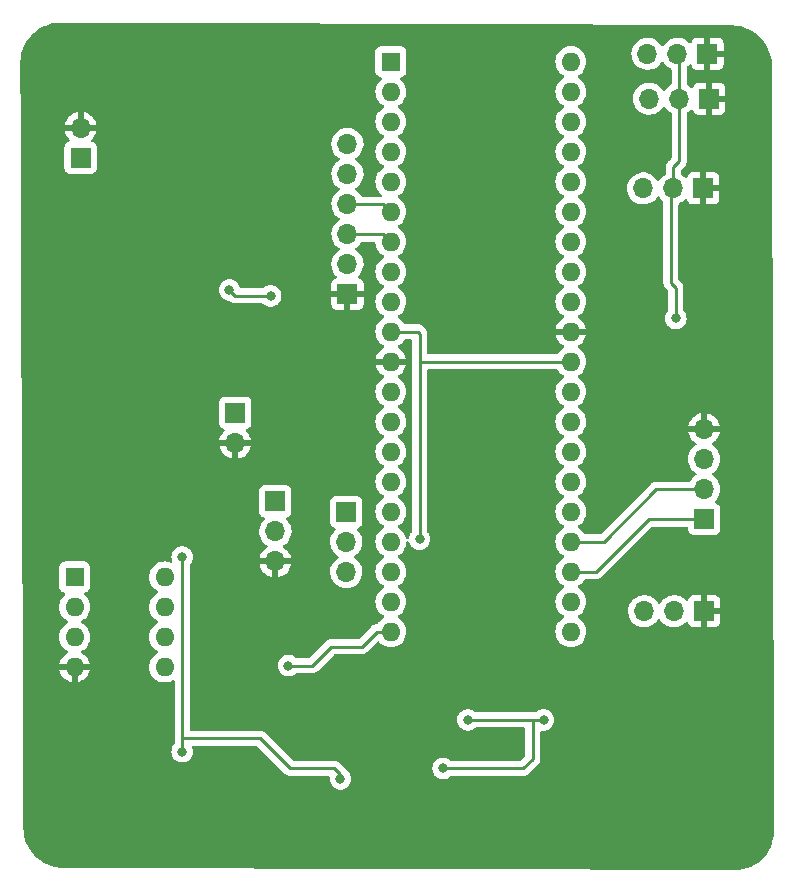
<source format=gbr>
%TF.GenerationSoftware,KiCad,Pcbnew,(6.0.7-1)-1*%
%TF.CreationDate,2023-05-02T22:47:35-04:00*%
%TF.ProjectId,pcb,7063622e-6b69-4636-9164-5f7063625858,rev?*%
%TF.SameCoordinates,Original*%
%TF.FileFunction,Copper,L2,Bot*%
%TF.FilePolarity,Positive*%
%FSLAX46Y46*%
G04 Gerber Fmt 4.6, Leading zero omitted, Abs format (unit mm)*
G04 Created by KiCad (PCBNEW (6.0.7-1)-1) date 2023-05-02 22:47:35*
%MOMM*%
%LPD*%
G01*
G04 APERTURE LIST*
%TA.AperFunction,ComponentPad*%
%ADD10R,1.700000X1.700000*%
%TD*%
%TA.AperFunction,ComponentPad*%
%ADD11O,1.700000X1.700000*%
%TD*%
%TA.AperFunction,ComponentPad*%
%ADD12O,1.600000X1.600000*%
%TD*%
%TA.AperFunction,ComponentPad*%
%ADD13R,1.600000X1.600000*%
%TD*%
%TA.AperFunction,ViaPad*%
%ADD14C,0.800000*%
%TD*%
%TA.AperFunction,Conductor*%
%ADD15C,0.250000*%
%TD*%
G04 APERTURE END LIST*
D10*
%TO.P,J7,1,Pin_1*%
%TO.N,VCC*%
X126900000Y-109400000D03*
D11*
%TO.P,J7,2,Pin_2*%
%TO.N,Net-(C10-Pad1)*%
X126900000Y-111940000D03*
%TO.P,J7,3,Pin_3*%
%TO.N,GND*%
X126900000Y-114480000D03*
%TD*%
D10*
%TO.P,J8,1,Pin_1*%
%TO.N,Net-(J1-Pad3)*%
X132900000Y-110300000D03*
D11*
%TO.P,J8,2,Pin_2*%
%TO.N,Net-(J8-Pad2)*%
X132900000Y-112840000D03*
%TO.P,J8,3,Pin_3*%
%TO.N,Net-(U1-Pad18)*%
X132900000Y-115380000D03*
%TD*%
D12*
%TO.P,U1,40,PA0*%
%TO.N,Net-(J2-Pad3)*%
X151915000Y-72175000D03*
%TO.P,U1,39,PA1*%
%TO.N,Net-(C14-Pad2)*%
X151915000Y-74715000D03*
%TO.P,U1,38,PA2*%
%TO.N,Net-(C12-Pad2)*%
X151915000Y-77255000D03*
%TO.P,U1,37,PA3*%
%TO.N,unconnected-(U1-Pad37)*%
X151915000Y-79795000D03*
%TO.P,U1,36,PA4*%
%TO.N,unconnected-(U1-Pad36)*%
X151915000Y-82335000D03*
%TO.P,U1,35,PA5*%
%TO.N,unconnected-(U1-Pad35)*%
X151915000Y-84875000D03*
%TO.P,U1,34,PA6*%
%TO.N,unconnected-(U1-Pad34)*%
X151915000Y-87415000D03*
%TO.P,U1,33,PA7*%
%TO.N,unconnected-(U1-Pad33)*%
X151915000Y-89955000D03*
%TO.P,U1,32,AREF*%
%TO.N,Net-(C2-Pad1)*%
X151915000Y-92495000D03*
%TO.P,U1,31,GND*%
%TO.N,GND*%
X151915000Y-95035000D03*
%TO.P,U1,30,AVCC*%
%TO.N,VCC*%
X151915000Y-97575000D03*
%TO.P,U1,29,PC7*%
%TO.N,unconnected-(U1-Pad29)*%
X151915000Y-100115000D03*
%TO.P,U1,28,PC6*%
%TO.N,unconnected-(U1-Pad28)*%
X151915000Y-102655000D03*
%TO.P,U1,27,PC5*%
%TO.N,unconnected-(U1-Pad27)*%
X151915000Y-105195000D03*
%TO.P,U1,26,PC4*%
%TO.N,unconnected-(U1-Pad26)*%
X151915000Y-107735000D03*
%TO.P,U1,25,PC3*%
%TO.N,unconnected-(U1-Pad25)*%
X151915000Y-110275000D03*
%TO.P,U1,24,PC2*%
%TO.N,Net-(J5-Pad2)*%
X151915000Y-112815000D03*
%TO.P,U1,23,PC1*%
%TO.N,Net-(J5-Pad1)*%
X151915000Y-115355000D03*
%TO.P,U1,22,PC0*%
%TO.N,unconnected-(U1-Pad22)*%
X151915000Y-117895000D03*
%TO.P,U1,21,PD7*%
%TO.N,unconnected-(U1-Pad21)*%
X151915000Y-120435000D03*
%TO.P,U1,20,PD6*%
%TO.N,Net-(C11-Pad1)*%
X136675000Y-120435000D03*
%TO.P,U1,19,PD5*%
%TO.N,unconnected-(U1-Pad19)*%
X136675000Y-117895000D03*
%TO.P,U1,18,PD4*%
%TO.N,Net-(U1-Pad18)*%
X136675000Y-115355000D03*
%TO.P,U1,17,PD3*%
%TO.N,Net-(J8-Pad2)*%
X136675000Y-112815000D03*
%TO.P,U1,16,PD2*%
%TO.N,Net-(J1-Pad3)*%
X136675000Y-110275000D03*
%TO.P,U1,15,PD1*%
%TO.N,unconnected-(U1-Pad15)*%
X136675000Y-107735000D03*
%TO.P,U1,14,PD0*%
%TO.N,unconnected-(U1-Pad14)*%
X136675000Y-105195000D03*
%TO.P,U1,13,XTAL1*%
%TO.N,Net-(C4-Pad1)*%
X136675000Y-102655000D03*
%TO.P,U1,12,XTAL2*%
%TO.N,Net-(C5-Pad1)*%
X136675000Y-100115000D03*
%TO.P,U1,11,GND*%
%TO.N,GND*%
X136675000Y-97575000D03*
%TO.P,U1,10,VCC*%
%TO.N,VCC*%
X136675000Y-95035000D03*
%TO.P,U1,9,~{RESET}*%
%TO.N,unconnected-(U1-Pad9)*%
X136675000Y-92495000D03*
%TO.P,U1,8,PB7*%
%TO.N,Net-(J6-Pad5)*%
X136675000Y-89955000D03*
%TO.P,U1,7,PB6*%
%TO.N,Net-(U1-Pad7)*%
X136675000Y-87415000D03*
%TO.P,U1,6,PB5*%
%TO.N,Net-(J6-Pad4)*%
X136675000Y-84875000D03*
%TO.P,U1,5,PB4*%
%TO.N,Net-(J6-Pad6)*%
X136675000Y-82335000D03*
%TO.P,U1,4,PB3*%
%TO.N,unconnected-(U1-Pad4)*%
X136675000Y-79795000D03*
%TO.P,U1,3,PB2*%
%TO.N,unconnected-(U1-Pad3)*%
X136675000Y-77255000D03*
%TO.P,U1,2,PB1*%
%TO.N,unconnected-(U1-Pad2)*%
X136675000Y-74715000D03*
D13*
%TO.P,U1,1,PB0*%
%TO.N,unconnected-(U1-Pad1)*%
X136675000Y-72175000D03*
%TD*%
D10*
%TO.P,J6,1,Pin_1*%
%TO.N,GND*%
X133000000Y-91850000D03*
D11*
%TO.P,J6,2,Pin_2*%
%TO.N,VCC*%
X133000000Y-89310000D03*
%TO.P,J6,3,Pin_3*%
%TO.N,Net-(U1-Pad7)*%
X133000000Y-86770000D03*
%TO.P,J6,4,Pin_4*%
%TO.N,Net-(J6-Pad4)*%
X133000000Y-84230000D03*
%TO.P,J6,5,Pin_5*%
%TO.N,Net-(J6-Pad5)*%
X133000000Y-81690000D03*
%TO.P,J6,6,Pin_6*%
%TO.N,unconnected-(U1-Pad1)*%
X133000000Y-79150000D03*
%TD*%
D10*
%TO.P,J4,1,Pin_1*%
%TO.N,GND*%
X163125000Y-82900000D03*
D11*
%TO.P,J4,2,Pin_2*%
%TO.N,VCC*%
X160585000Y-82900000D03*
%TO.P,J4,3,Pin_3*%
%TO.N,Net-(J4-Pad3)*%
X158045000Y-82900000D03*
%TD*%
D10*
%TO.P,J12,1,Pin_1*%
%TO.N,Net-(D5-Pad2)*%
X110400000Y-80300000D03*
D11*
%TO.P,J12,2,Pin_2*%
%TO.N,GND*%
X110400000Y-77760000D03*
%TD*%
D10*
%TO.P,J2,1,Pin_1*%
%TO.N,GND*%
X163480000Y-71500000D03*
D11*
%TO.P,J2,2,Pin_2*%
%TO.N,VCC*%
X160940000Y-71500000D03*
%TO.P,J2,3,Pin_3*%
%TO.N,Net-(J2-Pad3)*%
X158400000Y-71500000D03*
%TD*%
D10*
%TO.P,J1,1,Pin_1*%
%TO.N,GND*%
X163200000Y-118700000D03*
D11*
%TO.P,J1,2,Pin_2*%
%TO.N,VCC*%
X160660000Y-118700000D03*
%TO.P,J1,3,Pin_3*%
%TO.N,Net-(J1-Pad3)*%
X158120000Y-118700000D03*
%TD*%
D10*
%TO.P,J13,1,Pin_1*%
%TO.N,Net-(C10-Pad1)*%
X123500000Y-101900000D03*
D11*
%TO.P,J13,2,Pin_2*%
%TO.N,GND*%
X123500000Y-104440000D03*
%TD*%
D10*
%TO.P,J3,1,Pin_1*%
%TO.N,GND*%
X163625000Y-75300000D03*
D11*
%TO.P,J3,2,Pin_2*%
%TO.N,VCC*%
X161085000Y-75300000D03*
%TO.P,J3,3,Pin_3*%
%TO.N,Net-(J3-Pad3)*%
X158545000Y-75300000D03*
%TD*%
D13*
%TO.P,U4,1,GND*%
%TO.N,unconnected-(U4-Pad1)*%
X109900000Y-115800000D03*
D12*
%TO.P,U4,2,+*%
%TO.N,Net-(R6-Pad2)*%
X109900000Y-118340000D03*
%TO.P,U4,3,-*%
%TO.N,Net-(U4-Pad3)*%
X109900000Y-120880000D03*
%TO.P,U4,4,V-*%
%TO.N,GND*%
X109900000Y-123420000D03*
%TO.P,U4,5,BAL*%
%TO.N,unconnected-(U4-Pad5)*%
X117520000Y-123420000D03*
%TO.P,U4,6,STRB*%
%TO.N,unconnected-(U4-Pad6)*%
X117520000Y-120880000D03*
%TO.P,U4,7*%
%TO.N,Net-(D7-Pad1)*%
X117520000Y-118340000D03*
%TO.P,U4,8,V+*%
%TO.N,Net-(C13-Pad2)*%
X117520000Y-115800000D03*
%TD*%
D10*
%TO.P,J5,1,Pin_1*%
%TO.N,Net-(J5-Pad1)*%
X163200000Y-110900000D03*
D11*
%TO.P,J5,2,Pin_2*%
%TO.N,Net-(J5-Pad2)*%
X163200000Y-108360000D03*
%TO.P,J5,3,Pin_3*%
%TO.N,VCC*%
X163200000Y-105820000D03*
%TO.P,J5,4,Pin_4*%
%TO.N,GND*%
X163200000Y-103280000D03*
%TD*%
D14*
%TO.N,VCC*%
X160800000Y-93915000D03*
X139100000Y-112600000D03*
%TO.N,GND*%
X159800000Y-96400000D03*
X120800000Y-85300000D03*
X118800000Y-91300000D03*
X118800000Y-89200000D03*
X156900000Y-96500000D03*
X126475000Y-136200000D03*
X118800000Y-90200000D03*
X123400000Y-133100000D03*
X115135000Y-122865000D03*
%TO.N,Net-(D6-Pad1)*%
X143200000Y-127900000D03*
X149600000Y-127900000D03*
X141100000Y-132000000D03*
%TO.N,Net-(L2-Pad1)*%
X123000000Y-91500000D03*
X126500000Y-92000000D03*
%TO.N,Net-(C13-Pad2)*%
X119000000Y-130600000D03*
X119000000Y-114100000D03*
X132400000Y-132900000D03*
%TO.N,Net-(C11-Pad1)*%
X128000000Y-123300000D03*
%TD*%
D15*
%TO.N,Net-(C11-Pad1)*%
X128000000Y-123300000D02*
X130000000Y-123300000D01*
X130000000Y-123300000D02*
X131600000Y-121700000D01*
X131600000Y-121700000D02*
X134200000Y-121700000D01*
X134200000Y-121700000D02*
X135465000Y-120435000D01*
X135465000Y-120435000D02*
X136675000Y-120435000D01*
%TO.N,Net-(J5-Pad2)*%
X163200000Y-108360000D02*
X159140000Y-108360000D01*
X159140000Y-108360000D02*
X154685000Y-112815000D01*
X154685000Y-112815000D02*
X151915000Y-112815000D01*
%TO.N,Net-(J5-Pad1)*%
X163200000Y-110900000D02*
X158500000Y-110900000D01*
X158500000Y-110900000D02*
X154045000Y-115355000D01*
X154045000Y-115355000D02*
X151915000Y-115355000D01*
%TO.N,VCC*%
X161085000Y-75300000D02*
X161085000Y-71645000D01*
X161085000Y-71645000D02*
X160940000Y-71500000D01*
X160585000Y-82900000D02*
X160585000Y-81115000D01*
X160585000Y-81115000D02*
X161085000Y-80615000D01*
X161085000Y-80615000D02*
X161085000Y-75300000D01*
%TO.N,Net-(U1-Pad7)*%
X133000000Y-86770000D02*
X136030000Y-86770000D01*
X136030000Y-86770000D02*
X136675000Y-87415000D01*
%TO.N,Net-(J6-Pad4)*%
X133000000Y-84230000D02*
X136030000Y-84230000D01*
X136030000Y-84230000D02*
X136675000Y-84875000D01*
%TO.N,VCC*%
X160800000Y-93915000D02*
X160800000Y-91300000D01*
X160385000Y-90885000D02*
X160385000Y-83200000D01*
X160800000Y-91300000D02*
X160385000Y-90885000D01*
X139100000Y-112600000D02*
X139100000Y-97500000D01*
X139100000Y-97500000D02*
X139100000Y-95200000D01*
X151915000Y-97575000D02*
X139175000Y-97575000D01*
X139175000Y-97575000D02*
X139100000Y-97500000D01*
X139100000Y-95200000D02*
X138935000Y-95035000D01*
X138935000Y-95035000D02*
X136675000Y-95035000D01*
%TO.N,Net-(D6-Pad1)*%
X148200000Y-127900000D02*
X148700000Y-127900000D01*
X147900000Y-132000000D02*
X141100000Y-132000000D01*
X143200000Y-127900000D02*
X148200000Y-127900000D01*
X148700000Y-131200000D02*
X147900000Y-132000000D01*
X148700000Y-127900000D02*
X148700000Y-131200000D01*
X148700000Y-127900000D02*
X149200000Y-127900000D01*
X149200000Y-127900000D02*
X149600000Y-127900000D01*
%TO.N,Net-(L2-Pad1)*%
X123500000Y-92000000D02*
X126500000Y-92000000D01*
X123000000Y-91500000D02*
X123500000Y-92000000D01*
%TO.N,Net-(C13-Pad2)*%
X119000000Y-117000000D02*
X119000000Y-114100000D01*
X128153248Y-132000000D02*
X131700000Y-132000000D01*
X127576624Y-131423376D02*
X125600000Y-129446752D01*
X131700000Y-132000000D02*
X131900000Y-132000000D01*
X127576624Y-131423376D02*
X128153248Y-132000000D01*
X119000000Y-130600000D02*
X119000000Y-129400000D01*
X132400000Y-132500000D02*
X132400000Y-132900000D01*
X119046752Y-129446752D02*
X119000000Y-129400000D01*
X131900000Y-132000000D02*
X132400000Y-132500000D01*
X125600000Y-129446752D02*
X119046752Y-129446752D01*
X119000000Y-129400000D02*
X119000000Y-117000000D01*
%TD*%
%TA.AperFunction,Conductor*%
%TO.N,GND*%
G36*
X119247187Y-68911333D02*
G01*
X165492102Y-69108291D01*
X165510949Y-69109790D01*
X165527131Y-69112310D01*
X165527137Y-69112310D01*
X165536006Y-69113691D01*
X165554718Y-69111244D01*
X165577648Y-69110353D01*
X165890196Y-69126731D01*
X165903305Y-69128109D01*
X166029264Y-69148058D01*
X166240893Y-69181576D01*
X166253793Y-69184318D01*
X166583943Y-69272779D01*
X166596480Y-69276853D01*
X166699279Y-69316313D01*
X166915566Y-69399337D01*
X166927615Y-69404701D01*
X167232157Y-69559872D01*
X167243578Y-69566466D01*
X167530232Y-69752619D01*
X167540902Y-69760372D01*
X167806513Y-69975459D01*
X167816314Y-69984283D01*
X168058000Y-70225967D01*
X168066825Y-70235769D01*
X168281922Y-70501391D01*
X168289674Y-70512060D01*
X168475823Y-70798703D01*
X168482418Y-70810125D01*
X168637590Y-71114666D01*
X168642953Y-71126713D01*
X168721258Y-71330700D01*
X168765440Y-71445798D01*
X168769514Y-71458337D01*
X168786905Y-71523238D01*
X168857978Y-71788487D01*
X168860720Y-71801387D01*
X168914189Y-72138975D01*
X168915567Y-72152091D01*
X168931303Y-72452351D01*
X168931557Y-72457202D01*
X168930229Y-72483184D01*
X168929969Y-72484850D01*
X168929969Y-72484854D01*
X168928588Y-72493724D01*
X168932849Y-72526306D01*
X168933912Y-72542234D01*
X169141421Y-137118434D01*
X169141048Y-137128539D01*
X169137220Y-137178114D01*
X169136094Y-137187799D01*
X169134071Y-137200794D01*
X169128588Y-137236006D01*
X169131035Y-137254715D01*
X169131926Y-137277648D01*
X169122922Y-137449482D01*
X169115548Y-137590191D01*
X169114170Y-137603304D01*
X169094129Y-137729843D01*
X169060703Y-137940891D01*
X169057961Y-137953791D01*
X168969500Y-138283940D01*
X168965426Y-138296477D01*
X168906491Y-138450011D01*
X168842942Y-138615562D01*
X168837578Y-138627611D01*
X168682407Y-138932151D01*
X168675813Y-138943572D01*
X168489663Y-139230219D01*
X168481911Y-139240889D01*
X168266812Y-139506515D01*
X168257986Y-139516316D01*
X168016316Y-139757986D01*
X168006516Y-139766811D01*
X167839772Y-139901837D01*
X167740889Y-139981911D01*
X167730219Y-139989663D01*
X167443572Y-140175813D01*
X167432151Y-140182407D01*
X167127611Y-140337578D01*
X167115561Y-140342942D01*
X166796477Y-140465426D01*
X166783940Y-140469500D01*
X166453791Y-140557961D01*
X166440891Y-140560703D01*
X166229843Y-140594129D01*
X166103304Y-140614170D01*
X166090193Y-140615548D01*
X166024210Y-140619005D01*
X165784983Y-140631541D01*
X165759009Y-140630214D01*
X165757439Y-140629970D01*
X165757433Y-140629970D01*
X165748558Y-140628588D01*
X165739656Y-140629752D01*
X165739651Y-140629752D01*
X165718111Y-140632569D01*
X165701331Y-140633632D01*
X141488524Y-140548355D01*
X109007752Y-140433958D01*
X108988825Y-140432460D01*
X108963990Y-140428593D01*
X108945279Y-140431040D01*
X108922349Y-140431931D01*
X108609801Y-140415552D01*
X108596691Y-140414174D01*
X108469588Y-140394044D01*
X108259105Y-140360707D01*
X108246205Y-140357965D01*
X107916056Y-140269504D01*
X107903519Y-140265430D01*
X107584422Y-140142941D01*
X107572390Y-140137584D01*
X107267842Y-139982410D01*
X107256426Y-139975819D01*
X106969770Y-139789662D01*
X106959101Y-139781910D01*
X106693486Y-139566819D01*
X106683685Y-139557994D01*
X106442006Y-139316315D01*
X106433181Y-139306514D01*
X106218090Y-139040899D01*
X106210338Y-139030230D01*
X106024181Y-138743574D01*
X106017586Y-138732151D01*
X105961325Y-138621731D01*
X105862416Y-138427610D01*
X105857056Y-138415570D01*
X105811344Y-138296484D01*
X105734570Y-138096481D01*
X105730496Y-138083944D01*
X105642035Y-137753795D01*
X105639293Y-137740895D01*
X105605956Y-137530412D01*
X105585826Y-137403309D01*
X105584448Y-137390196D01*
X105568454Y-137084987D01*
X105569781Y-137059010D01*
X105570026Y-137057438D01*
X105570026Y-137057430D01*
X105571407Y-137048562D01*
X105567114Y-137015726D01*
X105566051Y-136999890D01*
X105553362Y-133807128D01*
X105513138Y-123686522D01*
X108617273Y-123686522D01*
X108664764Y-123863761D01*
X108668510Y-123874053D01*
X108760586Y-124071511D01*
X108766069Y-124081007D01*
X108891028Y-124259467D01*
X108898084Y-124267875D01*
X109052125Y-124421916D01*
X109060533Y-124428972D01*
X109238993Y-124553931D01*
X109248489Y-124559414D01*
X109445947Y-124651490D01*
X109456239Y-124655236D01*
X109628503Y-124701394D01*
X109642599Y-124701058D01*
X109646000Y-124693116D01*
X109646000Y-124687967D01*
X110154000Y-124687967D01*
X110157973Y-124701498D01*
X110166522Y-124702727D01*
X110343761Y-124655236D01*
X110354053Y-124651490D01*
X110551511Y-124559414D01*
X110561007Y-124553931D01*
X110739467Y-124428972D01*
X110747875Y-124421916D01*
X110901916Y-124267875D01*
X110908972Y-124259467D01*
X111033931Y-124081007D01*
X111039414Y-124071511D01*
X111131490Y-123874053D01*
X111135236Y-123863761D01*
X111181394Y-123691497D01*
X111181058Y-123677401D01*
X111173116Y-123674000D01*
X110172115Y-123674000D01*
X110156876Y-123678475D01*
X110155671Y-123679865D01*
X110154000Y-123687548D01*
X110154000Y-124687967D01*
X109646000Y-124687967D01*
X109646000Y-123692115D01*
X109641525Y-123676876D01*
X109640135Y-123675671D01*
X109632452Y-123674000D01*
X108632033Y-123674000D01*
X108618502Y-123677973D01*
X108617273Y-123686522D01*
X105513138Y-123686522D01*
X105512079Y-123420000D01*
X116206502Y-123420000D01*
X116226457Y-123648087D01*
X116227881Y-123653400D01*
X116227881Y-123653402D01*
X116278377Y-123841852D01*
X116285716Y-123869243D01*
X116288039Y-123874224D01*
X116288039Y-123874225D01*
X116380151Y-124071762D01*
X116380154Y-124071767D01*
X116382477Y-124076749D01*
X116513802Y-124264300D01*
X116675700Y-124426198D01*
X116680208Y-124429355D01*
X116680211Y-124429357D01*
X116758389Y-124484098D01*
X116863251Y-124557523D01*
X116868233Y-124559846D01*
X116868238Y-124559849D01*
X116994710Y-124618823D01*
X117070757Y-124654284D01*
X117076065Y-124655706D01*
X117076067Y-124655707D01*
X117286598Y-124712119D01*
X117286600Y-124712119D01*
X117291913Y-124713543D01*
X117520000Y-124733498D01*
X117748087Y-124713543D01*
X117753400Y-124712119D01*
X117753402Y-124712119D01*
X117963933Y-124655707D01*
X117963935Y-124655706D01*
X117969243Y-124654284D01*
X118176749Y-124557523D01*
X118178507Y-124556292D01*
X118246493Y-124539798D01*
X118313585Y-124563017D01*
X118357474Y-124618823D01*
X118366500Y-124665655D01*
X118366500Y-129321233D01*
X118365973Y-129332416D01*
X118364298Y-129339909D01*
X118364547Y-129347835D01*
X118364547Y-129347836D01*
X118366438Y-129407986D01*
X118366500Y-129411945D01*
X118366500Y-129897476D01*
X118346498Y-129965597D01*
X118334142Y-129981779D01*
X118260960Y-130063056D01*
X118165473Y-130228444D01*
X118106458Y-130410072D01*
X118086496Y-130600000D01*
X118106458Y-130789928D01*
X118165473Y-130971556D01*
X118260960Y-131136944D01*
X118265378Y-131141851D01*
X118265379Y-131141852D01*
X118325733Y-131208882D01*
X118388747Y-131278866D01*
X118441579Y-131317251D01*
X118524498Y-131377495D01*
X118543248Y-131391118D01*
X118549276Y-131393802D01*
X118549278Y-131393803D01*
X118704251Y-131462801D01*
X118717712Y-131468794D01*
X118811113Y-131488647D01*
X118898056Y-131507128D01*
X118898061Y-131507128D01*
X118904513Y-131508500D01*
X119095487Y-131508500D01*
X119101939Y-131507128D01*
X119101944Y-131507128D01*
X119188887Y-131488647D01*
X119282288Y-131468794D01*
X119295749Y-131462801D01*
X119450722Y-131393803D01*
X119450724Y-131393802D01*
X119456752Y-131391118D01*
X119475503Y-131377495D01*
X119558421Y-131317251D01*
X119611253Y-131278866D01*
X119674267Y-131208882D01*
X119734621Y-131141852D01*
X119734622Y-131141851D01*
X119739040Y-131136944D01*
X119834527Y-130971556D01*
X119893542Y-130789928D01*
X119913504Y-130600000D01*
X119893542Y-130410072D01*
X119839968Y-130245188D01*
X119837941Y-130174220D01*
X119874603Y-130113423D01*
X119938315Y-130082097D01*
X119959801Y-130080252D01*
X125285406Y-130080252D01*
X125353527Y-130100254D01*
X125374501Y-130117157D01*
X127649591Y-132392247D01*
X127657135Y-132400537D01*
X127661248Y-132407018D01*
X127667025Y-132412443D01*
X127710915Y-132453658D01*
X127713757Y-132456413D01*
X127733478Y-132476134D01*
X127736673Y-132478612D01*
X127745695Y-132486318D01*
X127777927Y-132516586D01*
X127784876Y-132520406D01*
X127795680Y-132526346D01*
X127812204Y-132537199D01*
X127828207Y-132549613D01*
X127868791Y-132567176D01*
X127879421Y-132572383D01*
X127918188Y-132593695D01*
X127925865Y-132595666D01*
X127925870Y-132595668D01*
X127937806Y-132598732D01*
X127956514Y-132605137D01*
X127975103Y-132613181D01*
X127982928Y-132614420D01*
X127982930Y-132614421D01*
X128018767Y-132620097D01*
X128030388Y-132622504D01*
X128062207Y-132630673D01*
X128073218Y-132633500D01*
X128093479Y-132633500D01*
X128113188Y-132635051D01*
X128133191Y-132638219D01*
X128141083Y-132637473D01*
X128146310Y-132636979D01*
X128177202Y-132634059D01*
X128189059Y-132633500D01*
X131374569Y-132633500D01*
X131442690Y-132653502D01*
X131489183Y-132707158D01*
X131499879Y-132772670D01*
X131486496Y-132900000D01*
X131506458Y-133089928D01*
X131565473Y-133271556D01*
X131660960Y-133436944D01*
X131788747Y-133578866D01*
X131943248Y-133691118D01*
X131949276Y-133693802D01*
X131949278Y-133693803D01*
X132111681Y-133766109D01*
X132117712Y-133768794D01*
X132211112Y-133788647D01*
X132298056Y-133807128D01*
X132298061Y-133807128D01*
X132304513Y-133808500D01*
X132495487Y-133808500D01*
X132501939Y-133807128D01*
X132501944Y-133807128D01*
X132588888Y-133788647D01*
X132682288Y-133768794D01*
X132688319Y-133766109D01*
X132850722Y-133693803D01*
X132850724Y-133693802D01*
X132856752Y-133691118D01*
X133011253Y-133578866D01*
X133139040Y-133436944D01*
X133234527Y-133271556D01*
X133293542Y-133089928D01*
X133313504Y-132900000D01*
X133293542Y-132710072D01*
X133234527Y-132528444D01*
X133223059Y-132508580D01*
X133173428Y-132422618D01*
X133139040Y-132363056D01*
X133011253Y-132221134D01*
X132962139Y-132185451D01*
X132934261Y-132157573D01*
X132933565Y-132156615D01*
X132927050Y-132146696D01*
X132908580Y-132115466D01*
X132904542Y-132108638D01*
X132890221Y-132094317D01*
X132877380Y-132079283D01*
X132870132Y-132069307D01*
X132865472Y-132062893D01*
X132831407Y-132034712D01*
X132822626Y-132026722D01*
X132795904Y-132000000D01*
X140186496Y-132000000D01*
X140206458Y-132189928D01*
X140265473Y-132371556D01*
X140268776Y-132377278D01*
X140268777Y-132377279D01*
X140285947Y-132407018D01*
X140360960Y-132536944D01*
X140365378Y-132541851D01*
X140365379Y-132541852D01*
X140451905Y-132637949D01*
X140488747Y-132678866D01*
X140643248Y-132791118D01*
X140649276Y-132793802D01*
X140649278Y-132793803D01*
X140811681Y-132866109D01*
X140817712Y-132868794D01*
X140911113Y-132888647D01*
X140998056Y-132907128D01*
X140998061Y-132907128D01*
X141004513Y-132908500D01*
X141195487Y-132908500D01*
X141201939Y-132907128D01*
X141201944Y-132907128D01*
X141288887Y-132888647D01*
X141382288Y-132868794D01*
X141388319Y-132866109D01*
X141550722Y-132793803D01*
X141550724Y-132793802D01*
X141556752Y-132791118D01*
X141711253Y-132678866D01*
X141715668Y-132673963D01*
X141720580Y-132669540D01*
X141721705Y-132670789D01*
X141775014Y-132637949D01*
X141808200Y-132633500D01*
X147821233Y-132633500D01*
X147832416Y-132634027D01*
X147839909Y-132635702D01*
X147847835Y-132635453D01*
X147847836Y-132635453D01*
X147907986Y-132633562D01*
X147911945Y-132633500D01*
X147939856Y-132633500D01*
X147943791Y-132633003D01*
X147943856Y-132632995D01*
X147955693Y-132632062D01*
X147987951Y-132631048D01*
X147991970Y-132630922D01*
X147999889Y-132630673D01*
X148019343Y-132625021D01*
X148038700Y-132621013D01*
X148050930Y-132619468D01*
X148050931Y-132619468D01*
X148058797Y-132618474D01*
X148066168Y-132615555D01*
X148066170Y-132615555D01*
X148099912Y-132602196D01*
X148111142Y-132598351D01*
X148145983Y-132588229D01*
X148145984Y-132588229D01*
X148153593Y-132586018D01*
X148160412Y-132581985D01*
X148160417Y-132581983D01*
X148171028Y-132575707D01*
X148188776Y-132567012D01*
X148207617Y-132559552D01*
X148227987Y-132544753D01*
X148243387Y-132533564D01*
X148253307Y-132527048D01*
X148284535Y-132508580D01*
X148284538Y-132508578D01*
X148291362Y-132504542D01*
X148305683Y-132490221D01*
X148320717Y-132477380D01*
X148322432Y-132476134D01*
X148337107Y-132465472D01*
X148342158Y-132459367D01*
X148342163Y-132459362D01*
X148365299Y-132431396D01*
X148373287Y-132422618D01*
X149092253Y-131703652D01*
X149100539Y-131696112D01*
X149107018Y-131692000D01*
X149153644Y-131642348D01*
X149156398Y-131639507D01*
X149176135Y-131619770D01*
X149178615Y-131616573D01*
X149186320Y-131607551D01*
X149216586Y-131575321D01*
X149220405Y-131568375D01*
X149220407Y-131568372D01*
X149226348Y-131557566D01*
X149237199Y-131541047D01*
X149244758Y-131531301D01*
X149249614Y-131525041D01*
X149252759Y-131517772D01*
X149252762Y-131517768D01*
X149267174Y-131484463D01*
X149272391Y-131473813D01*
X149293695Y-131435060D01*
X149298733Y-131415437D01*
X149305137Y-131396734D01*
X149310033Y-131385420D01*
X149310033Y-131385419D01*
X149313181Y-131378145D01*
X149314420Y-131370322D01*
X149314423Y-131370312D01*
X149320099Y-131334476D01*
X149322505Y-131322856D01*
X149331528Y-131287711D01*
X149331528Y-131287710D01*
X149333500Y-131280030D01*
X149333500Y-131259776D01*
X149335051Y-131240065D01*
X149336980Y-131227886D01*
X149338220Y-131220057D01*
X149334059Y-131176038D01*
X149333500Y-131164181D01*
X149333500Y-128927748D01*
X149353502Y-128859627D01*
X149407158Y-128813134D01*
X149477432Y-128803030D01*
X149485694Y-128804501D01*
X149498049Y-128807127D01*
X149498058Y-128807128D01*
X149504513Y-128808500D01*
X149695487Y-128808500D01*
X149701939Y-128807128D01*
X149701944Y-128807128D01*
X149788888Y-128788647D01*
X149882288Y-128768794D01*
X149947873Y-128739594D01*
X150050722Y-128693803D01*
X150050724Y-128693802D01*
X150056752Y-128691118D01*
X150211253Y-128578866D01*
X150339040Y-128436944D01*
X150434527Y-128271556D01*
X150493542Y-128089928D01*
X150513504Y-127900000D01*
X150493542Y-127710072D01*
X150434527Y-127528444D01*
X150339040Y-127363056D01*
X150251877Y-127266251D01*
X150215675Y-127226045D01*
X150215674Y-127226044D01*
X150211253Y-127221134D01*
X150056752Y-127108882D01*
X150050724Y-127106198D01*
X150050722Y-127106197D01*
X149888319Y-127033891D01*
X149888318Y-127033891D01*
X149882288Y-127031206D01*
X149788887Y-127011353D01*
X149701944Y-126992872D01*
X149701939Y-126992872D01*
X149695487Y-126991500D01*
X149504513Y-126991500D01*
X149498061Y-126992872D01*
X149498056Y-126992872D01*
X149411113Y-127011353D01*
X149317712Y-127031206D01*
X149311682Y-127033891D01*
X149311681Y-127033891D01*
X149149278Y-127106197D01*
X149149276Y-127106198D01*
X149143248Y-127108882D01*
X148988747Y-127221134D01*
X148984332Y-127226037D01*
X148979420Y-127230460D01*
X148978295Y-127229211D01*
X148924986Y-127262051D01*
X148891800Y-127266500D01*
X148771793Y-127266500D01*
X148748184Y-127264268D01*
X148747881Y-127264210D01*
X148747877Y-127264210D01*
X148740094Y-127262725D01*
X148684049Y-127266251D01*
X148676138Y-127266500D01*
X143908200Y-127266500D01*
X143840079Y-127246498D01*
X143820853Y-127230157D01*
X143820580Y-127230460D01*
X143815668Y-127226037D01*
X143811253Y-127221134D01*
X143656752Y-127108882D01*
X143650724Y-127106198D01*
X143650722Y-127106197D01*
X143488319Y-127033891D01*
X143488318Y-127033891D01*
X143482288Y-127031206D01*
X143388887Y-127011353D01*
X143301944Y-126992872D01*
X143301939Y-126992872D01*
X143295487Y-126991500D01*
X143104513Y-126991500D01*
X143098061Y-126992872D01*
X143098056Y-126992872D01*
X143011113Y-127011353D01*
X142917712Y-127031206D01*
X142911682Y-127033891D01*
X142911681Y-127033891D01*
X142749278Y-127106197D01*
X142749276Y-127106198D01*
X142743248Y-127108882D01*
X142588747Y-127221134D01*
X142584326Y-127226044D01*
X142584325Y-127226045D01*
X142548124Y-127266251D01*
X142460960Y-127363056D01*
X142365473Y-127528444D01*
X142306458Y-127710072D01*
X142286496Y-127900000D01*
X142306458Y-128089928D01*
X142365473Y-128271556D01*
X142460960Y-128436944D01*
X142588747Y-128578866D01*
X142743248Y-128691118D01*
X142749276Y-128693802D01*
X142749278Y-128693803D01*
X142852127Y-128739594D01*
X142917712Y-128768794D01*
X143011112Y-128788647D01*
X143098056Y-128807128D01*
X143098061Y-128807128D01*
X143104513Y-128808500D01*
X143295487Y-128808500D01*
X143301939Y-128807128D01*
X143301944Y-128807128D01*
X143388888Y-128788647D01*
X143482288Y-128768794D01*
X143547873Y-128739594D01*
X143650722Y-128693803D01*
X143650724Y-128693802D01*
X143656752Y-128691118D01*
X143811253Y-128578866D01*
X143815668Y-128573963D01*
X143820580Y-128569540D01*
X143821705Y-128570789D01*
X143875014Y-128537949D01*
X143908200Y-128533500D01*
X147940500Y-128533500D01*
X148008621Y-128553502D01*
X148055114Y-128607158D01*
X148066500Y-128659500D01*
X148066500Y-130885405D01*
X148046498Y-130953526D01*
X148029595Y-130974501D01*
X147674499Y-131329596D01*
X147612187Y-131363621D01*
X147585404Y-131366500D01*
X141808200Y-131366500D01*
X141740079Y-131346498D01*
X141720853Y-131330157D01*
X141720580Y-131330460D01*
X141715668Y-131326037D01*
X141711253Y-131321134D01*
X141658421Y-131282749D01*
X141562094Y-131212763D01*
X141562093Y-131212762D01*
X141556752Y-131208882D01*
X141550724Y-131206198D01*
X141550722Y-131206197D01*
X141388319Y-131133891D01*
X141388318Y-131133891D01*
X141382288Y-131131206D01*
X141288888Y-131111353D01*
X141201944Y-131092872D01*
X141201939Y-131092872D01*
X141195487Y-131091500D01*
X141004513Y-131091500D01*
X140998061Y-131092872D01*
X140998056Y-131092872D01*
X140911112Y-131111353D01*
X140817712Y-131131206D01*
X140811682Y-131133891D01*
X140811681Y-131133891D01*
X140649278Y-131206197D01*
X140649276Y-131206198D01*
X140643248Y-131208882D01*
X140488747Y-131321134D01*
X140484326Y-131326044D01*
X140484325Y-131326045D01*
X140375203Y-131447238D01*
X140360960Y-131463056D01*
X140348601Y-131484463D01*
X140277536Y-131607551D01*
X140265473Y-131628444D01*
X140206458Y-131810072D01*
X140186496Y-132000000D01*
X132795904Y-132000000D01*
X132403647Y-131607742D01*
X132396113Y-131599463D01*
X132392000Y-131592982D01*
X132342348Y-131546356D01*
X132339507Y-131543602D01*
X132319770Y-131523865D01*
X132316573Y-131521385D01*
X132307551Y-131513680D01*
X132281100Y-131488841D01*
X132275321Y-131483414D01*
X132268375Y-131479595D01*
X132268372Y-131479593D01*
X132257566Y-131473652D01*
X132241047Y-131462801D01*
X132235048Y-131458148D01*
X132225041Y-131450386D01*
X132217772Y-131447241D01*
X132217768Y-131447238D01*
X132184463Y-131432826D01*
X132173813Y-131427609D01*
X132135060Y-131406305D01*
X132115437Y-131401267D01*
X132096734Y-131394863D01*
X132085420Y-131389967D01*
X132085419Y-131389967D01*
X132078145Y-131386819D01*
X132070322Y-131385580D01*
X132070312Y-131385577D01*
X132034476Y-131379901D01*
X132022856Y-131377495D01*
X131987711Y-131368472D01*
X131987710Y-131368472D01*
X131980030Y-131366500D01*
X131959776Y-131366500D01*
X131940065Y-131364949D01*
X131931681Y-131363621D01*
X131920057Y-131361780D01*
X131912165Y-131362526D01*
X131876039Y-131365941D01*
X131864181Y-131366500D01*
X128467843Y-131366500D01*
X128399722Y-131346498D01*
X128378748Y-131329595D01*
X126103652Y-129054499D01*
X126096112Y-129046213D01*
X126092000Y-129039734D01*
X126042348Y-128993108D01*
X126039507Y-128990354D01*
X126019770Y-128970617D01*
X126016573Y-128968137D01*
X126007551Y-128960432D01*
X125981100Y-128935593D01*
X125975321Y-128930166D01*
X125968375Y-128926347D01*
X125968372Y-128926345D01*
X125957566Y-128920404D01*
X125941047Y-128909553D01*
X125940583Y-128909193D01*
X125925041Y-128897138D01*
X125917772Y-128893993D01*
X125917768Y-128893990D01*
X125884463Y-128879578D01*
X125873813Y-128874361D01*
X125835060Y-128853057D01*
X125815437Y-128848019D01*
X125796734Y-128841615D01*
X125785420Y-128836719D01*
X125785419Y-128836719D01*
X125778145Y-128833571D01*
X125770322Y-128832332D01*
X125770312Y-128832329D01*
X125734476Y-128826653D01*
X125722856Y-128824247D01*
X125687711Y-128815224D01*
X125687710Y-128815224D01*
X125680030Y-128813252D01*
X125659776Y-128813252D01*
X125640065Y-128811701D01*
X125627886Y-128809772D01*
X125620057Y-128808532D01*
X125612165Y-128809278D01*
X125576039Y-128812693D01*
X125564181Y-128813252D01*
X119759500Y-128813252D01*
X119691379Y-128793250D01*
X119644886Y-128739594D01*
X119633500Y-128687252D01*
X119633500Y-123300000D01*
X127086496Y-123300000D01*
X127106458Y-123489928D01*
X127165473Y-123671556D01*
X127168776Y-123677278D01*
X127168777Y-123677279D01*
X127174706Y-123687548D01*
X127260960Y-123836944D01*
X127265378Y-123841851D01*
X127265379Y-123841852D01*
X127347452Y-123933003D01*
X127388747Y-123978866D01*
X127487843Y-124050864D01*
X127529676Y-124081257D01*
X127543248Y-124091118D01*
X127549276Y-124093802D01*
X127549278Y-124093803D01*
X127711681Y-124166109D01*
X127717712Y-124168794D01*
X127811112Y-124188647D01*
X127898056Y-124207128D01*
X127898061Y-124207128D01*
X127904513Y-124208500D01*
X128095487Y-124208500D01*
X128101939Y-124207128D01*
X128101944Y-124207128D01*
X128188888Y-124188647D01*
X128282288Y-124168794D01*
X128288319Y-124166109D01*
X128450722Y-124093803D01*
X128450724Y-124093802D01*
X128456752Y-124091118D01*
X128470325Y-124081257D01*
X128589671Y-123994546D01*
X128611253Y-123978866D01*
X128615668Y-123973963D01*
X128620580Y-123969540D01*
X128621705Y-123970789D01*
X128675014Y-123937949D01*
X128708200Y-123933500D01*
X129921233Y-123933500D01*
X129932416Y-123934027D01*
X129939909Y-123935702D01*
X129947835Y-123935453D01*
X129947836Y-123935453D01*
X130007986Y-123933562D01*
X130011945Y-123933500D01*
X130039856Y-123933500D01*
X130043791Y-123933003D01*
X130043856Y-123932995D01*
X130055693Y-123932062D01*
X130087951Y-123931048D01*
X130091970Y-123930922D01*
X130099889Y-123930673D01*
X130119343Y-123925021D01*
X130138700Y-123921013D01*
X130150930Y-123919468D01*
X130150931Y-123919468D01*
X130158797Y-123918474D01*
X130166168Y-123915555D01*
X130166170Y-123915555D01*
X130199912Y-123902196D01*
X130211142Y-123898351D01*
X130245983Y-123888229D01*
X130245984Y-123888229D01*
X130253593Y-123886018D01*
X130260412Y-123881985D01*
X130260417Y-123881983D01*
X130271028Y-123875707D01*
X130288776Y-123867012D01*
X130307617Y-123859552D01*
X130343387Y-123833564D01*
X130353307Y-123827048D01*
X130384535Y-123808580D01*
X130384538Y-123808578D01*
X130391362Y-123804542D01*
X130405683Y-123790221D01*
X130420717Y-123777380D01*
X130430694Y-123770131D01*
X130437107Y-123765472D01*
X130465298Y-123731395D01*
X130473288Y-123722616D01*
X131825499Y-122370405D01*
X131887811Y-122336379D01*
X131914594Y-122333500D01*
X134121233Y-122333500D01*
X134132416Y-122334027D01*
X134139909Y-122335702D01*
X134147835Y-122335453D01*
X134147836Y-122335453D01*
X134207986Y-122333562D01*
X134211945Y-122333500D01*
X134239856Y-122333500D01*
X134243791Y-122333003D01*
X134243856Y-122332995D01*
X134255693Y-122332062D01*
X134287951Y-122331048D01*
X134291970Y-122330922D01*
X134299889Y-122330673D01*
X134319343Y-122325021D01*
X134338700Y-122321013D01*
X134350930Y-122319468D01*
X134350931Y-122319468D01*
X134358797Y-122318474D01*
X134366168Y-122315555D01*
X134366170Y-122315555D01*
X134399912Y-122302196D01*
X134411142Y-122298351D01*
X134445983Y-122288229D01*
X134445984Y-122288229D01*
X134453593Y-122286018D01*
X134460412Y-122281985D01*
X134460417Y-122281983D01*
X134471028Y-122275707D01*
X134488776Y-122267012D01*
X134507617Y-122259552D01*
X134543387Y-122233564D01*
X134553307Y-122227048D01*
X134584535Y-122208580D01*
X134584538Y-122208578D01*
X134591362Y-122204542D01*
X134605683Y-122190221D01*
X134620717Y-122177380D01*
X134630694Y-122170131D01*
X134637107Y-122165472D01*
X134665298Y-122131395D01*
X134673288Y-122122616D01*
X135503608Y-121292296D01*
X135565920Y-121258270D01*
X135636735Y-121263335D01*
X135681798Y-121292296D01*
X135830700Y-121441198D01*
X135835208Y-121444355D01*
X135835211Y-121444357D01*
X135913389Y-121499098D01*
X136018251Y-121572523D01*
X136023233Y-121574846D01*
X136023238Y-121574849D01*
X136220775Y-121666961D01*
X136225757Y-121669284D01*
X136231065Y-121670706D01*
X136231067Y-121670707D01*
X136441598Y-121727119D01*
X136441600Y-121727119D01*
X136446913Y-121728543D01*
X136675000Y-121748498D01*
X136903087Y-121728543D01*
X136908400Y-121727119D01*
X136908402Y-121727119D01*
X137118933Y-121670707D01*
X137118935Y-121670706D01*
X137124243Y-121669284D01*
X137129225Y-121666961D01*
X137326762Y-121574849D01*
X137326767Y-121574846D01*
X137331749Y-121572523D01*
X137436611Y-121499098D01*
X137514789Y-121444357D01*
X137514792Y-121444355D01*
X137519300Y-121441198D01*
X137681198Y-121279300D01*
X137685489Y-121273173D01*
X137783643Y-121132994D01*
X137812523Y-121091749D01*
X137814846Y-121086767D01*
X137814849Y-121086762D01*
X137906961Y-120889225D01*
X137906961Y-120889224D01*
X137909284Y-120884243D01*
X137968543Y-120663087D01*
X137988498Y-120435000D01*
X137968543Y-120206913D01*
X137929597Y-120061564D01*
X137910707Y-119991067D01*
X137910706Y-119991065D01*
X137909284Y-119985757D01*
X137899544Y-119964870D01*
X137814849Y-119783238D01*
X137814846Y-119783233D01*
X137812523Y-119778251D01*
X137724367Y-119652351D01*
X137684357Y-119595211D01*
X137684355Y-119595208D01*
X137681198Y-119590700D01*
X137519300Y-119428802D01*
X137514792Y-119425645D01*
X137514789Y-119425643D01*
X137405841Y-119349357D01*
X137331749Y-119297477D01*
X137326767Y-119295154D01*
X137326762Y-119295151D01*
X137292543Y-119279195D01*
X137239258Y-119232278D01*
X137219797Y-119164001D01*
X137240339Y-119096041D01*
X137292543Y-119050805D01*
X137326762Y-119034849D01*
X137326767Y-119034846D01*
X137331749Y-119032523D01*
X137443891Y-118954000D01*
X137514789Y-118904357D01*
X137514792Y-118904355D01*
X137519300Y-118901198D01*
X137681198Y-118739300D01*
X137728427Y-118671851D01*
X137809366Y-118556257D01*
X137812523Y-118551749D01*
X137814846Y-118546767D01*
X137814849Y-118546762D01*
X137906961Y-118349225D01*
X137906961Y-118349224D01*
X137909284Y-118344243D01*
X137968543Y-118123087D01*
X137988498Y-117895000D01*
X137968543Y-117666913D01*
X137909284Y-117445757D01*
X137890379Y-117405214D01*
X137814849Y-117243238D01*
X137814846Y-117243233D01*
X137812523Y-117238251D01*
X137681198Y-117050700D01*
X137519300Y-116888802D01*
X137514792Y-116885645D01*
X137514789Y-116885643D01*
X137405841Y-116809357D01*
X137331749Y-116757477D01*
X137326767Y-116755154D01*
X137326762Y-116755151D01*
X137292543Y-116739195D01*
X137239258Y-116692278D01*
X137219797Y-116624001D01*
X137240339Y-116556041D01*
X137292543Y-116510805D01*
X137326762Y-116494849D01*
X137326767Y-116494846D01*
X137331749Y-116492523D01*
X137438851Y-116417529D01*
X137514789Y-116364357D01*
X137514792Y-116364355D01*
X137519300Y-116361198D01*
X137681198Y-116199300D01*
X137691150Y-116185088D01*
X137766527Y-116077438D01*
X137812523Y-116011749D01*
X137814846Y-116006767D01*
X137814849Y-116006762D01*
X137906961Y-115809225D01*
X137906961Y-115809224D01*
X137909284Y-115804243D01*
X137914067Y-115786395D01*
X137967119Y-115588402D01*
X137967119Y-115588400D01*
X137968543Y-115583087D01*
X137988498Y-115355000D01*
X137968543Y-115126913D01*
X137966580Y-115119588D01*
X137910707Y-114911067D01*
X137910706Y-114911065D01*
X137909284Y-114905757D01*
X137906961Y-114900775D01*
X137814849Y-114703238D01*
X137814846Y-114703233D01*
X137812523Y-114698251D01*
X137689207Y-114522138D01*
X137684357Y-114515211D01*
X137684355Y-114515208D01*
X137681198Y-114510700D01*
X137519300Y-114348802D01*
X137514792Y-114345645D01*
X137514789Y-114345643D01*
X137435219Y-114289928D01*
X137331749Y-114217477D01*
X137326767Y-114215154D01*
X137326762Y-114215151D01*
X137292543Y-114199195D01*
X137239258Y-114152278D01*
X137219797Y-114084001D01*
X137240339Y-114016041D01*
X137292543Y-113970805D01*
X137326762Y-113954849D01*
X137326767Y-113954846D01*
X137331749Y-113952523D01*
X137504246Y-113831739D01*
X137514789Y-113824357D01*
X137514792Y-113824355D01*
X137519300Y-113821198D01*
X137681198Y-113659300D01*
X137686156Y-113652220D01*
X137780961Y-113516824D01*
X137812523Y-113471749D01*
X137814846Y-113466767D01*
X137814849Y-113466762D01*
X137906961Y-113269225D01*
X137906961Y-113269224D01*
X137909284Y-113264243D01*
X137913361Y-113249030D01*
X137967119Y-113048402D01*
X137967119Y-113048400D01*
X137968543Y-113043087D01*
X137982488Y-112883695D01*
X138008352Y-112817577D01*
X138065855Y-112775938D01*
X138136742Y-112771997D01*
X138198507Y-112807006D01*
X138227842Y-112855739D01*
X138265473Y-112971556D01*
X138268776Y-112977278D01*
X138268777Y-112977279D01*
X138271025Y-112981173D01*
X138360960Y-113136944D01*
X138365378Y-113141851D01*
X138365379Y-113141852D01*
X138484325Y-113273955D01*
X138488747Y-113278866D01*
X138643248Y-113391118D01*
X138649276Y-113393802D01*
X138649278Y-113393803D01*
X138795759Y-113459020D01*
X138817712Y-113468794D01*
X138904493Y-113487240D01*
X138998056Y-113507128D01*
X138998061Y-113507128D01*
X139004513Y-113508500D01*
X139195487Y-113508500D01*
X139201939Y-113507128D01*
X139201944Y-113507128D01*
X139295507Y-113487240D01*
X139382288Y-113468794D01*
X139404241Y-113459020D01*
X139550722Y-113393803D01*
X139550724Y-113393802D01*
X139556752Y-113391118D01*
X139711253Y-113278866D01*
X139715675Y-113273955D01*
X139834621Y-113141852D01*
X139834622Y-113141851D01*
X139839040Y-113136944D01*
X139928975Y-112981173D01*
X139931223Y-112977279D01*
X139931224Y-112977278D01*
X139934527Y-112971556D01*
X139993542Y-112789928D01*
X139995013Y-112775938D01*
X140012814Y-112606565D01*
X140013504Y-112600000D01*
X139993542Y-112410072D01*
X139934527Y-112228444D01*
X139918446Y-112200590D01*
X139868026Y-112113261D01*
X139839040Y-112063056D01*
X139765863Y-111981785D01*
X139735147Y-111917779D01*
X139733500Y-111897476D01*
X139733500Y-98334500D01*
X139753502Y-98266379D01*
X139807158Y-98219886D01*
X139859500Y-98208500D01*
X150695606Y-98208500D01*
X150763727Y-98228502D01*
X150798819Y-98262229D01*
X150908802Y-98419300D01*
X151070700Y-98581198D01*
X151075208Y-98584355D01*
X151075211Y-98584357D01*
X151153389Y-98639098D01*
X151258251Y-98712523D01*
X151263233Y-98714846D01*
X151263238Y-98714849D01*
X151297457Y-98730805D01*
X151350742Y-98777722D01*
X151370203Y-98845999D01*
X151349661Y-98913959D01*
X151297457Y-98959195D01*
X151263238Y-98975151D01*
X151263233Y-98975154D01*
X151258251Y-98977477D01*
X151153389Y-99050902D01*
X151075211Y-99105643D01*
X151075208Y-99105645D01*
X151070700Y-99108802D01*
X150908802Y-99270700D01*
X150777477Y-99458251D01*
X150775154Y-99463233D01*
X150775151Y-99463238D01*
X150683039Y-99660775D01*
X150680716Y-99665757D01*
X150621457Y-99886913D01*
X150601502Y-100115000D01*
X150621457Y-100343087D01*
X150680716Y-100564243D01*
X150683039Y-100569224D01*
X150683039Y-100569225D01*
X150775151Y-100766762D01*
X150775154Y-100766767D01*
X150777477Y-100771749D01*
X150780634Y-100776257D01*
X150900568Y-100947540D01*
X150908802Y-100959300D01*
X151070700Y-101121198D01*
X151075208Y-101124355D01*
X151075211Y-101124357D01*
X151153389Y-101179098D01*
X151258251Y-101252523D01*
X151263233Y-101254846D01*
X151263238Y-101254849D01*
X151297457Y-101270805D01*
X151350742Y-101317722D01*
X151370203Y-101385999D01*
X151349661Y-101453959D01*
X151297457Y-101499195D01*
X151263238Y-101515151D01*
X151263233Y-101515154D01*
X151258251Y-101517477D01*
X151153389Y-101590902D01*
X151075211Y-101645643D01*
X151075208Y-101645645D01*
X151070700Y-101648802D01*
X150908802Y-101810700D01*
X150777477Y-101998251D01*
X150775154Y-102003233D01*
X150775151Y-102003238D01*
X150758196Y-102039599D01*
X150680716Y-102205757D01*
X150679294Y-102211065D01*
X150679293Y-102211067D01*
X150623653Y-102418717D01*
X150621457Y-102426913D01*
X150601502Y-102655000D01*
X150621457Y-102883087D01*
X150622881Y-102888400D01*
X150622881Y-102888402D01*
X150658842Y-103022607D01*
X150680716Y-103104243D01*
X150683039Y-103109224D01*
X150683039Y-103109225D01*
X150775151Y-103306762D01*
X150775154Y-103306767D01*
X150777477Y-103311749D01*
X150908802Y-103499300D01*
X151070700Y-103661198D01*
X151075208Y-103664355D01*
X151075211Y-103664357D01*
X151101045Y-103682446D01*
X151258251Y-103792523D01*
X151263233Y-103794846D01*
X151263238Y-103794849D01*
X151297457Y-103810805D01*
X151350742Y-103857722D01*
X151370203Y-103925999D01*
X151349661Y-103993959D01*
X151297457Y-104039195D01*
X151263238Y-104055151D01*
X151263233Y-104055154D01*
X151258251Y-104057477D01*
X151153389Y-104130902D01*
X151075211Y-104185643D01*
X151075208Y-104185645D01*
X151070700Y-104188802D01*
X150908802Y-104350700D01*
X150777477Y-104538251D01*
X150775154Y-104543233D01*
X150775151Y-104543238D01*
X150683039Y-104740775D01*
X150680716Y-104745757D01*
X150621457Y-104966913D01*
X150601502Y-105195000D01*
X150621457Y-105423087D01*
X150622881Y-105428400D01*
X150622881Y-105428402D01*
X150659368Y-105564570D01*
X150680716Y-105644243D01*
X150683039Y-105649224D01*
X150683039Y-105649225D01*
X150775151Y-105846762D01*
X150775154Y-105846767D01*
X150777477Y-105851749D01*
X150850902Y-105956611D01*
X150891624Y-106014767D01*
X150908802Y-106039300D01*
X151070700Y-106201198D01*
X151075208Y-106204355D01*
X151075211Y-106204357D01*
X151153389Y-106259098D01*
X151258251Y-106332523D01*
X151263233Y-106334846D01*
X151263238Y-106334849D01*
X151297457Y-106350805D01*
X151350742Y-106397722D01*
X151370203Y-106465999D01*
X151349661Y-106533959D01*
X151297457Y-106579195D01*
X151263238Y-106595151D01*
X151263233Y-106595154D01*
X151258251Y-106597477D01*
X151225101Y-106620689D01*
X151075211Y-106725643D01*
X151075208Y-106725645D01*
X151070700Y-106728802D01*
X150908802Y-106890700D01*
X150777477Y-107078251D01*
X150775154Y-107083233D01*
X150775151Y-107083238D01*
X150683039Y-107280775D01*
X150680716Y-107285757D01*
X150621457Y-107506913D01*
X150601502Y-107735000D01*
X150621457Y-107963087D01*
X150622881Y-107968400D01*
X150622881Y-107968402D01*
X150657134Y-108096233D01*
X150680716Y-108184243D01*
X150683039Y-108189224D01*
X150683039Y-108189225D01*
X150775151Y-108386762D01*
X150775154Y-108386767D01*
X150777477Y-108391749D01*
X150908802Y-108579300D01*
X151070700Y-108741198D01*
X151075208Y-108744355D01*
X151075211Y-108744357D01*
X151153389Y-108799098D01*
X151258251Y-108872523D01*
X151263233Y-108874846D01*
X151263238Y-108874849D01*
X151297457Y-108890805D01*
X151350742Y-108937722D01*
X151370203Y-109005999D01*
X151349661Y-109073959D01*
X151297457Y-109119195D01*
X151263238Y-109135151D01*
X151263233Y-109135154D01*
X151258251Y-109137477D01*
X151218819Y-109165088D01*
X151075211Y-109265643D01*
X151075208Y-109265645D01*
X151070700Y-109268802D01*
X150908802Y-109430700D01*
X150905645Y-109435208D01*
X150905643Y-109435211D01*
X150880534Y-109471071D01*
X150777477Y-109618251D01*
X150775154Y-109623233D01*
X150775151Y-109623238D01*
X150694541Y-109796109D01*
X150680716Y-109825757D01*
X150679294Y-109831065D01*
X150679293Y-109831067D01*
X150633527Y-110001866D01*
X150621457Y-110046913D01*
X150601502Y-110275000D01*
X150621457Y-110503087D01*
X150622881Y-110508400D01*
X150622881Y-110508402D01*
X150672942Y-110695229D01*
X150680716Y-110724243D01*
X150683039Y-110729224D01*
X150683039Y-110729225D01*
X150775151Y-110926762D01*
X150775154Y-110926767D01*
X150777477Y-110931749D01*
X150789954Y-110949568D01*
X150901084Y-111108277D01*
X150908802Y-111119300D01*
X151070700Y-111281198D01*
X151075208Y-111284355D01*
X151075211Y-111284357D01*
X151153389Y-111339098D01*
X151258251Y-111412523D01*
X151263233Y-111414846D01*
X151263238Y-111414849D01*
X151297457Y-111430805D01*
X151350742Y-111477722D01*
X151370203Y-111545999D01*
X151349661Y-111613959D01*
X151297457Y-111659195D01*
X151263238Y-111675151D01*
X151263233Y-111675154D01*
X151258251Y-111677477D01*
X151153389Y-111750902D01*
X151075211Y-111805643D01*
X151075208Y-111805645D01*
X151070700Y-111808802D01*
X150908802Y-111970700D01*
X150905645Y-111975208D01*
X150905643Y-111975211D01*
X150900793Y-111982138D01*
X150777477Y-112158251D01*
X150775154Y-112163233D01*
X150775151Y-112163238D01*
X150686933Y-112352425D01*
X150680716Y-112365757D01*
X150621457Y-112586913D01*
X150601502Y-112815000D01*
X150621457Y-113043087D01*
X150622881Y-113048400D01*
X150622881Y-113048402D01*
X150676640Y-113249030D01*
X150680716Y-113264243D01*
X150683039Y-113269224D01*
X150683039Y-113269225D01*
X150775151Y-113466762D01*
X150775154Y-113466767D01*
X150777477Y-113471749D01*
X150809039Y-113516824D01*
X150903845Y-113652220D01*
X150908802Y-113659300D01*
X151070700Y-113821198D01*
X151075208Y-113824355D01*
X151075211Y-113824357D01*
X151085754Y-113831739D01*
X151258251Y-113952523D01*
X151263233Y-113954846D01*
X151263238Y-113954849D01*
X151297457Y-113970805D01*
X151350742Y-114017722D01*
X151370203Y-114085999D01*
X151349661Y-114153959D01*
X151297457Y-114199195D01*
X151263238Y-114215151D01*
X151263233Y-114215154D01*
X151258251Y-114217477D01*
X151154781Y-114289928D01*
X151075211Y-114345643D01*
X151075208Y-114345645D01*
X151070700Y-114348802D01*
X150908802Y-114510700D01*
X150905645Y-114515208D01*
X150905643Y-114515211D01*
X150900793Y-114522138D01*
X150777477Y-114698251D01*
X150775154Y-114703233D01*
X150775151Y-114703238D01*
X150683039Y-114900775D01*
X150680716Y-114905757D01*
X150679294Y-114911065D01*
X150679293Y-114911067D01*
X150623420Y-115119588D01*
X150621457Y-115126913D01*
X150601502Y-115355000D01*
X150621457Y-115583087D01*
X150622881Y-115588400D01*
X150622881Y-115588402D01*
X150675934Y-115786395D01*
X150680716Y-115804243D01*
X150683039Y-115809224D01*
X150683039Y-115809225D01*
X150775151Y-116006762D01*
X150775154Y-116006767D01*
X150777477Y-116011749D01*
X150823473Y-116077438D01*
X150898851Y-116185088D01*
X150908802Y-116199300D01*
X151070700Y-116361198D01*
X151075208Y-116364355D01*
X151075211Y-116364357D01*
X151151149Y-116417529D01*
X151258251Y-116492523D01*
X151263233Y-116494846D01*
X151263238Y-116494849D01*
X151297457Y-116510805D01*
X151350742Y-116557722D01*
X151370203Y-116625999D01*
X151349661Y-116693959D01*
X151297457Y-116739195D01*
X151263238Y-116755151D01*
X151263233Y-116755154D01*
X151258251Y-116757477D01*
X151184159Y-116809357D01*
X151075211Y-116885643D01*
X151075208Y-116885645D01*
X151070700Y-116888802D01*
X150908802Y-117050700D01*
X150777477Y-117238251D01*
X150775154Y-117243233D01*
X150775151Y-117243238D01*
X150699621Y-117405214D01*
X150680716Y-117445757D01*
X150621457Y-117666913D01*
X150601502Y-117895000D01*
X150621457Y-118123087D01*
X150680716Y-118344243D01*
X150683039Y-118349224D01*
X150683039Y-118349225D01*
X150775151Y-118546762D01*
X150775154Y-118546767D01*
X150777477Y-118551749D01*
X150780634Y-118556257D01*
X150861574Y-118671851D01*
X150908802Y-118739300D01*
X151070700Y-118901198D01*
X151075208Y-118904355D01*
X151075211Y-118904357D01*
X151146109Y-118954000D01*
X151258251Y-119032523D01*
X151263233Y-119034846D01*
X151263238Y-119034849D01*
X151297457Y-119050805D01*
X151350742Y-119097722D01*
X151370203Y-119165999D01*
X151349661Y-119233959D01*
X151297457Y-119279195D01*
X151263238Y-119295151D01*
X151263233Y-119295154D01*
X151258251Y-119297477D01*
X151184159Y-119349357D01*
X151075211Y-119425643D01*
X151075208Y-119425645D01*
X151070700Y-119428802D01*
X150908802Y-119590700D01*
X150905645Y-119595208D01*
X150905643Y-119595211D01*
X150865633Y-119652351D01*
X150777477Y-119778251D01*
X150775154Y-119783233D01*
X150775151Y-119783238D01*
X150690456Y-119964870D01*
X150680716Y-119985757D01*
X150679294Y-119991065D01*
X150679293Y-119991067D01*
X150660403Y-120061564D01*
X150621457Y-120206913D01*
X150601502Y-120435000D01*
X150621457Y-120663087D01*
X150680716Y-120884243D01*
X150683039Y-120889224D01*
X150683039Y-120889225D01*
X150775151Y-121086762D01*
X150775154Y-121086767D01*
X150777477Y-121091749D01*
X150806357Y-121132994D01*
X150904512Y-121273173D01*
X150908802Y-121279300D01*
X151070700Y-121441198D01*
X151075208Y-121444355D01*
X151075211Y-121444357D01*
X151153389Y-121499098D01*
X151258251Y-121572523D01*
X151263233Y-121574846D01*
X151263238Y-121574849D01*
X151460775Y-121666961D01*
X151465757Y-121669284D01*
X151471065Y-121670706D01*
X151471067Y-121670707D01*
X151681598Y-121727119D01*
X151681600Y-121727119D01*
X151686913Y-121728543D01*
X151915000Y-121748498D01*
X152143087Y-121728543D01*
X152148400Y-121727119D01*
X152148402Y-121727119D01*
X152358933Y-121670707D01*
X152358935Y-121670706D01*
X152364243Y-121669284D01*
X152369225Y-121666961D01*
X152566762Y-121574849D01*
X152566767Y-121574846D01*
X152571749Y-121572523D01*
X152676611Y-121499098D01*
X152754789Y-121444357D01*
X152754792Y-121444355D01*
X152759300Y-121441198D01*
X152921198Y-121279300D01*
X152925489Y-121273173D01*
X153023643Y-121132994D01*
X153052523Y-121091749D01*
X153054846Y-121086767D01*
X153054849Y-121086762D01*
X153146961Y-120889225D01*
X153146961Y-120889224D01*
X153149284Y-120884243D01*
X153208543Y-120663087D01*
X153228498Y-120435000D01*
X153208543Y-120206913D01*
X153169597Y-120061564D01*
X153150707Y-119991067D01*
X153150706Y-119991065D01*
X153149284Y-119985757D01*
X153139544Y-119964870D01*
X153054849Y-119783238D01*
X153054846Y-119783233D01*
X153052523Y-119778251D01*
X152964367Y-119652351D01*
X152924357Y-119595211D01*
X152924355Y-119595208D01*
X152921198Y-119590700D01*
X152759300Y-119428802D01*
X152754792Y-119425645D01*
X152754789Y-119425643D01*
X152645841Y-119349357D01*
X152571749Y-119297477D01*
X152566767Y-119295154D01*
X152566762Y-119295151D01*
X152532543Y-119279195D01*
X152479258Y-119232278D01*
X152459797Y-119164001D01*
X152480339Y-119096041D01*
X152532543Y-119050805D01*
X152566762Y-119034849D01*
X152566767Y-119034846D01*
X152571749Y-119032523D01*
X152683891Y-118954000D01*
X152754789Y-118904357D01*
X152754792Y-118904355D01*
X152759300Y-118901198D01*
X152921198Y-118739300D01*
X152968427Y-118671851D01*
X152972037Y-118666695D01*
X156757251Y-118666695D01*
X156770110Y-118889715D01*
X156771247Y-118894761D01*
X156771248Y-118894767D01*
X156795247Y-119001257D01*
X156819222Y-119107639D01*
X156857461Y-119201811D01*
X156897589Y-119300634D01*
X156903266Y-119314616D01*
X156954942Y-119398944D01*
X157017291Y-119500688D01*
X157019987Y-119505088D01*
X157166250Y-119673938D01*
X157255084Y-119747689D01*
X157323305Y-119804327D01*
X157338126Y-119816632D01*
X157531000Y-119929338D01*
X157535825Y-119931180D01*
X157535826Y-119931181D01*
X157571444Y-119944782D01*
X157739692Y-120009030D01*
X157744760Y-120010061D01*
X157744763Y-120010062D01*
X157851624Y-120031803D01*
X157958597Y-120053567D01*
X157963772Y-120053757D01*
X157963774Y-120053757D01*
X158176673Y-120061564D01*
X158176677Y-120061564D01*
X158181837Y-120061753D01*
X158186957Y-120061097D01*
X158186959Y-120061097D01*
X158398288Y-120034025D01*
X158398289Y-120034025D01*
X158403416Y-120033368D01*
X158408366Y-120031883D01*
X158612429Y-119970661D01*
X158612434Y-119970659D01*
X158617384Y-119969174D01*
X158817994Y-119870896D01*
X158999860Y-119741173D01*
X159016898Y-119724195D01*
X159140036Y-119601486D01*
X159158096Y-119583489D01*
X159164711Y-119574284D01*
X159288453Y-119402077D01*
X159289776Y-119403028D01*
X159336645Y-119359857D01*
X159406580Y-119347625D01*
X159472026Y-119375144D01*
X159499875Y-119406994D01*
X159559987Y-119505088D01*
X159706250Y-119673938D01*
X159795084Y-119747689D01*
X159863305Y-119804327D01*
X159878126Y-119816632D01*
X160071000Y-119929338D01*
X160075825Y-119931180D01*
X160075826Y-119931181D01*
X160111444Y-119944782D01*
X160279692Y-120009030D01*
X160284760Y-120010061D01*
X160284763Y-120010062D01*
X160391624Y-120031803D01*
X160498597Y-120053567D01*
X160503772Y-120053757D01*
X160503774Y-120053757D01*
X160716673Y-120061564D01*
X160716677Y-120061564D01*
X160721837Y-120061753D01*
X160726957Y-120061097D01*
X160726959Y-120061097D01*
X160938288Y-120034025D01*
X160938289Y-120034025D01*
X160943416Y-120033368D01*
X160948366Y-120031883D01*
X161152429Y-119970661D01*
X161152434Y-119970659D01*
X161157384Y-119969174D01*
X161357994Y-119870896D01*
X161539860Y-119741173D01*
X161556898Y-119724195D01*
X161648479Y-119632933D01*
X161710851Y-119599017D01*
X161781658Y-119604205D01*
X161838419Y-119646851D01*
X161855401Y-119677954D01*
X161896676Y-119788054D01*
X161905214Y-119803649D01*
X161981715Y-119905724D01*
X161994276Y-119918285D01*
X162096351Y-119994786D01*
X162111946Y-120003324D01*
X162232394Y-120048478D01*
X162247649Y-120052105D01*
X162298514Y-120057631D01*
X162305328Y-120058000D01*
X162927885Y-120058000D01*
X162943124Y-120053525D01*
X162944329Y-120052135D01*
X162946000Y-120044452D01*
X162946000Y-120039884D01*
X163454000Y-120039884D01*
X163458475Y-120055123D01*
X163459865Y-120056328D01*
X163467548Y-120057999D01*
X164094669Y-120057999D01*
X164101490Y-120057629D01*
X164152352Y-120052105D01*
X164167604Y-120048479D01*
X164288054Y-120003324D01*
X164303649Y-119994786D01*
X164405724Y-119918285D01*
X164418285Y-119905724D01*
X164494786Y-119803649D01*
X164503324Y-119788054D01*
X164548478Y-119667606D01*
X164552105Y-119652351D01*
X164557631Y-119601486D01*
X164558000Y-119594672D01*
X164558000Y-118972115D01*
X164553525Y-118956876D01*
X164552135Y-118955671D01*
X164544452Y-118954000D01*
X163472115Y-118954000D01*
X163456876Y-118958475D01*
X163455671Y-118959865D01*
X163454000Y-118967548D01*
X163454000Y-120039884D01*
X162946000Y-120039884D01*
X162946000Y-118427885D01*
X163454000Y-118427885D01*
X163458475Y-118443124D01*
X163459865Y-118444329D01*
X163467548Y-118446000D01*
X164539884Y-118446000D01*
X164555123Y-118441525D01*
X164556328Y-118440135D01*
X164557999Y-118432452D01*
X164557999Y-117805331D01*
X164557629Y-117798510D01*
X164552105Y-117747648D01*
X164548479Y-117732396D01*
X164503324Y-117611946D01*
X164494786Y-117596351D01*
X164418285Y-117494276D01*
X164405724Y-117481715D01*
X164303649Y-117405214D01*
X164288054Y-117396676D01*
X164167606Y-117351522D01*
X164152351Y-117347895D01*
X164101486Y-117342369D01*
X164094672Y-117342000D01*
X163472115Y-117342000D01*
X163456876Y-117346475D01*
X163455671Y-117347865D01*
X163454000Y-117355548D01*
X163454000Y-118427885D01*
X162946000Y-118427885D01*
X162946000Y-117360116D01*
X162941525Y-117344877D01*
X162940135Y-117343672D01*
X162932452Y-117342001D01*
X162305331Y-117342001D01*
X162298510Y-117342371D01*
X162247648Y-117347895D01*
X162232396Y-117351521D01*
X162111946Y-117396676D01*
X162096351Y-117405214D01*
X161994276Y-117481715D01*
X161981715Y-117494276D01*
X161905214Y-117596351D01*
X161896676Y-117611946D01*
X161855297Y-117722322D01*
X161812655Y-117779087D01*
X161746093Y-117803786D01*
X161676744Y-117788578D01*
X161644121Y-117762891D01*
X161593151Y-117706876D01*
X161593145Y-117706870D01*
X161589670Y-117703051D01*
X161585619Y-117699852D01*
X161585615Y-117699848D01*
X161418414Y-117567800D01*
X161418410Y-117567798D01*
X161414359Y-117564598D01*
X161218789Y-117456638D01*
X161213920Y-117454914D01*
X161213916Y-117454912D01*
X161013087Y-117383795D01*
X161013083Y-117383794D01*
X161008212Y-117382069D01*
X161003119Y-117381162D01*
X161003116Y-117381161D01*
X160793373Y-117343800D01*
X160793367Y-117343799D01*
X160788284Y-117342894D01*
X160714452Y-117341992D01*
X160570081Y-117340228D01*
X160570079Y-117340228D01*
X160564911Y-117340165D01*
X160344091Y-117373955D01*
X160131756Y-117443357D01*
X159933607Y-117546507D01*
X159929474Y-117549610D01*
X159929471Y-117549612D01*
X159773241Y-117666913D01*
X159754965Y-117680635D01*
X159600629Y-117842138D01*
X159493201Y-117999621D01*
X159438293Y-118044621D01*
X159367768Y-118052792D01*
X159304021Y-118021538D01*
X159283324Y-117997054D01*
X159202822Y-117872617D01*
X159202820Y-117872614D01*
X159200014Y-117868277D01*
X159049670Y-117703051D01*
X159045619Y-117699852D01*
X159045615Y-117699848D01*
X158878414Y-117567800D01*
X158878410Y-117567798D01*
X158874359Y-117564598D01*
X158678789Y-117456638D01*
X158673920Y-117454914D01*
X158673916Y-117454912D01*
X158473087Y-117383795D01*
X158473083Y-117383794D01*
X158468212Y-117382069D01*
X158463119Y-117381162D01*
X158463116Y-117381161D01*
X158253373Y-117343800D01*
X158253367Y-117343799D01*
X158248284Y-117342894D01*
X158174452Y-117341992D01*
X158030081Y-117340228D01*
X158030079Y-117340228D01*
X158024911Y-117340165D01*
X157804091Y-117373955D01*
X157591756Y-117443357D01*
X157393607Y-117546507D01*
X157389474Y-117549610D01*
X157389471Y-117549612D01*
X157233241Y-117666913D01*
X157214965Y-117680635D01*
X157060629Y-117842138D01*
X156934743Y-118026680D01*
X156840688Y-118229305D01*
X156780989Y-118444570D01*
X156757251Y-118666695D01*
X152972037Y-118666695D01*
X153049366Y-118556257D01*
X153052523Y-118551749D01*
X153054846Y-118546767D01*
X153054849Y-118546762D01*
X153146961Y-118349225D01*
X153146961Y-118349224D01*
X153149284Y-118344243D01*
X153208543Y-118123087D01*
X153228498Y-117895000D01*
X153208543Y-117666913D01*
X153149284Y-117445757D01*
X153130379Y-117405214D01*
X153054849Y-117243238D01*
X153054846Y-117243233D01*
X153052523Y-117238251D01*
X152921198Y-117050700D01*
X152759300Y-116888802D01*
X152754792Y-116885645D01*
X152754789Y-116885643D01*
X152645841Y-116809357D01*
X152571749Y-116757477D01*
X152566767Y-116755154D01*
X152566762Y-116755151D01*
X152532543Y-116739195D01*
X152479258Y-116692278D01*
X152459797Y-116624001D01*
X152480339Y-116556041D01*
X152532543Y-116510805D01*
X152566762Y-116494849D01*
X152566767Y-116494846D01*
X152571749Y-116492523D01*
X152678851Y-116417529D01*
X152754789Y-116364357D01*
X152754792Y-116364355D01*
X152759300Y-116361198D01*
X152921198Y-116199300D01*
X152924357Y-116194789D01*
X153031181Y-116042229D01*
X153086638Y-115997901D01*
X153134394Y-115988500D01*
X153966233Y-115988500D01*
X153977416Y-115989027D01*
X153984909Y-115990702D01*
X153992835Y-115990453D01*
X153992836Y-115990453D01*
X154052986Y-115988562D01*
X154056945Y-115988500D01*
X154084856Y-115988500D01*
X154088791Y-115988003D01*
X154088856Y-115987995D01*
X154100693Y-115987062D01*
X154132951Y-115986048D01*
X154136970Y-115985922D01*
X154144889Y-115985673D01*
X154164343Y-115980021D01*
X154183700Y-115976013D01*
X154195930Y-115974468D01*
X154195931Y-115974468D01*
X154203797Y-115973474D01*
X154211168Y-115970555D01*
X154211170Y-115970555D01*
X154244912Y-115957196D01*
X154256142Y-115953351D01*
X154290983Y-115943229D01*
X154290984Y-115943229D01*
X154298593Y-115941018D01*
X154305412Y-115936985D01*
X154305417Y-115936983D01*
X154316028Y-115930707D01*
X154333776Y-115922012D01*
X154352617Y-115914552D01*
X154388387Y-115888564D01*
X154398307Y-115882048D01*
X154429535Y-115863580D01*
X154429538Y-115863578D01*
X154436362Y-115859542D01*
X154450683Y-115845221D01*
X154465717Y-115832380D01*
X154475694Y-115825131D01*
X154482107Y-115820472D01*
X154510298Y-115786395D01*
X154518288Y-115777616D01*
X158725499Y-111570405D01*
X158787811Y-111536379D01*
X158814594Y-111533500D01*
X161715500Y-111533500D01*
X161783621Y-111553502D01*
X161830114Y-111607158D01*
X161841500Y-111659500D01*
X161841500Y-111798134D01*
X161848255Y-111860316D01*
X161899385Y-111996705D01*
X161986739Y-112113261D01*
X162103295Y-112200615D01*
X162239684Y-112251745D01*
X162301866Y-112258500D01*
X164098134Y-112258500D01*
X164160316Y-112251745D01*
X164296705Y-112200615D01*
X164413261Y-112113261D01*
X164500615Y-111996705D01*
X164551745Y-111860316D01*
X164558500Y-111798134D01*
X164558500Y-110001866D01*
X164551745Y-109939684D01*
X164500615Y-109803295D01*
X164413261Y-109686739D01*
X164296705Y-109599385D01*
X164284132Y-109594672D01*
X164178203Y-109554960D01*
X164121439Y-109512318D01*
X164096739Y-109445756D01*
X164111947Y-109376408D01*
X164133493Y-109347727D01*
X164234435Y-109247137D01*
X164238096Y-109243489D01*
X164260937Y-109211703D01*
X164365435Y-109066277D01*
X164368453Y-109062077D01*
X164372611Y-109053665D01*
X164465136Y-108866453D01*
X164465137Y-108866451D01*
X164467430Y-108861811D01*
X164532370Y-108648069D01*
X164561529Y-108426590D01*
X164563156Y-108360000D01*
X164544852Y-108137361D01*
X164490431Y-107920702D01*
X164401354Y-107715840D01*
X164280014Y-107528277D01*
X164129670Y-107363051D01*
X164125619Y-107359852D01*
X164125615Y-107359848D01*
X163958414Y-107227800D01*
X163958410Y-107227798D01*
X163954359Y-107224598D01*
X163913053Y-107201796D01*
X163863084Y-107151364D01*
X163848312Y-107081921D01*
X163873428Y-107015516D01*
X163900780Y-106988909D01*
X163944603Y-106957650D01*
X164079860Y-106861173D01*
X164238096Y-106703489D01*
X164297594Y-106620689D01*
X164365435Y-106526277D01*
X164368453Y-106522077D01*
X164396169Y-106465999D01*
X164465136Y-106326453D01*
X164465137Y-106326451D01*
X164467430Y-106321811D01*
X164532370Y-106108069D01*
X164561529Y-105886590D01*
X164563156Y-105820000D01*
X164544852Y-105597361D01*
X164490431Y-105380702D01*
X164401354Y-105175840D01*
X164280014Y-104988277D01*
X164129670Y-104823051D01*
X164125619Y-104819852D01*
X164125615Y-104819848D01*
X163958414Y-104687800D01*
X163958410Y-104687798D01*
X163954359Y-104684598D01*
X163912569Y-104661529D01*
X163862598Y-104611097D01*
X163847826Y-104541654D01*
X163872942Y-104475248D01*
X163900294Y-104448641D01*
X164075328Y-104323792D01*
X164083200Y-104317139D01*
X164234052Y-104166812D01*
X164240730Y-104158965D01*
X164365003Y-103986020D01*
X164370313Y-103977183D01*
X164464670Y-103786267D01*
X164468469Y-103776672D01*
X164530377Y-103572910D01*
X164532555Y-103562837D01*
X164533986Y-103551962D01*
X164531775Y-103537778D01*
X164518617Y-103534000D01*
X161883225Y-103534000D01*
X161869694Y-103537973D01*
X161868257Y-103547966D01*
X161898565Y-103682446D01*
X161901645Y-103692275D01*
X161981770Y-103889603D01*
X161986413Y-103898794D01*
X162097694Y-104080388D01*
X162103777Y-104088699D01*
X162243213Y-104249667D01*
X162250580Y-104256883D01*
X162414434Y-104392916D01*
X162422881Y-104398831D01*
X162491969Y-104439203D01*
X162540693Y-104490842D01*
X162553764Y-104560625D01*
X162527033Y-104626396D01*
X162486584Y-104659752D01*
X162473607Y-104666507D01*
X162469474Y-104669610D01*
X162469471Y-104669612D01*
X162360983Y-104751067D01*
X162294965Y-104800635D01*
X162140629Y-104962138D01*
X162137715Y-104966410D01*
X162137714Y-104966411D01*
X162125404Y-104984457D01*
X162014743Y-105146680D01*
X161920688Y-105349305D01*
X161860989Y-105564570D01*
X161837251Y-105786695D01*
X161837548Y-105791848D01*
X161837548Y-105791851D01*
X161843011Y-105886590D01*
X161850110Y-106009715D01*
X161851247Y-106014761D01*
X161851248Y-106014767D01*
X161871119Y-106102939D01*
X161899222Y-106227639D01*
X161983266Y-106434616D01*
X162023772Y-106500716D01*
X162085002Y-106600634D01*
X162099987Y-106625088D01*
X162246250Y-106793938D01*
X162418126Y-106936632D01*
X162488595Y-106977811D01*
X162491445Y-106979476D01*
X162540169Y-107031114D01*
X162553240Y-107100897D01*
X162526509Y-107166669D01*
X162486055Y-107200027D01*
X162473607Y-107206507D01*
X162469474Y-107209610D01*
X162469471Y-107209612D01*
X162360983Y-107291067D01*
X162294965Y-107340635D01*
X162140629Y-107502138D01*
X162137715Y-107506410D01*
X162137714Y-107506411D01*
X162025095Y-107671504D01*
X161970184Y-107716507D01*
X161921007Y-107726500D01*
X159218763Y-107726500D01*
X159207579Y-107725973D01*
X159200091Y-107724299D01*
X159192168Y-107724548D01*
X159132033Y-107726438D01*
X159128075Y-107726500D01*
X159100144Y-107726500D01*
X159096229Y-107726995D01*
X159096225Y-107726995D01*
X159096167Y-107727003D01*
X159096138Y-107727006D01*
X159084296Y-107727939D01*
X159040110Y-107729327D01*
X159022744Y-107734372D01*
X159020658Y-107734978D01*
X159001306Y-107738986D01*
X158989068Y-107740532D01*
X158989066Y-107740533D01*
X158981203Y-107741526D01*
X158940086Y-107757806D01*
X158928885Y-107761641D01*
X158886406Y-107773982D01*
X158879587Y-107778015D01*
X158879582Y-107778017D01*
X158868971Y-107784293D01*
X158851221Y-107792990D01*
X158832383Y-107800448D01*
X158825967Y-107805109D01*
X158825966Y-107805110D01*
X158796625Y-107826428D01*
X158786701Y-107832947D01*
X158755460Y-107851422D01*
X158755455Y-107851426D01*
X158748637Y-107855458D01*
X158734313Y-107869782D01*
X158719281Y-107882621D01*
X158702893Y-107894528D01*
X158685168Y-107915954D01*
X158674712Y-107928593D01*
X158666722Y-107937373D01*
X154459500Y-112144595D01*
X154397188Y-112178621D01*
X154370405Y-112181500D01*
X153134394Y-112181500D01*
X153066273Y-112161498D01*
X153031181Y-112127771D01*
X152924357Y-111975211D01*
X152924355Y-111975208D01*
X152921198Y-111970700D01*
X152759300Y-111808802D01*
X152754792Y-111805645D01*
X152754789Y-111805643D01*
X152676611Y-111750902D01*
X152571749Y-111677477D01*
X152566767Y-111675154D01*
X152566762Y-111675151D01*
X152532543Y-111659195D01*
X152479258Y-111612278D01*
X152459797Y-111544001D01*
X152480339Y-111476041D01*
X152532543Y-111430805D01*
X152566762Y-111414849D01*
X152566767Y-111414846D01*
X152571749Y-111412523D01*
X152676611Y-111339098D01*
X152754789Y-111284357D01*
X152754792Y-111284355D01*
X152759300Y-111281198D01*
X152921198Y-111119300D01*
X152928917Y-111108277D01*
X153040046Y-110949568D01*
X153052523Y-110931749D01*
X153054846Y-110926767D01*
X153054849Y-110926762D01*
X153146961Y-110729225D01*
X153146961Y-110729224D01*
X153149284Y-110724243D01*
X153157059Y-110695229D01*
X153207119Y-110508402D01*
X153207119Y-110508400D01*
X153208543Y-110503087D01*
X153228498Y-110275000D01*
X153208543Y-110046913D01*
X153196473Y-110001866D01*
X153150707Y-109831067D01*
X153150706Y-109831065D01*
X153149284Y-109825757D01*
X153135459Y-109796109D01*
X153054849Y-109623238D01*
X153054846Y-109623233D01*
X153052523Y-109618251D01*
X152949466Y-109471071D01*
X152924357Y-109435211D01*
X152924355Y-109435208D01*
X152921198Y-109430700D01*
X152759300Y-109268802D01*
X152754792Y-109265645D01*
X152754789Y-109265643D01*
X152611181Y-109165088D01*
X152571749Y-109137477D01*
X152566767Y-109135154D01*
X152566762Y-109135151D01*
X152532543Y-109119195D01*
X152479258Y-109072278D01*
X152459797Y-109004001D01*
X152480339Y-108936041D01*
X152532543Y-108890805D01*
X152566762Y-108874849D01*
X152566767Y-108874846D01*
X152571749Y-108872523D01*
X152676611Y-108799098D01*
X152754789Y-108744357D01*
X152754792Y-108744355D01*
X152759300Y-108741198D01*
X152921198Y-108579300D01*
X153052523Y-108391749D01*
X153054846Y-108386767D01*
X153054849Y-108386762D01*
X153146961Y-108189225D01*
X153146961Y-108189224D01*
X153149284Y-108184243D01*
X153172867Y-108096233D01*
X153207119Y-107968402D01*
X153207119Y-107968400D01*
X153208543Y-107963087D01*
X153228498Y-107735000D01*
X153208543Y-107506913D01*
X153149284Y-107285757D01*
X153146961Y-107280775D01*
X153054849Y-107083238D01*
X153054846Y-107083233D01*
X153052523Y-107078251D01*
X152921198Y-106890700D01*
X152759300Y-106728802D01*
X152754792Y-106725645D01*
X152754789Y-106725643D01*
X152604899Y-106620689D01*
X152571749Y-106597477D01*
X152566767Y-106595154D01*
X152566762Y-106595151D01*
X152532543Y-106579195D01*
X152479258Y-106532278D01*
X152459797Y-106464001D01*
X152480339Y-106396041D01*
X152532543Y-106350805D01*
X152566762Y-106334849D01*
X152566767Y-106334846D01*
X152571749Y-106332523D01*
X152676611Y-106259098D01*
X152754789Y-106204357D01*
X152754792Y-106204355D01*
X152759300Y-106201198D01*
X152921198Y-106039300D01*
X152938377Y-106014767D01*
X152979098Y-105956611D01*
X153052523Y-105851749D01*
X153054846Y-105846767D01*
X153054849Y-105846762D01*
X153146961Y-105649225D01*
X153146961Y-105649224D01*
X153149284Y-105644243D01*
X153170633Y-105564570D01*
X153207119Y-105428402D01*
X153207119Y-105428400D01*
X153208543Y-105423087D01*
X153228498Y-105195000D01*
X153208543Y-104966913D01*
X153149284Y-104745757D01*
X153146961Y-104740775D01*
X153054849Y-104543238D01*
X153054846Y-104543233D01*
X153052523Y-104538251D01*
X152921198Y-104350700D01*
X152759300Y-104188802D01*
X152754792Y-104185645D01*
X152754789Y-104185643D01*
X152676611Y-104130902D01*
X152571749Y-104057477D01*
X152566767Y-104055154D01*
X152566762Y-104055151D01*
X152532543Y-104039195D01*
X152479258Y-103992278D01*
X152459797Y-103924001D01*
X152480339Y-103856041D01*
X152532543Y-103810805D01*
X152566762Y-103794849D01*
X152566767Y-103794846D01*
X152571749Y-103792523D01*
X152728955Y-103682446D01*
X152754789Y-103664357D01*
X152754792Y-103664355D01*
X152759300Y-103661198D01*
X152921198Y-103499300D01*
X153052523Y-103311749D01*
X153054846Y-103306767D01*
X153054849Y-103306762D01*
X153146961Y-103109225D01*
X153146961Y-103109224D01*
X153149284Y-103104243D01*
X153171159Y-103022607D01*
X153173416Y-103014183D01*
X161864389Y-103014183D01*
X161865912Y-103022607D01*
X161878292Y-103026000D01*
X162927885Y-103026000D01*
X162943124Y-103021525D01*
X162944329Y-103020135D01*
X162946000Y-103012452D01*
X162946000Y-103007885D01*
X163454000Y-103007885D01*
X163458475Y-103023124D01*
X163459865Y-103024329D01*
X163467548Y-103026000D01*
X164518344Y-103026000D01*
X164531875Y-103022027D01*
X164533180Y-103012947D01*
X164491214Y-102845875D01*
X164487894Y-102836124D01*
X164402972Y-102640814D01*
X164398105Y-102631739D01*
X164282426Y-102452926D01*
X164276136Y-102444757D01*
X164132806Y-102287240D01*
X164125273Y-102280215D01*
X163958139Y-102148222D01*
X163949552Y-102142517D01*
X163763117Y-102039599D01*
X163753705Y-102035369D01*
X163552959Y-101964280D01*
X163542988Y-101961646D01*
X163471837Y-101948972D01*
X163458540Y-101950432D01*
X163454000Y-101964989D01*
X163454000Y-103007885D01*
X162946000Y-103007885D01*
X162946000Y-101963102D01*
X162942082Y-101949758D01*
X162927806Y-101947771D01*
X162889324Y-101953660D01*
X162879288Y-101956051D01*
X162676868Y-102022212D01*
X162667359Y-102026209D01*
X162478463Y-102124542D01*
X162469738Y-102130036D01*
X162299433Y-102257905D01*
X162291726Y-102264748D01*
X162144590Y-102418717D01*
X162138104Y-102426727D01*
X162018098Y-102602649D01*
X162013000Y-102611623D01*
X161923338Y-102804783D01*
X161919775Y-102814470D01*
X161864389Y-103014183D01*
X153173416Y-103014183D01*
X153207119Y-102888402D01*
X153207119Y-102888400D01*
X153208543Y-102883087D01*
X153228498Y-102655000D01*
X153208543Y-102426913D01*
X153206347Y-102418717D01*
X153150707Y-102211067D01*
X153150706Y-102211065D01*
X153149284Y-102205757D01*
X153071804Y-102039599D01*
X153054849Y-102003238D01*
X153054846Y-102003233D01*
X153052523Y-101998251D01*
X152921198Y-101810700D01*
X152759300Y-101648802D01*
X152754792Y-101645645D01*
X152754789Y-101645643D01*
X152676611Y-101590902D01*
X152571749Y-101517477D01*
X152566767Y-101515154D01*
X152566762Y-101515151D01*
X152532543Y-101499195D01*
X152479258Y-101452278D01*
X152459797Y-101384001D01*
X152480339Y-101316041D01*
X152532543Y-101270805D01*
X152566762Y-101254849D01*
X152566767Y-101254846D01*
X152571749Y-101252523D01*
X152676611Y-101179098D01*
X152754789Y-101124357D01*
X152754792Y-101124355D01*
X152759300Y-101121198D01*
X152921198Y-100959300D01*
X152929433Y-100947540D01*
X153049366Y-100776257D01*
X153052523Y-100771749D01*
X153054846Y-100766767D01*
X153054849Y-100766762D01*
X153146961Y-100569225D01*
X153146961Y-100569224D01*
X153149284Y-100564243D01*
X153208543Y-100343087D01*
X153228498Y-100115000D01*
X153208543Y-99886913D01*
X153149284Y-99665757D01*
X153146961Y-99660775D01*
X153054849Y-99463238D01*
X153054846Y-99463233D01*
X153052523Y-99458251D01*
X152921198Y-99270700D01*
X152759300Y-99108802D01*
X152754792Y-99105645D01*
X152754789Y-99105643D01*
X152676611Y-99050902D01*
X152571749Y-98977477D01*
X152566767Y-98975154D01*
X152566762Y-98975151D01*
X152532543Y-98959195D01*
X152479258Y-98912278D01*
X152459797Y-98844001D01*
X152480339Y-98776041D01*
X152532543Y-98730805D01*
X152566762Y-98714849D01*
X152566767Y-98714846D01*
X152571749Y-98712523D01*
X152676611Y-98639098D01*
X152754789Y-98584357D01*
X152754792Y-98584355D01*
X152759300Y-98581198D01*
X152921198Y-98419300D01*
X153052523Y-98231749D01*
X153054846Y-98226767D01*
X153054849Y-98226762D01*
X153146961Y-98029225D01*
X153146961Y-98029224D01*
X153149284Y-98024243D01*
X153208543Y-97803087D01*
X153228498Y-97575000D01*
X153208543Y-97346913D01*
X153149284Y-97125757D01*
X153146961Y-97120775D01*
X153054849Y-96923238D01*
X153054846Y-96923233D01*
X153052523Y-96918251D01*
X152921198Y-96730700D01*
X152759300Y-96568802D01*
X152754792Y-96565645D01*
X152754789Y-96565643D01*
X152676611Y-96510902D01*
X152571749Y-96437477D01*
X152566767Y-96435154D01*
X152566762Y-96435151D01*
X152531951Y-96418919D01*
X152478666Y-96372002D01*
X152459205Y-96303725D01*
X152479747Y-96235765D01*
X152531951Y-96190529D01*
X152566511Y-96174414D01*
X152576007Y-96168931D01*
X152754467Y-96043972D01*
X152762875Y-96036916D01*
X152916916Y-95882875D01*
X152923972Y-95874467D01*
X153048931Y-95696007D01*
X153054414Y-95686511D01*
X153146490Y-95489053D01*
X153150236Y-95478761D01*
X153196394Y-95306497D01*
X153196058Y-95292401D01*
X153188116Y-95289000D01*
X150647033Y-95289000D01*
X150633502Y-95292973D01*
X150632273Y-95301522D01*
X150679764Y-95478761D01*
X150683510Y-95489053D01*
X150775586Y-95686511D01*
X150781069Y-95696007D01*
X150906028Y-95874467D01*
X150913084Y-95882875D01*
X151067125Y-96036916D01*
X151075533Y-96043972D01*
X151253993Y-96168931D01*
X151263489Y-96174414D01*
X151298049Y-96190529D01*
X151351334Y-96237446D01*
X151370795Y-96305723D01*
X151350253Y-96373683D01*
X151298049Y-96418919D01*
X151263238Y-96435151D01*
X151263233Y-96435154D01*
X151258251Y-96437477D01*
X151153389Y-96510902D01*
X151075211Y-96565643D01*
X151075208Y-96565645D01*
X151070700Y-96568802D01*
X150908802Y-96730700D01*
X150905645Y-96735208D01*
X150905643Y-96735211D01*
X150798819Y-96887771D01*
X150743362Y-96932099D01*
X150695606Y-96941500D01*
X139859500Y-96941500D01*
X139791379Y-96921498D01*
X139744886Y-96867842D01*
X139733500Y-96815500D01*
X139733500Y-95278767D01*
X139734027Y-95267584D01*
X139735702Y-95260091D01*
X139733562Y-95192014D01*
X139733500Y-95188055D01*
X139733500Y-95160144D01*
X139732995Y-95156144D01*
X139732062Y-95144301D01*
X139730922Y-95108029D01*
X139730673Y-95100110D01*
X139725022Y-95080658D01*
X139721014Y-95061306D01*
X139719467Y-95049063D01*
X139718474Y-95041203D01*
X139715556Y-95033832D01*
X139702200Y-95000097D01*
X139698355Y-94988870D01*
X139697721Y-94986687D01*
X139686018Y-94946407D01*
X139681984Y-94939585D01*
X139681981Y-94939579D01*
X139675706Y-94928968D01*
X139667010Y-94911218D01*
X139662472Y-94899756D01*
X139662469Y-94899751D01*
X139659552Y-94892383D01*
X139633573Y-94856625D01*
X139627057Y-94846707D01*
X139613332Y-94823500D01*
X139604542Y-94808637D01*
X139590218Y-94794313D01*
X139577376Y-94779278D01*
X139565472Y-94762893D01*
X139531406Y-94734711D01*
X139522627Y-94726722D01*
X139438652Y-94642747D01*
X139431112Y-94634461D01*
X139427000Y-94627982D01*
X139377348Y-94581356D01*
X139374507Y-94578602D01*
X139354770Y-94558865D01*
X139351573Y-94556385D01*
X139342551Y-94548680D01*
X139316100Y-94523841D01*
X139310321Y-94518414D01*
X139303375Y-94514595D01*
X139303372Y-94514593D01*
X139292566Y-94508652D01*
X139276047Y-94497801D01*
X139275583Y-94497441D01*
X139260041Y-94485386D01*
X139252772Y-94482241D01*
X139252768Y-94482238D01*
X139219463Y-94467826D01*
X139208813Y-94462609D01*
X139170060Y-94441305D01*
X139150437Y-94436267D01*
X139131734Y-94429863D01*
X139120420Y-94424967D01*
X139120419Y-94424967D01*
X139113145Y-94421819D01*
X139105322Y-94420580D01*
X139105312Y-94420577D01*
X139069476Y-94414901D01*
X139057856Y-94412495D01*
X139022711Y-94403472D01*
X139022710Y-94403472D01*
X139015030Y-94401500D01*
X138994776Y-94401500D01*
X138975065Y-94399949D01*
X138962886Y-94398020D01*
X138955057Y-94396780D01*
X138947165Y-94397526D01*
X138911039Y-94400941D01*
X138899181Y-94401500D01*
X137894394Y-94401500D01*
X137826273Y-94381498D01*
X137791181Y-94347771D01*
X137684357Y-94195211D01*
X137684355Y-94195208D01*
X137681198Y-94190700D01*
X137519300Y-94028802D01*
X137514792Y-94025645D01*
X137514789Y-94025643D01*
X137356774Y-93915000D01*
X137331749Y-93897477D01*
X137326767Y-93895154D01*
X137326762Y-93895151D01*
X137292543Y-93879195D01*
X137239258Y-93832278D01*
X137219797Y-93764001D01*
X137240339Y-93696041D01*
X137292543Y-93650805D01*
X137326762Y-93634849D01*
X137326767Y-93634846D01*
X137331749Y-93632523D01*
X137467140Y-93537721D01*
X137514789Y-93504357D01*
X137514792Y-93504355D01*
X137519300Y-93501198D01*
X137681198Y-93339300D01*
X137722303Y-93280597D01*
X137770001Y-93212476D01*
X137812523Y-93151749D01*
X137814846Y-93146767D01*
X137814849Y-93146762D01*
X137906961Y-92949225D01*
X137906961Y-92949224D01*
X137909284Y-92944243D01*
X137910943Y-92938054D01*
X137967119Y-92728402D01*
X137967119Y-92728400D01*
X137968543Y-92723087D01*
X137988498Y-92495000D01*
X150601502Y-92495000D01*
X150621457Y-92723087D01*
X150622881Y-92728400D01*
X150622881Y-92728402D01*
X150679058Y-92938054D01*
X150680716Y-92944243D01*
X150683039Y-92949224D01*
X150683039Y-92949225D01*
X150775151Y-93146762D01*
X150775154Y-93146767D01*
X150777477Y-93151749D01*
X150819999Y-93212476D01*
X150867698Y-93280597D01*
X150908802Y-93339300D01*
X151070700Y-93501198D01*
X151075208Y-93504355D01*
X151075211Y-93504357D01*
X151122860Y-93537721D01*
X151258251Y-93632523D01*
X151263233Y-93634846D01*
X151263238Y-93634849D01*
X151298049Y-93651081D01*
X151351334Y-93697998D01*
X151370795Y-93766275D01*
X151350253Y-93834235D01*
X151298049Y-93879471D01*
X151263489Y-93895586D01*
X151253993Y-93901069D01*
X151075533Y-94026028D01*
X151067125Y-94033084D01*
X150913084Y-94187125D01*
X150906028Y-94195533D01*
X150781069Y-94373993D01*
X150775586Y-94383489D01*
X150683510Y-94580947D01*
X150679764Y-94591239D01*
X150633606Y-94763503D01*
X150633942Y-94777599D01*
X150641884Y-94781000D01*
X153182967Y-94781000D01*
X153196498Y-94777027D01*
X153197727Y-94768478D01*
X153150236Y-94591239D01*
X153146490Y-94580947D01*
X153054414Y-94383489D01*
X153048931Y-94373993D01*
X152923972Y-94195533D01*
X152916916Y-94187125D01*
X152762875Y-94033084D01*
X152754467Y-94026028D01*
X152576007Y-93901069D01*
X152566511Y-93895586D01*
X152531951Y-93879471D01*
X152478666Y-93832554D01*
X152459205Y-93764277D01*
X152479747Y-93696317D01*
X152531951Y-93651081D01*
X152566762Y-93634849D01*
X152566767Y-93634846D01*
X152571749Y-93632523D01*
X152707140Y-93537721D01*
X152754789Y-93504357D01*
X152754792Y-93504355D01*
X152759300Y-93501198D01*
X152921198Y-93339300D01*
X152962303Y-93280597D01*
X153010001Y-93212476D01*
X153052523Y-93151749D01*
X153054846Y-93146767D01*
X153054849Y-93146762D01*
X153146961Y-92949225D01*
X153146961Y-92949224D01*
X153149284Y-92944243D01*
X153150943Y-92938054D01*
X153207119Y-92728402D01*
X153207119Y-92728400D01*
X153208543Y-92723087D01*
X153228498Y-92495000D01*
X153208543Y-92266913D01*
X153169744Y-92122115D01*
X153150707Y-92051067D01*
X153150706Y-92051065D01*
X153149284Y-92045757D01*
X153146961Y-92040775D01*
X153054849Y-91843238D01*
X153054846Y-91843233D01*
X153052523Y-91838251D01*
X152948666Y-91689928D01*
X152924357Y-91655211D01*
X152924355Y-91655208D01*
X152921198Y-91650700D01*
X152759300Y-91488802D01*
X152754792Y-91485645D01*
X152754789Y-91485643D01*
X152676611Y-91430902D01*
X152571749Y-91357477D01*
X152566767Y-91355154D01*
X152566762Y-91355151D01*
X152532543Y-91339195D01*
X152479258Y-91292278D01*
X152459797Y-91224001D01*
X152480339Y-91156041D01*
X152532543Y-91110805D01*
X152566762Y-91094849D01*
X152566767Y-91094846D01*
X152571749Y-91092523D01*
X152687871Y-91011213D01*
X152754789Y-90964357D01*
X152754792Y-90964355D01*
X152759300Y-90961198D01*
X152921198Y-90799300D01*
X152958274Y-90746351D01*
X152986390Y-90706197D01*
X153052523Y-90611749D01*
X153054846Y-90606767D01*
X153054849Y-90606762D01*
X153146961Y-90409225D01*
X153146961Y-90409224D01*
X153149284Y-90404243D01*
X153204777Y-90197144D01*
X153207119Y-90188402D01*
X153207119Y-90188400D01*
X153208543Y-90183087D01*
X153228498Y-89955000D01*
X153208543Y-89726913D01*
X153149284Y-89505757D01*
X153056438Y-89306646D01*
X153054849Y-89303238D01*
X153054846Y-89303233D01*
X153052523Y-89298251D01*
X152921198Y-89110700D01*
X152759300Y-88948802D01*
X152754792Y-88945645D01*
X152754789Y-88945643D01*
X152640981Y-88865954D01*
X152571749Y-88817477D01*
X152566767Y-88815154D01*
X152566762Y-88815151D01*
X152532543Y-88799195D01*
X152479258Y-88752278D01*
X152459797Y-88684001D01*
X152480339Y-88616041D01*
X152532543Y-88570805D01*
X152566762Y-88554849D01*
X152566767Y-88554846D01*
X152571749Y-88552523D01*
X152677783Y-88478277D01*
X152754789Y-88424357D01*
X152754792Y-88424355D01*
X152759300Y-88421198D01*
X152921198Y-88259300D01*
X153052523Y-88071749D01*
X153054846Y-88066767D01*
X153054849Y-88066762D01*
X153146961Y-87869225D01*
X153146961Y-87869224D01*
X153149284Y-87864243D01*
X153206881Y-87649292D01*
X153207119Y-87648402D01*
X153207119Y-87648400D01*
X153208543Y-87643087D01*
X153228498Y-87415000D01*
X153208543Y-87186913D01*
X153149284Y-86965757D01*
X153144057Y-86954547D01*
X153054849Y-86763238D01*
X153054846Y-86763233D01*
X153052523Y-86758251D01*
X152921198Y-86570700D01*
X152759300Y-86408802D01*
X152754792Y-86405645D01*
X152754789Y-86405643D01*
X152676611Y-86350902D01*
X152571749Y-86277477D01*
X152566767Y-86275154D01*
X152566762Y-86275151D01*
X152532543Y-86259195D01*
X152479258Y-86212278D01*
X152459797Y-86144001D01*
X152480339Y-86076041D01*
X152532543Y-86030805D01*
X152566762Y-86014849D01*
X152566767Y-86014846D01*
X152571749Y-86012523D01*
X152677783Y-85938277D01*
X152754789Y-85884357D01*
X152754792Y-85884355D01*
X152759300Y-85881198D01*
X152921198Y-85719300D01*
X153052523Y-85531749D01*
X153054846Y-85526767D01*
X153054849Y-85526762D01*
X153146961Y-85329225D01*
X153146961Y-85329224D01*
X153149284Y-85324243D01*
X153206881Y-85109292D01*
X153207119Y-85108402D01*
X153207119Y-85108400D01*
X153208543Y-85103087D01*
X153228498Y-84875000D01*
X153208543Y-84646913D01*
X153149284Y-84425757D01*
X153144057Y-84414547D01*
X153054849Y-84223238D01*
X153054846Y-84223233D01*
X153052523Y-84218251D01*
X152921198Y-84030700D01*
X152759300Y-83868802D01*
X152754792Y-83865645D01*
X152754789Y-83865643D01*
X152653432Y-83794672D01*
X152571749Y-83737477D01*
X152566767Y-83735154D01*
X152566762Y-83735151D01*
X152532543Y-83719195D01*
X152479258Y-83672278D01*
X152459797Y-83604001D01*
X152480339Y-83536041D01*
X152532543Y-83490805D01*
X152566762Y-83474849D01*
X152566767Y-83474846D01*
X152571749Y-83472523D01*
X152677783Y-83398277D01*
X152754789Y-83344357D01*
X152754792Y-83344355D01*
X152759300Y-83341198D01*
X152921198Y-83179300D01*
X152936900Y-83156876D01*
X152997712Y-83070027D01*
X153052523Y-82991749D01*
X153054846Y-82986767D01*
X153054849Y-82986762D01*
X153110837Y-82866695D01*
X156682251Y-82866695D01*
X156682548Y-82871848D01*
X156682548Y-82871851D01*
X156685286Y-82919338D01*
X156695110Y-83089715D01*
X156696247Y-83094761D01*
X156696248Y-83094767D01*
X156715299Y-83179300D01*
X156744222Y-83307639D01*
X156828266Y-83514616D01*
X156866187Y-83576498D01*
X156942291Y-83700688D01*
X156944987Y-83705088D01*
X157091250Y-83873938D01*
X157263126Y-84016632D01*
X157456000Y-84129338D01*
X157664692Y-84209030D01*
X157669760Y-84210061D01*
X157669763Y-84210062D01*
X157710014Y-84218251D01*
X157883597Y-84253567D01*
X157888772Y-84253757D01*
X157888774Y-84253757D01*
X158101673Y-84261564D01*
X158101677Y-84261564D01*
X158106837Y-84261753D01*
X158111957Y-84261097D01*
X158111959Y-84261097D01*
X158323288Y-84234025D01*
X158323289Y-84234025D01*
X158328416Y-84233368D01*
X158362181Y-84223238D01*
X158537429Y-84170661D01*
X158537434Y-84170659D01*
X158542384Y-84169174D01*
X158742994Y-84070896D01*
X158924860Y-83941173D01*
X159083096Y-83783489D01*
X159142594Y-83700689D01*
X159213453Y-83602077D01*
X159214776Y-83603028D01*
X159261645Y-83559857D01*
X159331580Y-83547625D01*
X159397026Y-83575144D01*
X159424875Y-83606994D01*
X159484987Y-83705088D01*
X159488367Y-83708990D01*
X159627866Y-83870031D01*
X159631250Y-83873938D01*
X159635225Y-83877238D01*
X159635229Y-83877242D01*
X159705985Y-83935985D01*
X159745620Y-83994887D01*
X159751500Y-84032929D01*
X159751500Y-90806233D01*
X159750973Y-90817416D01*
X159749298Y-90824909D01*
X159749547Y-90832835D01*
X159749547Y-90832836D01*
X159751438Y-90892986D01*
X159751500Y-90896945D01*
X159751500Y-90924856D01*
X159751997Y-90928790D01*
X159751997Y-90928791D01*
X159752005Y-90928856D01*
X159752938Y-90940693D01*
X159754327Y-90984889D01*
X159758647Y-90999758D01*
X159759978Y-91004339D01*
X159763987Y-91023700D01*
X159766526Y-91043797D01*
X159769445Y-91051168D01*
X159769445Y-91051170D01*
X159782804Y-91084912D01*
X159786649Y-91096142D01*
X159796437Y-91129834D01*
X159798982Y-91138593D01*
X159803015Y-91145412D01*
X159803017Y-91145417D01*
X159809293Y-91156028D01*
X159817988Y-91173776D01*
X159825448Y-91192617D01*
X159830110Y-91199033D01*
X159830110Y-91199034D01*
X159851436Y-91228387D01*
X159857952Y-91238307D01*
X159870867Y-91260144D01*
X159880458Y-91276362D01*
X159894779Y-91290683D01*
X159907619Y-91305716D01*
X159919528Y-91322107D01*
X159929625Y-91330460D01*
X159953605Y-91350298D01*
X159962384Y-91358288D01*
X160129595Y-91525499D01*
X160163621Y-91587811D01*
X160166500Y-91614594D01*
X160166500Y-93212476D01*
X160146498Y-93280597D01*
X160134142Y-93296779D01*
X160060960Y-93378056D01*
X159965473Y-93543444D01*
X159906458Y-93725072D01*
X159905768Y-93731633D01*
X159905768Y-93731635D01*
X159897690Y-93808498D01*
X159886496Y-93915000D01*
X159887186Y-93921565D01*
X159898867Y-94032699D01*
X159906458Y-94104928D01*
X159965473Y-94286556D01*
X160060960Y-94451944D01*
X160065378Y-94456851D01*
X160065379Y-94456852D01*
X160155005Y-94556392D01*
X160188747Y-94593866D01*
X160343248Y-94706118D01*
X160349276Y-94708802D01*
X160349278Y-94708803D01*
X160511681Y-94781109D01*
X160517712Y-94783794D01*
X160611113Y-94803647D01*
X160698056Y-94822128D01*
X160698061Y-94822128D01*
X160704513Y-94823500D01*
X160895487Y-94823500D01*
X160901939Y-94822128D01*
X160901944Y-94822128D01*
X160988887Y-94803647D01*
X161082288Y-94783794D01*
X161088319Y-94781109D01*
X161250722Y-94708803D01*
X161250724Y-94708802D01*
X161256752Y-94706118D01*
X161411253Y-94593866D01*
X161444995Y-94556392D01*
X161534621Y-94456852D01*
X161534622Y-94456851D01*
X161539040Y-94451944D01*
X161634527Y-94286556D01*
X161693542Y-94104928D01*
X161701134Y-94032699D01*
X161712814Y-93921565D01*
X161713504Y-93915000D01*
X161702310Y-93808498D01*
X161694232Y-93731635D01*
X161694232Y-93731633D01*
X161693542Y-93725072D01*
X161634527Y-93543444D01*
X161539040Y-93378056D01*
X161465863Y-93296785D01*
X161435147Y-93232779D01*
X161433500Y-93212476D01*
X161433500Y-91378768D01*
X161434027Y-91367585D01*
X161435702Y-91360092D01*
X161434732Y-91329211D01*
X161433562Y-91292002D01*
X161433500Y-91288044D01*
X161433500Y-91260144D01*
X161432996Y-91256153D01*
X161432063Y-91244311D01*
X161431875Y-91238307D01*
X161430674Y-91200111D01*
X161428461Y-91192493D01*
X161425021Y-91180652D01*
X161421012Y-91161293D01*
X161420347Y-91156028D01*
X161418474Y-91141203D01*
X161415558Y-91133837D01*
X161415556Y-91133831D01*
X161402200Y-91100098D01*
X161398355Y-91088868D01*
X161388230Y-91054017D01*
X161388230Y-91054016D01*
X161386019Y-91046407D01*
X161375705Y-91028966D01*
X161367008Y-91011213D01*
X161362472Y-90999758D01*
X161359552Y-90992383D01*
X161334679Y-90958148D01*
X161333563Y-90956612D01*
X161327047Y-90946692D01*
X161323503Y-90940699D01*
X161304542Y-90908638D01*
X161298938Y-90903033D01*
X161290220Y-90894315D01*
X161277379Y-90879281D01*
X161270131Y-90869305D01*
X161270130Y-90869304D01*
X161265472Y-90862893D01*
X161231406Y-90834711D01*
X161222628Y-90826722D01*
X161055405Y-90659499D01*
X161021379Y-90597187D01*
X161018500Y-90570404D01*
X161018500Y-84279051D01*
X161038502Y-84210930D01*
X161089067Y-84165900D01*
X161278350Y-84073171D01*
X161278349Y-84073171D01*
X161282994Y-84070896D01*
X161464860Y-83941173D01*
X161532331Y-83873938D01*
X161573479Y-83832933D01*
X161635851Y-83799017D01*
X161706658Y-83804205D01*
X161763419Y-83846851D01*
X161780401Y-83877954D01*
X161821676Y-83988054D01*
X161830214Y-84003649D01*
X161906715Y-84105724D01*
X161919276Y-84118285D01*
X162021351Y-84194786D01*
X162036946Y-84203324D01*
X162157394Y-84248478D01*
X162172649Y-84252105D01*
X162223514Y-84257631D01*
X162230328Y-84258000D01*
X162852885Y-84258000D01*
X162868124Y-84253525D01*
X162869329Y-84252135D01*
X162871000Y-84244452D01*
X162871000Y-84239884D01*
X163379000Y-84239884D01*
X163383475Y-84255123D01*
X163384865Y-84256328D01*
X163392548Y-84257999D01*
X164019669Y-84257999D01*
X164026490Y-84257629D01*
X164077352Y-84252105D01*
X164092604Y-84248479D01*
X164213054Y-84203324D01*
X164228649Y-84194786D01*
X164330724Y-84118285D01*
X164343285Y-84105724D01*
X164419786Y-84003649D01*
X164428324Y-83988054D01*
X164473478Y-83867606D01*
X164477105Y-83852351D01*
X164482631Y-83801486D01*
X164483000Y-83794672D01*
X164483000Y-83172115D01*
X164478525Y-83156876D01*
X164477135Y-83155671D01*
X164469452Y-83154000D01*
X163397115Y-83154000D01*
X163381876Y-83158475D01*
X163380671Y-83159865D01*
X163379000Y-83167548D01*
X163379000Y-84239884D01*
X162871000Y-84239884D01*
X162871000Y-82627885D01*
X163379000Y-82627885D01*
X163383475Y-82643124D01*
X163384865Y-82644329D01*
X163392548Y-82646000D01*
X164464884Y-82646000D01*
X164480123Y-82641525D01*
X164481328Y-82640135D01*
X164482999Y-82632452D01*
X164482999Y-82005331D01*
X164482629Y-81998510D01*
X164477105Y-81947648D01*
X164473479Y-81932396D01*
X164428324Y-81811946D01*
X164419786Y-81796351D01*
X164343285Y-81694276D01*
X164330724Y-81681715D01*
X164228649Y-81605214D01*
X164213054Y-81596676D01*
X164092606Y-81551522D01*
X164077351Y-81547895D01*
X164026486Y-81542369D01*
X164019672Y-81542000D01*
X163397115Y-81542000D01*
X163381876Y-81546475D01*
X163380671Y-81547865D01*
X163379000Y-81555548D01*
X163379000Y-82627885D01*
X162871000Y-82627885D01*
X162871000Y-81560116D01*
X162866525Y-81544877D01*
X162865135Y-81543672D01*
X162857452Y-81542001D01*
X162230331Y-81542001D01*
X162223510Y-81542371D01*
X162172648Y-81547895D01*
X162157396Y-81551521D01*
X162036946Y-81596676D01*
X162021351Y-81605214D01*
X161919276Y-81681715D01*
X161906715Y-81694276D01*
X161830214Y-81796351D01*
X161821676Y-81811946D01*
X161780297Y-81922322D01*
X161737655Y-81979087D01*
X161671093Y-82003786D01*
X161601744Y-81988578D01*
X161569121Y-81962891D01*
X161518151Y-81906876D01*
X161518145Y-81906870D01*
X161514670Y-81903051D01*
X161510619Y-81899852D01*
X161510615Y-81899848D01*
X161343414Y-81767800D01*
X161343410Y-81767798D01*
X161339359Y-81764598D01*
X161334835Y-81762101D01*
X161334831Y-81762098D01*
X161283608Y-81733822D01*
X161233636Y-81683390D01*
X161218500Y-81623513D01*
X161218500Y-81429595D01*
X161238502Y-81361474D01*
X161255405Y-81340499D01*
X161477258Y-81118647D01*
X161485537Y-81111113D01*
X161492018Y-81107000D01*
X161538644Y-81057348D01*
X161541398Y-81054507D01*
X161561135Y-81034770D01*
X161563615Y-81031573D01*
X161571320Y-81022551D01*
X161601586Y-80990321D01*
X161605405Y-80983375D01*
X161605407Y-80983372D01*
X161611348Y-80972566D01*
X161622199Y-80956047D01*
X161629758Y-80946301D01*
X161634614Y-80940041D01*
X161637759Y-80932772D01*
X161637762Y-80932768D01*
X161652174Y-80899463D01*
X161657391Y-80888813D01*
X161678695Y-80850060D01*
X161682200Y-80836411D01*
X161683733Y-80830438D01*
X161690137Y-80811734D01*
X161695033Y-80800420D01*
X161695033Y-80800419D01*
X161698181Y-80793145D01*
X161699420Y-80785322D01*
X161699423Y-80785312D01*
X161705099Y-80749476D01*
X161707505Y-80737856D01*
X161716528Y-80702711D01*
X161716528Y-80702710D01*
X161718500Y-80695030D01*
X161718500Y-80674776D01*
X161720051Y-80655065D01*
X161721980Y-80642886D01*
X161723220Y-80635057D01*
X161719059Y-80591038D01*
X161718500Y-80579181D01*
X161718500Y-76580427D01*
X161738502Y-76512306D01*
X161779618Y-76472550D01*
X161782994Y-76470896D01*
X161964860Y-76341173D01*
X162032331Y-76273938D01*
X162073479Y-76232933D01*
X162135851Y-76199017D01*
X162206658Y-76204205D01*
X162263419Y-76246851D01*
X162280401Y-76277954D01*
X162321676Y-76388054D01*
X162330214Y-76403649D01*
X162406715Y-76505724D01*
X162419276Y-76518285D01*
X162521351Y-76594786D01*
X162536946Y-76603324D01*
X162657394Y-76648478D01*
X162672649Y-76652105D01*
X162723514Y-76657631D01*
X162730328Y-76658000D01*
X163352885Y-76658000D01*
X163368124Y-76653525D01*
X163369329Y-76652135D01*
X163371000Y-76644452D01*
X163371000Y-76639884D01*
X163879000Y-76639884D01*
X163883475Y-76655123D01*
X163884865Y-76656328D01*
X163892548Y-76657999D01*
X164519669Y-76657999D01*
X164526490Y-76657629D01*
X164577352Y-76652105D01*
X164592604Y-76648479D01*
X164713054Y-76603324D01*
X164728649Y-76594786D01*
X164830724Y-76518285D01*
X164843285Y-76505724D01*
X164919786Y-76403649D01*
X164928324Y-76388054D01*
X164973478Y-76267606D01*
X164977105Y-76252351D01*
X164982631Y-76201486D01*
X164983000Y-76194672D01*
X164983000Y-75572115D01*
X164978525Y-75556876D01*
X164977135Y-75555671D01*
X164969452Y-75554000D01*
X163897115Y-75554000D01*
X163881876Y-75558475D01*
X163880671Y-75559865D01*
X163879000Y-75567548D01*
X163879000Y-76639884D01*
X163371000Y-76639884D01*
X163371000Y-75027885D01*
X163879000Y-75027885D01*
X163883475Y-75043124D01*
X163884865Y-75044329D01*
X163892548Y-75046000D01*
X164964884Y-75046000D01*
X164980123Y-75041525D01*
X164981328Y-75040135D01*
X164982999Y-75032452D01*
X164982999Y-74405331D01*
X164982629Y-74398510D01*
X164977105Y-74347648D01*
X164973479Y-74332396D01*
X164928324Y-74211946D01*
X164919786Y-74196351D01*
X164843285Y-74094276D01*
X164830724Y-74081715D01*
X164728649Y-74005214D01*
X164713054Y-73996676D01*
X164592606Y-73951522D01*
X164577351Y-73947895D01*
X164526486Y-73942369D01*
X164519672Y-73942000D01*
X163897115Y-73942000D01*
X163881876Y-73946475D01*
X163880671Y-73947865D01*
X163879000Y-73955548D01*
X163879000Y-75027885D01*
X163371000Y-75027885D01*
X163371000Y-73960116D01*
X163366525Y-73944877D01*
X163365135Y-73943672D01*
X163357452Y-73942001D01*
X162730331Y-73942001D01*
X162723510Y-73942371D01*
X162672648Y-73947895D01*
X162657396Y-73951521D01*
X162536946Y-73996676D01*
X162521351Y-74005214D01*
X162419276Y-74081715D01*
X162406715Y-74094276D01*
X162330214Y-74196351D01*
X162321676Y-74211946D01*
X162280297Y-74322322D01*
X162237655Y-74379087D01*
X162171093Y-74403786D01*
X162101744Y-74388578D01*
X162069121Y-74362891D01*
X162018151Y-74306876D01*
X162018145Y-74306870D01*
X162014670Y-74303051D01*
X162010619Y-74299852D01*
X162010615Y-74299848D01*
X161843414Y-74167800D01*
X161843410Y-74167798D01*
X161839359Y-74164598D01*
X161834835Y-74162101D01*
X161834831Y-74162098D01*
X161783608Y-74133822D01*
X161733636Y-74083390D01*
X161718500Y-74023513D01*
X161718500Y-72678367D01*
X161738502Y-72610246D01*
X161771331Y-72575789D01*
X161815654Y-72544174D01*
X161815661Y-72544168D01*
X161819860Y-72541173D01*
X161826818Y-72534240D01*
X161928479Y-72432933D01*
X161990851Y-72399017D01*
X162061658Y-72404205D01*
X162118419Y-72446851D01*
X162135401Y-72477954D01*
X162176676Y-72588054D01*
X162185214Y-72603649D01*
X162261715Y-72705724D01*
X162274276Y-72718285D01*
X162376351Y-72794786D01*
X162391946Y-72803324D01*
X162512394Y-72848478D01*
X162527649Y-72852105D01*
X162578514Y-72857631D01*
X162585328Y-72858000D01*
X163207885Y-72858000D01*
X163223124Y-72853525D01*
X163224329Y-72852135D01*
X163226000Y-72844452D01*
X163226000Y-72839884D01*
X163734000Y-72839884D01*
X163738475Y-72855123D01*
X163739865Y-72856328D01*
X163747548Y-72857999D01*
X164374669Y-72857999D01*
X164381490Y-72857629D01*
X164432352Y-72852105D01*
X164447604Y-72848479D01*
X164568054Y-72803324D01*
X164583649Y-72794786D01*
X164685724Y-72718285D01*
X164698285Y-72705724D01*
X164774786Y-72603649D01*
X164783324Y-72588054D01*
X164828478Y-72467606D01*
X164832105Y-72452351D01*
X164837631Y-72401486D01*
X164838000Y-72394672D01*
X164838000Y-71772115D01*
X164833525Y-71756876D01*
X164832135Y-71755671D01*
X164824452Y-71754000D01*
X163752115Y-71754000D01*
X163736876Y-71758475D01*
X163735671Y-71759865D01*
X163734000Y-71767548D01*
X163734000Y-72839884D01*
X163226000Y-72839884D01*
X163226000Y-71227885D01*
X163734000Y-71227885D01*
X163738475Y-71243124D01*
X163739865Y-71244329D01*
X163747548Y-71246000D01*
X164819884Y-71246000D01*
X164835123Y-71241525D01*
X164836328Y-71240135D01*
X164837999Y-71232452D01*
X164837999Y-70605331D01*
X164837629Y-70598510D01*
X164832105Y-70547648D01*
X164828479Y-70532396D01*
X164783324Y-70411946D01*
X164774786Y-70396351D01*
X164698285Y-70294276D01*
X164685724Y-70281715D01*
X164583649Y-70205214D01*
X164568054Y-70196676D01*
X164447606Y-70151522D01*
X164432351Y-70147895D01*
X164381486Y-70142369D01*
X164374672Y-70142000D01*
X163752115Y-70142000D01*
X163736876Y-70146475D01*
X163735671Y-70147865D01*
X163734000Y-70155548D01*
X163734000Y-71227885D01*
X163226000Y-71227885D01*
X163226000Y-70160116D01*
X163221525Y-70144877D01*
X163220135Y-70143672D01*
X163212452Y-70142001D01*
X162585331Y-70142001D01*
X162578510Y-70142371D01*
X162527648Y-70147895D01*
X162512396Y-70151521D01*
X162391946Y-70196676D01*
X162376351Y-70205214D01*
X162274276Y-70281715D01*
X162261715Y-70294276D01*
X162185214Y-70396351D01*
X162176676Y-70411946D01*
X162135297Y-70522322D01*
X162092655Y-70579087D01*
X162026093Y-70603786D01*
X161956744Y-70588578D01*
X161924121Y-70562891D01*
X161873151Y-70506876D01*
X161873145Y-70506870D01*
X161869670Y-70503051D01*
X161865619Y-70499852D01*
X161865615Y-70499848D01*
X161698414Y-70367800D01*
X161698410Y-70367798D01*
X161694359Y-70364598D01*
X161498789Y-70256638D01*
X161493920Y-70254914D01*
X161493916Y-70254912D01*
X161293087Y-70183795D01*
X161293083Y-70183794D01*
X161288212Y-70182069D01*
X161283119Y-70181162D01*
X161283116Y-70181161D01*
X161073373Y-70143800D01*
X161073367Y-70143799D01*
X161068284Y-70142894D01*
X160994452Y-70141992D01*
X160850081Y-70140228D01*
X160850079Y-70140228D01*
X160844911Y-70140165D01*
X160624091Y-70173955D01*
X160411756Y-70243357D01*
X160213607Y-70346507D01*
X160209474Y-70349610D01*
X160209471Y-70349612D01*
X160126450Y-70411946D01*
X160034965Y-70480635D01*
X159880629Y-70642138D01*
X159773201Y-70799621D01*
X159718293Y-70844621D01*
X159647768Y-70852792D01*
X159584021Y-70821538D01*
X159563324Y-70797054D01*
X159482822Y-70672617D01*
X159482820Y-70672614D01*
X159480014Y-70668277D01*
X159329670Y-70503051D01*
X159325619Y-70499852D01*
X159325615Y-70499848D01*
X159158414Y-70367800D01*
X159158410Y-70367798D01*
X159154359Y-70364598D01*
X158958789Y-70256638D01*
X158953920Y-70254914D01*
X158953916Y-70254912D01*
X158753087Y-70183795D01*
X158753083Y-70183794D01*
X158748212Y-70182069D01*
X158743119Y-70181162D01*
X158743116Y-70181161D01*
X158533373Y-70143800D01*
X158533367Y-70143799D01*
X158528284Y-70142894D01*
X158454452Y-70141992D01*
X158310081Y-70140228D01*
X158310079Y-70140228D01*
X158304911Y-70140165D01*
X158084091Y-70173955D01*
X157871756Y-70243357D01*
X157673607Y-70346507D01*
X157669474Y-70349610D01*
X157669471Y-70349612D01*
X157586450Y-70411946D01*
X157494965Y-70480635D01*
X157340629Y-70642138D01*
X157214743Y-70826680D01*
X157170853Y-70921233D01*
X157131340Y-71006358D01*
X157120688Y-71029305D01*
X157060989Y-71244570D01*
X157037251Y-71466695D01*
X157037548Y-71471848D01*
X157037548Y-71471851D01*
X157040511Y-71523238D01*
X157050110Y-71689715D01*
X157051247Y-71694761D01*
X157051248Y-71694767D01*
X157073807Y-71794865D01*
X157099222Y-71907639D01*
X157183266Y-72114616D01*
X157221668Y-72177282D01*
X157297291Y-72300688D01*
X157299987Y-72305088D01*
X157446250Y-72473938D01*
X157618126Y-72616632D01*
X157811000Y-72729338D01*
X158019692Y-72809030D01*
X158024760Y-72810061D01*
X158024763Y-72810062D01*
X158106847Y-72826762D01*
X158238597Y-72853567D01*
X158243772Y-72853757D01*
X158243774Y-72853757D01*
X158456673Y-72861564D01*
X158456677Y-72861564D01*
X158461837Y-72861753D01*
X158466957Y-72861097D01*
X158466959Y-72861097D01*
X158678288Y-72834025D01*
X158678289Y-72834025D01*
X158683416Y-72833368D01*
X158688366Y-72831883D01*
X158892429Y-72770661D01*
X158892434Y-72770659D01*
X158897384Y-72769174D01*
X159097994Y-72670896D01*
X159279860Y-72541173D01*
X159286818Y-72534240D01*
X159420036Y-72401486D01*
X159438096Y-72383489D01*
X159497594Y-72300689D01*
X159568453Y-72202077D01*
X159569776Y-72203028D01*
X159616645Y-72159857D01*
X159686580Y-72147625D01*
X159752026Y-72175144D01*
X159779875Y-72206994D01*
X159839987Y-72305088D01*
X159986250Y-72473938D01*
X160158126Y-72616632D01*
X160351000Y-72729338D01*
X160355823Y-72731180D01*
X160355832Y-72731184D01*
X160370450Y-72736766D01*
X160426953Y-72779753D01*
X160451245Y-72846464D01*
X160451500Y-72854475D01*
X160451500Y-74021692D01*
X160431498Y-74089813D01*
X160383683Y-74133453D01*
X160358607Y-74146507D01*
X160354474Y-74149610D01*
X160354471Y-74149612D01*
X160192708Y-74271067D01*
X160179965Y-74280635D01*
X160025629Y-74442138D01*
X159918201Y-74599621D01*
X159863293Y-74644621D01*
X159792768Y-74652792D01*
X159729021Y-74621538D01*
X159708324Y-74597054D01*
X159627822Y-74472617D01*
X159627820Y-74472614D01*
X159625014Y-74468277D01*
X159474670Y-74303051D01*
X159470619Y-74299852D01*
X159470615Y-74299848D01*
X159303414Y-74167800D01*
X159303410Y-74167798D01*
X159299359Y-74164598D01*
X159294831Y-74162098D01*
X159178988Y-74098150D01*
X159103789Y-74056638D01*
X159098920Y-74054914D01*
X159098916Y-74054912D01*
X158898087Y-73983795D01*
X158898083Y-73983794D01*
X158893212Y-73982069D01*
X158888119Y-73981162D01*
X158888116Y-73981161D01*
X158678373Y-73943800D01*
X158678367Y-73943799D01*
X158673284Y-73942894D01*
X158599452Y-73941992D01*
X158455081Y-73940228D01*
X158455079Y-73940228D01*
X158449911Y-73940165D01*
X158229091Y-73973955D01*
X158016756Y-74043357D01*
X157988145Y-74058251D01*
X157842975Y-74133822D01*
X157818607Y-74146507D01*
X157814474Y-74149610D01*
X157814471Y-74149612D01*
X157652708Y-74271067D01*
X157639965Y-74280635D01*
X157485629Y-74442138D01*
X157482720Y-74446403D01*
X157482714Y-74446411D01*
X157451347Y-74492393D01*
X157359743Y-74626680D01*
X157265688Y-74829305D01*
X157205989Y-75044570D01*
X157182251Y-75266695D01*
X157195110Y-75489715D01*
X157196247Y-75494761D01*
X157196248Y-75494767D01*
X157210606Y-75558475D01*
X157244222Y-75707639D01*
X157328266Y-75914616D01*
X157370785Y-75984001D01*
X157442291Y-76100688D01*
X157444987Y-76105088D01*
X157591250Y-76273938D01*
X157763126Y-76416632D01*
X157956000Y-76529338D01*
X158164692Y-76609030D01*
X158169760Y-76610061D01*
X158169763Y-76610062D01*
X158230982Y-76622517D01*
X158383597Y-76653567D01*
X158388772Y-76653757D01*
X158388774Y-76653757D01*
X158601673Y-76661564D01*
X158601677Y-76661564D01*
X158606837Y-76661753D01*
X158611957Y-76661097D01*
X158611959Y-76661097D01*
X158823288Y-76634025D01*
X158823289Y-76634025D01*
X158828416Y-76633368D01*
X158833366Y-76631883D01*
X159037429Y-76570661D01*
X159037434Y-76570659D01*
X159042384Y-76569174D01*
X159242994Y-76470896D01*
X159424860Y-76341173D01*
X159583096Y-76183489D01*
X159642594Y-76100689D01*
X159713453Y-76002077D01*
X159714776Y-76003028D01*
X159761645Y-75959857D01*
X159831580Y-75947625D01*
X159897026Y-75975144D01*
X159924875Y-76006994D01*
X159984987Y-76105088D01*
X160131250Y-76273938D01*
X160303126Y-76416632D01*
X160351654Y-76444989D01*
X160389070Y-76466853D01*
X160437794Y-76518491D01*
X160451500Y-76575641D01*
X160451500Y-80300405D01*
X160431498Y-80368526D01*
X160414596Y-80389500D01*
X160274068Y-80530027D01*
X160192742Y-80611353D01*
X160184463Y-80618887D01*
X160177982Y-80623000D01*
X160159308Y-80642886D01*
X160131357Y-80672651D01*
X160128602Y-80675493D01*
X160108865Y-80695230D01*
X160106385Y-80698427D01*
X160098682Y-80707447D01*
X160068414Y-80739679D01*
X160064595Y-80746625D01*
X160064593Y-80746628D01*
X160058652Y-80757434D01*
X160047801Y-80773953D01*
X160035386Y-80789959D01*
X160032241Y-80797228D01*
X160032238Y-80797232D01*
X160017826Y-80830537D01*
X160012609Y-80841187D01*
X159991305Y-80879940D01*
X159989334Y-80887615D01*
X159989334Y-80887616D01*
X159986267Y-80899562D01*
X159979863Y-80918266D01*
X159971819Y-80936855D01*
X159970580Y-80944678D01*
X159970577Y-80944688D01*
X159964901Y-80980524D01*
X159962495Y-80992144D01*
X159953577Y-81026880D01*
X159951500Y-81034970D01*
X159951500Y-81055224D01*
X159949949Y-81074934D01*
X159946780Y-81094943D01*
X159947526Y-81102835D01*
X159950941Y-81138961D01*
X159951500Y-81150819D01*
X159951500Y-81621692D01*
X159931498Y-81689813D01*
X159883683Y-81733453D01*
X159858607Y-81746507D01*
X159854474Y-81749610D01*
X159854471Y-81749612D01*
X159771450Y-81811946D01*
X159679965Y-81880635D01*
X159525629Y-82042138D01*
X159418201Y-82199621D01*
X159363293Y-82244621D01*
X159292768Y-82252792D01*
X159229021Y-82221538D01*
X159208324Y-82197054D01*
X159127822Y-82072617D01*
X159127820Y-82072614D01*
X159125014Y-82068277D01*
X158974670Y-81903051D01*
X158970619Y-81899852D01*
X158970615Y-81899848D01*
X158803414Y-81767800D01*
X158803410Y-81767798D01*
X158799359Y-81764598D01*
X158794831Y-81762098D01*
X158678988Y-81698150D01*
X158603789Y-81656638D01*
X158598920Y-81654914D01*
X158598916Y-81654912D01*
X158398087Y-81583795D01*
X158398083Y-81583794D01*
X158393212Y-81582069D01*
X158388119Y-81581162D01*
X158388116Y-81581161D01*
X158178373Y-81543800D01*
X158178367Y-81543799D01*
X158173284Y-81542894D01*
X158099452Y-81541992D01*
X157955081Y-81540228D01*
X157955079Y-81540228D01*
X157949911Y-81540165D01*
X157729091Y-81573955D01*
X157516756Y-81643357D01*
X157487667Y-81658500D01*
X157342975Y-81733822D01*
X157318607Y-81746507D01*
X157314474Y-81749610D01*
X157314471Y-81749612D01*
X157231450Y-81811946D01*
X157139965Y-81880635D01*
X156985629Y-82042138D01*
X156859743Y-82226680D01*
X156821522Y-82309020D01*
X156782969Y-82392077D01*
X156765688Y-82429305D01*
X156705989Y-82644570D01*
X156682251Y-82866695D01*
X153110837Y-82866695D01*
X153146961Y-82789225D01*
X153146961Y-82789224D01*
X153149284Y-82784243D01*
X153186327Y-82646000D01*
X153207119Y-82568402D01*
X153207119Y-82568400D01*
X153208543Y-82563087D01*
X153228498Y-82335000D01*
X153208543Y-82106913D01*
X153204707Y-82092596D01*
X153150707Y-81891067D01*
X153150706Y-81891065D01*
X153149284Y-81885757D01*
X153091623Y-81762101D01*
X153054849Y-81683238D01*
X153054846Y-81683233D01*
X153052523Y-81678251D01*
X152963786Y-81551522D01*
X152924357Y-81495211D01*
X152924355Y-81495208D01*
X152921198Y-81490700D01*
X152759300Y-81328802D01*
X152754792Y-81325645D01*
X152754789Y-81325643D01*
X152654928Y-81255720D01*
X152571749Y-81197477D01*
X152566767Y-81195154D01*
X152566762Y-81195151D01*
X152532543Y-81179195D01*
X152479258Y-81132278D01*
X152459797Y-81064001D01*
X152480339Y-80996041D01*
X152532543Y-80950805D01*
X152566762Y-80934849D01*
X152566767Y-80934846D01*
X152571749Y-80932523D01*
X152679605Y-80857001D01*
X152754789Y-80804357D01*
X152754792Y-80804355D01*
X152759300Y-80801198D01*
X152921198Y-80639300D01*
X152932612Y-80623000D01*
X152997712Y-80530027D01*
X153052523Y-80451749D01*
X153054846Y-80446767D01*
X153054849Y-80446762D01*
X153146961Y-80249225D01*
X153146961Y-80249224D01*
X153149284Y-80244243D01*
X153206881Y-80029292D01*
X153207119Y-80028402D01*
X153207119Y-80028400D01*
X153208543Y-80023087D01*
X153228498Y-79795000D01*
X153208543Y-79566913D01*
X153165234Y-79405283D01*
X153150707Y-79351067D01*
X153150706Y-79351065D01*
X153149284Y-79345757D01*
X153086774Y-79211703D01*
X153054849Y-79143238D01*
X153054846Y-79143233D01*
X153052523Y-79138251D01*
X152921198Y-78950700D01*
X152759300Y-78788802D01*
X152754792Y-78785645D01*
X152754789Y-78785643D01*
X152640981Y-78705954D01*
X152571749Y-78657477D01*
X152566767Y-78655154D01*
X152566762Y-78655151D01*
X152532543Y-78639195D01*
X152479258Y-78592278D01*
X152459797Y-78524001D01*
X152480339Y-78456041D01*
X152532543Y-78410805D01*
X152566762Y-78394849D01*
X152566767Y-78394846D01*
X152571749Y-78392523D01*
X152677783Y-78318277D01*
X152754789Y-78264357D01*
X152754792Y-78264355D01*
X152759300Y-78261198D01*
X152921198Y-78099300D01*
X153052523Y-77911749D01*
X153054846Y-77906767D01*
X153054849Y-77906762D01*
X153146961Y-77709225D01*
X153146961Y-77709224D01*
X153149284Y-77704243D01*
X153202404Y-77506000D01*
X153207119Y-77488402D01*
X153207119Y-77488400D01*
X153208543Y-77483087D01*
X153228498Y-77255000D01*
X153208543Y-77026913D01*
X153149284Y-76805757D01*
X153146961Y-76800775D01*
X153054849Y-76603238D01*
X153054846Y-76603233D01*
X153052523Y-76598251D01*
X152964942Y-76473173D01*
X152924357Y-76415211D01*
X152924355Y-76415208D01*
X152921198Y-76410700D01*
X152759300Y-76248802D01*
X152754792Y-76245645D01*
X152754789Y-76245643D01*
X152676611Y-76190902D01*
X152571749Y-76117477D01*
X152566767Y-76115154D01*
X152566762Y-76115151D01*
X152532543Y-76099195D01*
X152479258Y-76052278D01*
X152459797Y-75984001D01*
X152480339Y-75916041D01*
X152532543Y-75870805D01*
X152566762Y-75854849D01*
X152566767Y-75854846D01*
X152571749Y-75852523D01*
X152676611Y-75779098D01*
X152754789Y-75724357D01*
X152754792Y-75724355D01*
X152759300Y-75721198D01*
X152921198Y-75559300D01*
X153052523Y-75371749D01*
X153054846Y-75366767D01*
X153054849Y-75366762D01*
X153146961Y-75169225D01*
X153146961Y-75169224D01*
X153149284Y-75164243D01*
X153180968Y-75046000D01*
X153207119Y-74948402D01*
X153207119Y-74948400D01*
X153208543Y-74943087D01*
X153228498Y-74715000D01*
X153208543Y-74486913D01*
X153207119Y-74481598D01*
X153150707Y-74271067D01*
X153150706Y-74271065D01*
X153149284Y-74265757D01*
X153116920Y-74196351D01*
X153054849Y-74063238D01*
X153054846Y-74063233D01*
X153052523Y-74058251D01*
X152921198Y-73870700D01*
X152759300Y-73708802D01*
X152754792Y-73705645D01*
X152754789Y-73705643D01*
X152676611Y-73650902D01*
X152571749Y-73577477D01*
X152566767Y-73575154D01*
X152566762Y-73575151D01*
X152532543Y-73559195D01*
X152479258Y-73512278D01*
X152459797Y-73444001D01*
X152480339Y-73376041D01*
X152532543Y-73330805D01*
X152566762Y-73314849D01*
X152566767Y-73314846D01*
X152571749Y-73312523D01*
X152713458Y-73213297D01*
X152754789Y-73184357D01*
X152754792Y-73184355D01*
X152759300Y-73181198D01*
X152921198Y-73019300D01*
X153052523Y-72831749D01*
X153054846Y-72826767D01*
X153054849Y-72826762D01*
X153146961Y-72629225D01*
X153146961Y-72629224D01*
X153149284Y-72624243D01*
X153151324Y-72616632D01*
X153207119Y-72408402D01*
X153207119Y-72408400D01*
X153208543Y-72403087D01*
X153228498Y-72175000D01*
X153208543Y-71946913D01*
X153199302Y-71912425D01*
X153150707Y-71731067D01*
X153150706Y-71731065D01*
X153149284Y-71725757D01*
X153134833Y-71694767D01*
X153054849Y-71523238D01*
X153054846Y-71523233D01*
X153052523Y-71518251D01*
X152921198Y-71330700D01*
X152759300Y-71168802D01*
X152754792Y-71165645D01*
X152754789Y-71165643D01*
X152676611Y-71110902D01*
X152571749Y-71037477D01*
X152566767Y-71035154D01*
X152566762Y-71035151D01*
X152369225Y-70943039D01*
X152369224Y-70943039D01*
X152364243Y-70940716D01*
X152358935Y-70939294D01*
X152358933Y-70939293D01*
X152148402Y-70882881D01*
X152148400Y-70882881D01*
X152143087Y-70881457D01*
X151915000Y-70861502D01*
X151686913Y-70881457D01*
X151681600Y-70882881D01*
X151681598Y-70882881D01*
X151471067Y-70939293D01*
X151471065Y-70939294D01*
X151465757Y-70940716D01*
X151460776Y-70943039D01*
X151460775Y-70943039D01*
X151263238Y-71035151D01*
X151263233Y-71035154D01*
X151258251Y-71037477D01*
X151153389Y-71110902D01*
X151075211Y-71165643D01*
X151075208Y-71165645D01*
X151070700Y-71168802D01*
X150908802Y-71330700D01*
X150777477Y-71518251D01*
X150775154Y-71523233D01*
X150775151Y-71523238D01*
X150695167Y-71694767D01*
X150680716Y-71725757D01*
X150679294Y-71731065D01*
X150679293Y-71731067D01*
X150630698Y-71912425D01*
X150621457Y-71946913D01*
X150601502Y-72175000D01*
X150621457Y-72403087D01*
X150622881Y-72408400D01*
X150622881Y-72408402D01*
X150678677Y-72616632D01*
X150680716Y-72624243D01*
X150683039Y-72629224D01*
X150683039Y-72629225D01*
X150775151Y-72826762D01*
X150775154Y-72826767D01*
X150777477Y-72831749D01*
X150908802Y-73019300D01*
X151070700Y-73181198D01*
X151075208Y-73184355D01*
X151075211Y-73184357D01*
X151116542Y-73213297D01*
X151258251Y-73312523D01*
X151263233Y-73314846D01*
X151263238Y-73314849D01*
X151297457Y-73330805D01*
X151350742Y-73377722D01*
X151370203Y-73445999D01*
X151349661Y-73513959D01*
X151297457Y-73559195D01*
X151263238Y-73575151D01*
X151263233Y-73575154D01*
X151258251Y-73577477D01*
X151153389Y-73650902D01*
X151075211Y-73705643D01*
X151075208Y-73705645D01*
X151070700Y-73708802D01*
X150908802Y-73870700D01*
X150777477Y-74058251D01*
X150775154Y-74063233D01*
X150775151Y-74063238D01*
X150713080Y-74196351D01*
X150680716Y-74265757D01*
X150679294Y-74271065D01*
X150679293Y-74271067D01*
X150622881Y-74481598D01*
X150621457Y-74486913D01*
X150601502Y-74715000D01*
X150621457Y-74943087D01*
X150622881Y-74948400D01*
X150622881Y-74948402D01*
X150649033Y-75046000D01*
X150680716Y-75164243D01*
X150683039Y-75169224D01*
X150683039Y-75169225D01*
X150775151Y-75366762D01*
X150775154Y-75366767D01*
X150777477Y-75371749D01*
X150908802Y-75559300D01*
X151070700Y-75721198D01*
X151075208Y-75724355D01*
X151075211Y-75724357D01*
X151153389Y-75779098D01*
X151258251Y-75852523D01*
X151263233Y-75854846D01*
X151263238Y-75854849D01*
X151297457Y-75870805D01*
X151350742Y-75917722D01*
X151370203Y-75985999D01*
X151349661Y-76053959D01*
X151297457Y-76099195D01*
X151263238Y-76115151D01*
X151263233Y-76115154D01*
X151258251Y-76117477D01*
X151153389Y-76190902D01*
X151075211Y-76245643D01*
X151075208Y-76245645D01*
X151070700Y-76248802D01*
X150908802Y-76410700D01*
X150905645Y-76415208D01*
X150905643Y-76415211D01*
X150865058Y-76473173D01*
X150777477Y-76598251D01*
X150775154Y-76603233D01*
X150775151Y-76603238D01*
X150683039Y-76800775D01*
X150680716Y-76805757D01*
X150621457Y-77026913D01*
X150601502Y-77255000D01*
X150621457Y-77483087D01*
X150622881Y-77488400D01*
X150622881Y-77488402D01*
X150627597Y-77506000D01*
X150680716Y-77704243D01*
X150683039Y-77709224D01*
X150683039Y-77709225D01*
X150775151Y-77906762D01*
X150775154Y-77906767D01*
X150777477Y-77911749D01*
X150908802Y-78099300D01*
X151070700Y-78261198D01*
X151075208Y-78264355D01*
X151075211Y-78264357D01*
X151152217Y-78318277D01*
X151258251Y-78392523D01*
X151263233Y-78394846D01*
X151263238Y-78394849D01*
X151297457Y-78410805D01*
X151350742Y-78457722D01*
X151370203Y-78525999D01*
X151349661Y-78593959D01*
X151297457Y-78639195D01*
X151263238Y-78655151D01*
X151263233Y-78655154D01*
X151258251Y-78657477D01*
X151189019Y-78705954D01*
X151075211Y-78785643D01*
X151075208Y-78785645D01*
X151070700Y-78788802D01*
X150908802Y-78950700D01*
X150777477Y-79138251D01*
X150775154Y-79143233D01*
X150775151Y-79143238D01*
X150743226Y-79211703D01*
X150680716Y-79345757D01*
X150679294Y-79351065D01*
X150679293Y-79351067D01*
X150664766Y-79405283D01*
X150621457Y-79566913D01*
X150601502Y-79795000D01*
X150621457Y-80023087D01*
X150622881Y-80028400D01*
X150622881Y-80028402D01*
X150623120Y-80029292D01*
X150680716Y-80244243D01*
X150683039Y-80249224D01*
X150683039Y-80249225D01*
X150775151Y-80446762D01*
X150775154Y-80446767D01*
X150777477Y-80451749D01*
X150832288Y-80530027D01*
X150897389Y-80623000D01*
X150908802Y-80639300D01*
X151070700Y-80801198D01*
X151075208Y-80804355D01*
X151075211Y-80804357D01*
X151150395Y-80857001D01*
X151258251Y-80932523D01*
X151263233Y-80934846D01*
X151263238Y-80934849D01*
X151297457Y-80950805D01*
X151350742Y-80997722D01*
X151370203Y-81065999D01*
X151349661Y-81133959D01*
X151297457Y-81179195D01*
X151263238Y-81195151D01*
X151263233Y-81195154D01*
X151258251Y-81197477D01*
X151175072Y-81255720D01*
X151075211Y-81325643D01*
X151075208Y-81325645D01*
X151070700Y-81328802D01*
X150908802Y-81490700D01*
X150905645Y-81495208D01*
X150905643Y-81495211D01*
X150866214Y-81551522D01*
X150777477Y-81678251D01*
X150775154Y-81683233D01*
X150775151Y-81683238D01*
X150738377Y-81762101D01*
X150680716Y-81885757D01*
X150679294Y-81891065D01*
X150679293Y-81891067D01*
X150625293Y-82092596D01*
X150621457Y-82106913D01*
X150601502Y-82335000D01*
X150621457Y-82563087D01*
X150622881Y-82568400D01*
X150622881Y-82568402D01*
X150643674Y-82646000D01*
X150680716Y-82784243D01*
X150683039Y-82789224D01*
X150683039Y-82789225D01*
X150775151Y-82986762D01*
X150775154Y-82986767D01*
X150777477Y-82991749D01*
X150832288Y-83070027D01*
X150893101Y-83156876D01*
X150908802Y-83179300D01*
X151070700Y-83341198D01*
X151075208Y-83344355D01*
X151075211Y-83344357D01*
X151152217Y-83398277D01*
X151258251Y-83472523D01*
X151263233Y-83474846D01*
X151263238Y-83474849D01*
X151297457Y-83490805D01*
X151350742Y-83537722D01*
X151370203Y-83605999D01*
X151349661Y-83673959D01*
X151297457Y-83719195D01*
X151263238Y-83735151D01*
X151263233Y-83735154D01*
X151258251Y-83737477D01*
X151176568Y-83794672D01*
X151075211Y-83865643D01*
X151075208Y-83865645D01*
X151070700Y-83868802D01*
X150908802Y-84030700D01*
X150777477Y-84218251D01*
X150775154Y-84223233D01*
X150775151Y-84223238D01*
X150685943Y-84414547D01*
X150680716Y-84425757D01*
X150621457Y-84646913D01*
X150601502Y-84875000D01*
X150621457Y-85103087D01*
X150622881Y-85108400D01*
X150622881Y-85108402D01*
X150623120Y-85109292D01*
X150680716Y-85324243D01*
X150683039Y-85329224D01*
X150683039Y-85329225D01*
X150775151Y-85526762D01*
X150775154Y-85526767D01*
X150777477Y-85531749D01*
X150908802Y-85719300D01*
X151070700Y-85881198D01*
X151075208Y-85884355D01*
X151075211Y-85884357D01*
X151152217Y-85938277D01*
X151258251Y-86012523D01*
X151263233Y-86014846D01*
X151263238Y-86014849D01*
X151297457Y-86030805D01*
X151350742Y-86077722D01*
X151370203Y-86145999D01*
X151349661Y-86213959D01*
X151297457Y-86259195D01*
X151263238Y-86275151D01*
X151263233Y-86275154D01*
X151258251Y-86277477D01*
X151153389Y-86350902D01*
X151075211Y-86405643D01*
X151075208Y-86405645D01*
X151070700Y-86408802D01*
X150908802Y-86570700D01*
X150777477Y-86758251D01*
X150775154Y-86763233D01*
X150775151Y-86763238D01*
X150685943Y-86954547D01*
X150680716Y-86965757D01*
X150621457Y-87186913D01*
X150601502Y-87415000D01*
X150621457Y-87643087D01*
X150622881Y-87648400D01*
X150622881Y-87648402D01*
X150623120Y-87649292D01*
X150680716Y-87864243D01*
X150683039Y-87869224D01*
X150683039Y-87869225D01*
X150775151Y-88066762D01*
X150775154Y-88066767D01*
X150777477Y-88071749D01*
X150908802Y-88259300D01*
X151070700Y-88421198D01*
X151075208Y-88424355D01*
X151075211Y-88424357D01*
X151152217Y-88478277D01*
X151258251Y-88552523D01*
X151263233Y-88554846D01*
X151263238Y-88554849D01*
X151297457Y-88570805D01*
X151350742Y-88617722D01*
X151370203Y-88685999D01*
X151349661Y-88753959D01*
X151297457Y-88799195D01*
X151263238Y-88815151D01*
X151263233Y-88815154D01*
X151258251Y-88817477D01*
X151189019Y-88865954D01*
X151075211Y-88945643D01*
X151075208Y-88945645D01*
X151070700Y-88948802D01*
X150908802Y-89110700D01*
X150777477Y-89298251D01*
X150775154Y-89303233D01*
X150775151Y-89303238D01*
X150773562Y-89306646D01*
X150680716Y-89505757D01*
X150621457Y-89726913D01*
X150601502Y-89955000D01*
X150621457Y-90183087D01*
X150622881Y-90188400D01*
X150622881Y-90188402D01*
X150625224Y-90197144D01*
X150680716Y-90404243D01*
X150683039Y-90409224D01*
X150683039Y-90409225D01*
X150775151Y-90606762D01*
X150775154Y-90606767D01*
X150777477Y-90611749D01*
X150843610Y-90706197D01*
X150871727Y-90746351D01*
X150908802Y-90799300D01*
X151070700Y-90961198D01*
X151075208Y-90964355D01*
X151075211Y-90964357D01*
X151142129Y-91011213D01*
X151258251Y-91092523D01*
X151263233Y-91094846D01*
X151263238Y-91094849D01*
X151297457Y-91110805D01*
X151350742Y-91157722D01*
X151370203Y-91225999D01*
X151349661Y-91293959D01*
X151297457Y-91339195D01*
X151263238Y-91355151D01*
X151263233Y-91355154D01*
X151258251Y-91357477D01*
X151153389Y-91430902D01*
X151075211Y-91485643D01*
X151075208Y-91485645D01*
X151070700Y-91488802D01*
X150908802Y-91650700D01*
X150905645Y-91655208D01*
X150905643Y-91655211D01*
X150881334Y-91689928D01*
X150777477Y-91838251D01*
X150775154Y-91843233D01*
X150775151Y-91843238D01*
X150683039Y-92040775D01*
X150680716Y-92045757D01*
X150679294Y-92051065D01*
X150679293Y-92051067D01*
X150660256Y-92122115D01*
X150621457Y-92266913D01*
X150601502Y-92495000D01*
X137988498Y-92495000D01*
X137968543Y-92266913D01*
X137929744Y-92122115D01*
X137910707Y-92051067D01*
X137910706Y-92051065D01*
X137909284Y-92045757D01*
X137906961Y-92040775D01*
X137814849Y-91843238D01*
X137814846Y-91843233D01*
X137812523Y-91838251D01*
X137708666Y-91689928D01*
X137684357Y-91655211D01*
X137684355Y-91655208D01*
X137681198Y-91650700D01*
X137519300Y-91488802D01*
X137514792Y-91485645D01*
X137514789Y-91485643D01*
X137436611Y-91430902D01*
X137331749Y-91357477D01*
X137326767Y-91355154D01*
X137326762Y-91355151D01*
X137292543Y-91339195D01*
X137239258Y-91292278D01*
X137219797Y-91224001D01*
X137240339Y-91156041D01*
X137292543Y-91110805D01*
X137326762Y-91094849D01*
X137326767Y-91094846D01*
X137331749Y-91092523D01*
X137447871Y-91011213D01*
X137514789Y-90964357D01*
X137514792Y-90964355D01*
X137519300Y-90961198D01*
X137681198Y-90799300D01*
X137718274Y-90746351D01*
X137746390Y-90706197D01*
X137812523Y-90611749D01*
X137814846Y-90606767D01*
X137814849Y-90606762D01*
X137906961Y-90409225D01*
X137906961Y-90409224D01*
X137909284Y-90404243D01*
X137964777Y-90197144D01*
X137967119Y-90188402D01*
X137967119Y-90188400D01*
X137968543Y-90183087D01*
X137988498Y-89955000D01*
X137968543Y-89726913D01*
X137909284Y-89505757D01*
X137816438Y-89306646D01*
X137814849Y-89303238D01*
X137814846Y-89303233D01*
X137812523Y-89298251D01*
X137681198Y-89110700D01*
X137519300Y-88948802D01*
X137514792Y-88945645D01*
X137514789Y-88945643D01*
X137400981Y-88865954D01*
X137331749Y-88817477D01*
X137326767Y-88815154D01*
X137326762Y-88815151D01*
X137292543Y-88799195D01*
X137239258Y-88752278D01*
X137219797Y-88684001D01*
X137240339Y-88616041D01*
X137292543Y-88570805D01*
X137326762Y-88554849D01*
X137326767Y-88554846D01*
X137331749Y-88552523D01*
X137437783Y-88478277D01*
X137514789Y-88424357D01*
X137514792Y-88424355D01*
X137519300Y-88421198D01*
X137681198Y-88259300D01*
X137812523Y-88071749D01*
X137814846Y-88066767D01*
X137814849Y-88066762D01*
X137906961Y-87869225D01*
X137906961Y-87869224D01*
X137909284Y-87864243D01*
X137966881Y-87649292D01*
X137967119Y-87648402D01*
X137967119Y-87648400D01*
X137968543Y-87643087D01*
X137988498Y-87415000D01*
X137968543Y-87186913D01*
X137909284Y-86965757D01*
X137904057Y-86954547D01*
X137814849Y-86763238D01*
X137814846Y-86763233D01*
X137812523Y-86758251D01*
X137681198Y-86570700D01*
X137519300Y-86408802D01*
X137514792Y-86405645D01*
X137514789Y-86405643D01*
X137436611Y-86350902D01*
X137331749Y-86277477D01*
X137326767Y-86275154D01*
X137326762Y-86275151D01*
X137292543Y-86259195D01*
X137239258Y-86212278D01*
X137219797Y-86144001D01*
X137240339Y-86076041D01*
X137292543Y-86030805D01*
X137326762Y-86014849D01*
X137326767Y-86014846D01*
X137331749Y-86012523D01*
X137437783Y-85938277D01*
X137514789Y-85884357D01*
X137514792Y-85884355D01*
X137519300Y-85881198D01*
X137681198Y-85719300D01*
X137812523Y-85531749D01*
X137814846Y-85526767D01*
X137814849Y-85526762D01*
X137906961Y-85329225D01*
X137906961Y-85329224D01*
X137909284Y-85324243D01*
X137966881Y-85109292D01*
X137967119Y-85108402D01*
X137967119Y-85108400D01*
X137968543Y-85103087D01*
X137988498Y-84875000D01*
X137968543Y-84646913D01*
X137909284Y-84425757D01*
X137904057Y-84414547D01*
X137814849Y-84223238D01*
X137814846Y-84223233D01*
X137812523Y-84218251D01*
X137681198Y-84030700D01*
X137519300Y-83868802D01*
X137514792Y-83865645D01*
X137514789Y-83865643D01*
X137413432Y-83794672D01*
X137331749Y-83737477D01*
X137326767Y-83735154D01*
X137326762Y-83735151D01*
X137292543Y-83719195D01*
X137239258Y-83672278D01*
X137219797Y-83604001D01*
X137240339Y-83536041D01*
X137292543Y-83490805D01*
X137326762Y-83474849D01*
X137326767Y-83474846D01*
X137331749Y-83472523D01*
X137437783Y-83398277D01*
X137514789Y-83344357D01*
X137514792Y-83344355D01*
X137519300Y-83341198D01*
X137681198Y-83179300D01*
X137696900Y-83156876D01*
X137757712Y-83070027D01*
X137812523Y-82991749D01*
X137814846Y-82986767D01*
X137814849Y-82986762D01*
X137906961Y-82789225D01*
X137906961Y-82789224D01*
X137909284Y-82784243D01*
X137946327Y-82646000D01*
X137967119Y-82568402D01*
X137967119Y-82568400D01*
X137968543Y-82563087D01*
X137988498Y-82335000D01*
X137968543Y-82106913D01*
X137964707Y-82092596D01*
X137910707Y-81891067D01*
X137910706Y-81891065D01*
X137909284Y-81885757D01*
X137851623Y-81762101D01*
X137814849Y-81683238D01*
X137814846Y-81683233D01*
X137812523Y-81678251D01*
X137723786Y-81551522D01*
X137684357Y-81495211D01*
X137684355Y-81495208D01*
X137681198Y-81490700D01*
X137519300Y-81328802D01*
X137514792Y-81325645D01*
X137514789Y-81325643D01*
X137414928Y-81255720D01*
X137331749Y-81197477D01*
X137326767Y-81195154D01*
X137326762Y-81195151D01*
X137292543Y-81179195D01*
X137239258Y-81132278D01*
X137219797Y-81064001D01*
X137240339Y-80996041D01*
X137292543Y-80950805D01*
X137326762Y-80934849D01*
X137326767Y-80934846D01*
X137331749Y-80932523D01*
X137439605Y-80857001D01*
X137514789Y-80804357D01*
X137514792Y-80804355D01*
X137519300Y-80801198D01*
X137681198Y-80639300D01*
X137692612Y-80623000D01*
X137757712Y-80530027D01*
X137812523Y-80451749D01*
X137814846Y-80446767D01*
X137814849Y-80446762D01*
X137906961Y-80249225D01*
X137906961Y-80249224D01*
X137909284Y-80244243D01*
X137966881Y-80029292D01*
X137967119Y-80028402D01*
X137967119Y-80028400D01*
X137968543Y-80023087D01*
X137988498Y-79795000D01*
X137968543Y-79566913D01*
X137925234Y-79405283D01*
X137910707Y-79351067D01*
X137910706Y-79351065D01*
X137909284Y-79345757D01*
X137846774Y-79211703D01*
X137814849Y-79143238D01*
X137814846Y-79143233D01*
X137812523Y-79138251D01*
X137681198Y-78950700D01*
X137519300Y-78788802D01*
X137514792Y-78785645D01*
X137514789Y-78785643D01*
X137400981Y-78705954D01*
X137331749Y-78657477D01*
X137326767Y-78655154D01*
X137326762Y-78655151D01*
X137292543Y-78639195D01*
X137239258Y-78592278D01*
X137219797Y-78524001D01*
X137240339Y-78456041D01*
X137292543Y-78410805D01*
X137326762Y-78394849D01*
X137326767Y-78394846D01*
X137331749Y-78392523D01*
X137437783Y-78318277D01*
X137514789Y-78264357D01*
X137514792Y-78264355D01*
X137519300Y-78261198D01*
X137681198Y-78099300D01*
X137812523Y-77911749D01*
X137814846Y-77906767D01*
X137814849Y-77906762D01*
X137906961Y-77709225D01*
X137906961Y-77709224D01*
X137909284Y-77704243D01*
X137962404Y-77506000D01*
X137967119Y-77488402D01*
X137967119Y-77488400D01*
X137968543Y-77483087D01*
X137988498Y-77255000D01*
X137968543Y-77026913D01*
X137909284Y-76805757D01*
X137906961Y-76800775D01*
X137814849Y-76603238D01*
X137814846Y-76603233D01*
X137812523Y-76598251D01*
X137724942Y-76473173D01*
X137684357Y-76415211D01*
X137684355Y-76415208D01*
X137681198Y-76410700D01*
X137519300Y-76248802D01*
X137514792Y-76245645D01*
X137514789Y-76245643D01*
X137436611Y-76190902D01*
X137331749Y-76117477D01*
X137326767Y-76115154D01*
X137326762Y-76115151D01*
X137292543Y-76099195D01*
X137239258Y-76052278D01*
X137219797Y-75984001D01*
X137240339Y-75916041D01*
X137292543Y-75870805D01*
X137326762Y-75854849D01*
X137326767Y-75854846D01*
X137331749Y-75852523D01*
X137436611Y-75779098D01*
X137514789Y-75724357D01*
X137514792Y-75724355D01*
X137519300Y-75721198D01*
X137681198Y-75559300D01*
X137812523Y-75371749D01*
X137814846Y-75366767D01*
X137814849Y-75366762D01*
X137906961Y-75169225D01*
X137906961Y-75169224D01*
X137909284Y-75164243D01*
X137940968Y-75046000D01*
X137967119Y-74948402D01*
X137967119Y-74948400D01*
X137968543Y-74943087D01*
X137988498Y-74715000D01*
X137968543Y-74486913D01*
X137967119Y-74481598D01*
X137910707Y-74271067D01*
X137910706Y-74271065D01*
X137909284Y-74265757D01*
X137876920Y-74196351D01*
X137814849Y-74063238D01*
X137814846Y-74063233D01*
X137812523Y-74058251D01*
X137681198Y-73870700D01*
X137519300Y-73708802D01*
X137514789Y-73705643D01*
X137510576Y-73702108D01*
X137511527Y-73700974D01*
X137471529Y-73650929D01*
X137464224Y-73580310D01*
X137496258Y-73516951D01*
X137557462Y-73480970D01*
X137574517Y-73477918D01*
X137585316Y-73476745D01*
X137721705Y-73425615D01*
X137838261Y-73338261D01*
X137925615Y-73221705D01*
X137976745Y-73085316D01*
X137983500Y-73023134D01*
X137983500Y-71326866D01*
X137976745Y-71264684D01*
X137925615Y-71128295D01*
X137838261Y-71011739D01*
X137721705Y-70924385D01*
X137585316Y-70873255D01*
X137523134Y-70866500D01*
X135826866Y-70866500D01*
X135764684Y-70873255D01*
X135628295Y-70924385D01*
X135511739Y-71011739D01*
X135424385Y-71128295D01*
X135373255Y-71264684D01*
X135366500Y-71326866D01*
X135366500Y-73023134D01*
X135373255Y-73085316D01*
X135424385Y-73221705D01*
X135511739Y-73338261D01*
X135628295Y-73425615D01*
X135764684Y-73476745D01*
X135775474Y-73477917D01*
X135777606Y-73478803D01*
X135780222Y-73479425D01*
X135780121Y-73479848D01*
X135841035Y-73505155D01*
X135881463Y-73563517D01*
X135883922Y-73634471D01*
X135847629Y-73695490D01*
X135838969Y-73702489D01*
X135835207Y-73705646D01*
X135830700Y-73708802D01*
X135668802Y-73870700D01*
X135537477Y-74058251D01*
X135535154Y-74063233D01*
X135535151Y-74063238D01*
X135473080Y-74196351D01*
X135440716Y-74265757D01*
X135439294Y-74271065D01*
X135439293Y-74271067D01*
X135382881Y-74481598D01*
X135381457Y-74486913D01*
X135361502Y-74715000D01*
X135381457Y-74943087D01*
X135382881Y-74948400D01*
X135382881Y-74948402D01*
X135409033Y-75046000D01*
X135440716Y-75164243D01*
X135443039Y-75169224D01*
X135443039Y-75169225D01*
X135535151Y-75366762D01*
X135535154Y-75366767D01*
X135537477Y-75371749D01*
X135668802Y-75559300D01*
X135830700Y-75721198D01*
X135835208Y-75724355D01*
X135835211Y-75724357D01*
X135913389Y-75779098D01*
X136018251Y-75852523D01*
X136023233Y-75854846D01*
X136023238Y-75854849D01*
X136057457Y-75870805D01*
X136110742Y-75917722D01*
X136130203Y-75985999D01*
X136109661Y-76053959D01*
X136057457Y-76099195D01*
X136023238Y-76115151D01*
X136023233Y-76115154D01*
X136018251Y-76117477D01*
X135913389Y-76190902D01*
X135835211Y-76245643D01*
X135835208Y-76245645D01*
X135830700Y-76248802D01*
X135668802Y-76410700D01*
X135665645Y-76415208D01*
X135665643Y-76415211D01*
X135625058Y-76473173D01*
X135537477Y-76598251D01*
X135535154Y-76603233D01*
X135535151Y-76603238D01*
X135443039Y-76800775D01*
X135440716Y-76805757D01*
X135381457Y-77026913D01*
X135361502Y-77255000D01*
X135381457Y-77483087D01*
X135382881Y-77488400D01*
X135382881Y-77488402D01*
X135387597Y-77506000D01*
X135440716Y-77704243D01*
X135443039Y-77709224D01*
X135443039Y-77709225D01*
X135535151Y-77906762D01*
X135535154Y-77906767D01*
X135537477Y-77911749D01*
X135668802Y-78099300D01*
X135830700Y-78261198D01*
X135835208Y-78264355D01*
X135835211Y-78264357D01*
X135912217Y-78318277D01*
X136018251Y-78392523D01*
X136023233Y-78394846D01*
X136023238Y-78394849D01*
X136057457Y-78410805D01*
X136110742Y-78457722D01*
X136130203Y-78525999D01*
X136109661Y-78593959D01*
X136057457Y-78639195D01*
X136023238Y-78655151D01*
X136023233Y-78655154D01*
X136018251Y-78657477D01*
X135949019Y-78705954D01*
X135835211Y-78785643D01*
X135835208Y-78785645D01*
X135830700Y-78788802D01*
X135668802Y-78950700D01*
X135537477Y-79138251D01*
X135535154Y-79143233D01*
X135535151Y-79143238D01*
X135503226Y-79211703D01*
X135440716Y-79345757D01*
X135439294Y-79351065D01*
X135439293Y-79351067D01*
X135424766Y-79405283D01*
X135381457Y-79566913D01*
X135361502Y-79795000D01*
X135381457Y-80023087D01*
X135382881Y-80028400D01*
X135382881Y-80028402D01*
X135383120Y-80029292D01*
X135440716Y-80244243D01*
X135443039Y-80249224D01*
X135443039Y-80249225D01*
X135535151Y-80446762D01*
X135535154Y-80446767D01*
X135537477Y-80451749D01*
X135592288Y-80530027D01*
X135657389Y-80623000D01*
X135668802Y-80639300D01*
X135830700Y-80801198D01*
X135835208Y-80804355D01*
X135835211Y-80804357D01*
X135910395Y-80857001D01*
X136018251Y-80932523D01*
X136023233Y-80934846D01*
X136023238Y-80934849D01*
X136057457Y-80950805D01*
X136110742Y-80997722D01*
X136130203Y-81065999D01*
X136109661Y-81133959D01*
X136057457Y-81179195D01*
X136023238Y-81195151D01*
X136023233Y-81195154D01*
X136018251Y-81197477D01*
X135935072Y-81255720D01*
X135835211Y-81325643D01*
X135835208Y-81325645D01*
X135830700Y-81328802D01*
X135668802Y-81490700D01*
X135665645Y-81495208D01*
X135665643Y-81495211D01*
X135626214Y-81551522D01*
X135537477Y-81678251D01*
X135535154Y-81683233D01*
X135535151Y-81683238D01*
X135498377Y-81762101D01*
X135440716Y-81885757D01*
X135439294Y-81891065D01*
X135439293Y-81891067D01*
X135385293Y-82092596D01*
X135381457Y-82106913D01*
X135361502Y-82335000D01*
X135381457Y-82563087D01*
X135382881Y-82568400D01*
X135382881Y-82568402D01*
X135403674Y-82646000D01*
X135440716Y-82784243D01*
X135443039Y-82789224D01*
X135443039Y-82789225D01*
X135535151Y-82986762D01*
X135535154Y-82986767D01*
X135537477Y-82991749D01*
X135592288Y-83070027D01*
X135653101Y-83156876D01*
X135668802Y-83179300D01*
X135830700Y-83341198D01*
X135835208Y-83344355D01*
X135835211Y-83344357D01*
X135867959Y-83367287D01*
X135912287Y-83422744D01*
X135919596Y-83493363D01*
X135887565Y-83556724D01*
X135826364Y-83592709D01*
X135795688Y-83596500D01*
X134276805Y-83596500D01*
X134208684Y-83576498D01*
X134171013Y-83538940D01*
X134082822Y-83402617D01*
X134082820Y-83402614D01*
X134080014Y-83398277D01*
X133929670Y-83233051D01*
X133925619Y-83229852D01*
X133925615Y-83229848D01*
X133758414Y-83097800D01*
X133758410Y-83097798D01*
X133754359Y-83094598D01*
X133713053Y-83071796D01*
X133663084Y-83021364D01*
X133648312Y-82951921D01*
X133673428Y-82885516D01*
X133700780Y-82858909D01*
X133744603Y-82827650D01*
X133879860Y-82731173D01*
X134038096Y-82573489D01*
X134041752Y-82568402D01*
X134165435Y-82396277D01*
X134168453Y-82392077D01*
X134247877Y-82231375D01*
X134265136Y-82196453D01*
X134265137Y-82196451D01*
X134267430Y-82191811D01*
X134311606Y-82046411D01*
X134330865Y-81983023D01*
X134330865Y-81983021D01*
X134332370Y-81978069D01*
X134361529Y-81756590D01*
X134361611Y-81753240D01*
X134363074Y-81693365D01*
X134363074Y-81693361D01*
X134363156Y-81690000D01*
X134344852Y-81467361D01*
X134290431Y-81250702D01*
X134201354Y-81045840D01*
X134132910Y-80940041D01*
X134082822Y-80862617D01*
X134082820Y-80862614D01*
X134080014Y-80858277D01*
X133929670Y-80693051D01*
X133925619Y-80689852D01*
X133925615Y-80689848D01*
X133758414Y-80557800D01*
X133758410Y-80557798D01*
X133754359Y-80554598D01*
X133713053Y-80531796D01*
X133663084Y-80481364D01*
X133648312Y-80411921D01*
X133673428Y-80345516D01*
X133700780Y-80318909D01*
X133744603Y-80287650D01*
X133879860Y-80191173D01*
X134038096Y-80033489D01*
X134041752Y-80028402D01*
X134165435Y-79856277D01*
X134168453Y-79852077D01*
X134267430Y-79651811D01*
X134332370Y-79438069D01*
X134361529Y-79216590D01*
X134361611Y-79213240D01*
X134363074Y-79153365D01*
X134363074Y-79153361D01*
X134363156Y-79150000D01*
X134344852Y-78927361D01*
X134290431Y-78710702D01*
X134201354Y-78505840D01*
X134080014Y-78318277D01*
X133929670Y-78153051D01*
X133925619Y-78149852D01*
X133925615Y-78149848D01*
X133758414Y-78017800D01*
X133758410Y-78017798D01*
X133754359Y-78014598D01*
X133558789Y-77906638D01*
X133553920Y-77904914D01*
X133553916Y-77904912D01*
X133353087Y-77833795D01*
X133353083Y-77833794D01*
X133348212Y-77832069D01*
X133343119Y-77831162D01*
X133343116Y-77831161D01*
X133133373Y-77793800D01*
X133133367Y-77793799D01*
X133128284Y-77792894D01*
X133054452Y-77791992D01*
X132910081Y-77790228D01*
X132910079Y-77790228D01*
X132904911Y-77790165D01*
X132684091Y-77823955D01*
X132471756Y-77893357D01*
X132273607Y-77996507D01*
X132269474Y-77999610D01*
X132269471Y-77999612D01*
X132231707Y-78027966D01*
X132094965Y-78130635D01*
X131940629Y-78292138D01*
X131814743Y-78476680D01*
X131792314Y-78525000D01*
X131729355Y-78660634D01*
X131720688Y-78679305D01*
X131660989Y-78894570D01*
X131637251Y-79116695D01*
X131637548Y-79121848D01*
X131637548Y-79121851D01*
X131643011Y-79216590D01*
X131650110Y-79339715D01*
X131651247Y-79344761D01*
X131651248Y-79344767D01*
X131671119Y-79432939D01*
X131699222Y-79557639D01*
X131783266Y-79764616D01*
X131899987Y-79955088D01*
X132046250Y-80123938D01*
X132218126Y-80266632D01*
X132275922Y-80300405D01*
X132291445Y-80309476D01*
X132340169Y-80361114D01*
X132353240Y-80430897D01*
X132326509Y-80496669D01*
X132286055Y-80530027D01*
X132273607Y-80536507D01*
X132269474Y-80539610D01*
X132269471Y-80539612D01*
X132136699Y-80639300D01*
X132094965Y-80670635D01*
X132063922Y-80703120D01*
X131960128Y-80811734D01*
X131940629Y-80832138D01*
X131937715Y-80836410D01*
X131937714Y-80836411D01*
X131908021Y-80879940D01*
X131814743Y-81016680D01*
X131774751Y-81102835D01*
X131729355Y-81200634D01*
X131720688Y-81219305D01*
X131660989Y-81434570D01*
X131637251Y-81656695D01*
X131637548Y-81661848D01*
X131637548Y-81661851D01*
X131649812Y-81874547D01*
X131650110Y-81879715D01*
X131651247Y-81884761D01*
X131651248Y-81884767D01*
X131668855Y-81962891D01*
X131699222Y-82097639D01*
X131783266Y-82304616D01*
X131899987Y-82495088D01*
X132046250Y-82663938D01*
X132218126Y-82806632D01*
X132288595Y-82847811D01*
X132291445Y-82849476D01*
X132340169Y-82901114D01*
X132353240Y-82970897D01*
X132326509Y-83036669D01*
X132286055Y-83070027D01*
X132273607Y-83076507D01*
X132269474Y-83079610D01*
X132269471Y-83079612D01*
X132142707Y-83174789D01*
X132094965Y-83210635D01*
X131940629Y-83372138D01*
X131814743Y-83556680D01*
X131786828Y-83616819D01*
X131729355Y-83740634D01*
X131720688Y-83759305D01*
X131660989Y-83974570D01*
X131637251Y-84196695D01*
X131637548Y-84201848D01*
X131637548Y-84201851D01*
X131649812Y-84414547D01*
X131650110Y-84419715D01*
X131651247Y-84424761D01*
X131651248Y-84424767D01*
X131652668Y-84431067D01*
X131699222Y-84637639D01*
X131783266Y-84844616D01*
X131785965Y-84849020D01*
X131865322Y-84978519D01*
X131899987Y-85035088D01*
X132046250Y-85203938D01*
X132218126Y-85346632D01*
X132288595Y-85387811D01*
X132291445Y-85389476D01*
X132340169Y-85441114D01*
X132353240Y-85510897D01*
X132326509Y-85576669D01*
X132286055Y-85610027D01*
X132273607Y-85616507D01*
X132269474Y-85619610D01*
X132269471Y-85619612D01*
X132245247Y-85637800D01*
X132094965Y-85750635D01*
X131940629Y-85912138D01*
X131814743Y-86096680D01*
X131786828Y-86156819D01*
X131729355Y-86280634D01*
X131720688Y-86299305D01*
X131660989Y-86514570D01*
X131637251Y-86736695D01*
X131650110Y-86959715D01*
X131651247Y-86964761D01*
X131651248Y-86964767D01*
X131652668Y-86971067D01*
X131699222Y-87177639D01*
X131783266Y-87384616D01*
X131785965Y-87389020D01*
X131865322Y-87518519D01*
X131899987Y-87575088D01*
X132046250Y-87743938D01*
X132218126Y-87886632D01*
X132288595Y-87927811D01*
X132291445Y-87929476D01*
X132340169Y-87981114D01*
X132353240Y-88050897D01*
X132326509Y-88116669D01*
X132286055Y-88150027D01*
X132273607Y-88156507D01*
X132269474Y-88159610D01*
X132269471Y-88159612D01*
X132245247Y-88177800D01*
X132094965Y-88290635D01*
X131940629Y-88452138D01*
X131814743Y-88636680D01*
X131792314Y-88685000D01*
X131729355Y-88820634D01*
X131720688Y-88839305D01*
X131660989Y-89054570D01*
X131637251Y-89276695D01*
X131637548Y-89281848D01*
X131637548Y-89281851D01*
X131643011Y-89376590D01*
X131650110Y-89499715D01*
X131651247Y-89504761D01*
X131651248Y-89504767D01*
X131652668Y-89511067D01*
X131699222Y-89717639D01*
X131783266Y-89924616D01*
X131899987Y-90115088D01*
X132046250Y-90283938D01*
X132050225Y-90287238D01*
X132050231Y-90287244D01*
X132055425Y-90291556D01*
X132095059Y-90350460D01*
X132096555Y-90421441D01*
X132059439Y-90481962D01*
X132019168Y-90506480D01*
X131911946Y-90546676D01*
X131896351Y-90555214D01*
X131794276Y-90631715D01*
X131781715Y-90644276D01*
X131705214Y-90746351D01*
X131696676Y-90761946D01*
X131651522Y-90882394D01*
X131647895Y-90897649D01*
X131642369Y-90948514D01*
X131642000Y-90955328D01*
X131642000Y-91577885D01*
X131646475Y-91593124D01*
X131647865Y-91594329D01*
X131655548Y-91596000D01*
X134339884Y-91596000D01*
X134355123Y-91591525D01*
X134356328Y-91590135D01*
X134357999Y-91582452D01*
X134357999Y-90955331D01*
X134357629Y-90948510D01*
X134352105Y-90897648D01*
X134348479Y-90882396D01*
X134303324Y-90761946D01*
X134294786Y-90746351D01*
X134218285Y-90644276D01*
X134205724Y-90631715D01*
X134103649Y-90555214D01*
X134088054Y-90546676D01*
X133977813Y-90505348D01*
X133921049Y-90462706D01*
X133896349Y-90396145D01*
X133911557Y-90326796D01*
X133933104Y-90298115D01*
X134034430Y-90197144D01*
X134034440Y-90197132D01*
X134038096Y-90193489D01*
X134041752Y-90188402D01*
X134165435Y-90016277D01*
X134168453Y-90012077D01*
X134267430Y-89811811D01*
X134332370Y-89598069D01*
X134361529Y-89376590D01*
X134363156Y-89310000D01*
X134344852Y-89087361D01*
X134290431Y-88870702D01*
X134201354Y-88665840D01*
X134080014Y-88478277D01*
X133929670Y-88313051D01*
X133925619Y-88309852D01*
X133925615Y-88309848D01*
X133758414Y-88177800D01*
X133758410Y-88177798D01*
X133754359Y-88174598D01*
X133713053Y-88151796D01*
X133663084Y-88101364D01*
X133648312Y-88031921D01*
X133673428Y-87965516D01*
X133700780Y-87938909D01*
X133744603Y-87907650D01*
X133879860Y-87811173D01*
X134038096Y-87653489D01*
X134041752Y-87648402D01*
X134165435Y-87476277D01*
X134168453Y-87472077D01*
X134170746Y-87467437D01*
X134172446Y-87464608D01*
X134224674Y-87416518D01*
X134280451Y-87403500D01*
X135245038Y-87403500D01*
X135313159Y-87423502D01*
X135359652Y-87477158D01*
X135370559Y-87518519D01*
X135380977Y-87637606D01*
X135380978Y-87637611D01*
X135381457Y-87643087D01*
X135382881Y-87648400D01*
X135382881Y-87648402D01*
X135383120Y-87649292D01*
X135440716Y-87864243D01*
X135443039Y-87869224D01*
X135443039Y-87869225D01*
X135535151Y-88066762D01*
X135535154Y-88066767D01*
X135537477Y-88071749D01*
X135668802Y-88259300D01*
X135830700Y-88421198D01*
X135835208Y-88424355D01*
X135835211Y-88424357D01*
X135912217Y-88478277D01*
X136018251Y-88552523D01*
X136023233Y-88554846D01*
X136023238Y-88554849D01*
X136057457Y-88570805D01*
X136110742Y-88617722D01*
X136130203Y-88685999D01*
X136109661Y-88753959D01*
X136057457Y-88799195D01*
X136023238Y-88815151D01*
X136023233Y-88815154D01*
X136018251Y-88817477D01*
X135949019Y-88865954D01*
X135835211Y-88945643D01*
X135835208Y-88945645D01*
X135830700Y-88948802D01*
X135668802Y-89110700D01*
X135537477Y-89298251D01*
X135535154Y-89303233D01*
X135535151Y-89303238D01*
X135533562Y-89306646D01*
X135440716Y-89505757D01*
X135381457Y-89726913D01*
X135361502Y-89955000D01*
X135381457Y-90183087D01*
X135382881Y-90188400D01*
X135382881Y-90188402D01*
X135385224Y-90197144D01*
X135440716Y-90404243D01*
X135443039Y-90409224D01*
X135443039Y-90409225D01*
X135535151Y-90606762D01*
X135535154Y-90606767D01*
X135537477Y-90611749D01*
X135603610Y-90706197D01*
X135631727Y-90746351D01*
X135668802Y-90799300D01*
X135830700Y-90961198D01*
X135835208Y-90964355D01*
X135835211Y-90964357D01*
X135902129Y-91011213D01*
X136018251Y-91092523D01*
X136023233Y-91094846D01*
X136023238Y-91094849D01*
X136057457Y-91110805D01*
X136110742Y-91157722D01*
X136130203Y-91225999D01*
X136109661Y-91293959D01*
X136057457Y-91339195D01*
X136023238Y-91355151D01*
X136023233Y-91355154D01*
X136018251Y-91357477D01*
X135913389Y-91430902D01*
X135835211Y-91485643D01*
X135835208Y-91485645D01*
X135830700Y-91488802D01*
X135668802Y-91650700D01*
X135665645Y-91655208D01*
X135665643Y-91655211D01*
X135641334Y-91689928D01*
X135537477Y-91838251D01*
X135535154Y-91843233D01*
X135535151Y-91843238D01*
X135443039Y-92040775D01*
X135440716Y-92045757D01*
X135439294Y-92051065D01*
X135439293Y-92051067D01*
X135420256Y-92122115D01*
X135381457Y-92266913D01*
X135361502Y-92495000D01*
X135381457Y-92723087D01*
X135382881Y-92728400D01*
X135382881Y-92728402D01*
X135439058Y-92938054D01*
X135440716Y-92944243D01*
X135443039Y-92949224D01*
X135443039Y-92949225D01*
X135535151Y-93146762D01*
X135535154Y-93146767D01*
X135537477Y-93151749D01*
X135579999Y-93212476D01*
X135627698Y-93280597D01*
X135668802Y-93339300D01*
X135830700Y-93501198D01*
X135835208Y-93504355D01*
X135835211Y-93504357D01*
X135882860Y-93537721D01*
X136018251Y-93632523D01*
X136023233Y-93634846D01*
X136023238Y-93634849D01*
X136057457Y-93650805D01*
X136110742Y-93697722D01*
X136130203Y-93765999D01*
X136109661Y-93833959D01*
X136057457Y-93879195D01*
X136023238Y-93895151D01*
X136023233Y-93895154D01*
X136018251Y-93897477D01*
X135993226Y-93915000D01*
X135835211Y-94025643D01*
X135835208Y-94025645D01*
X135830700Y-94028802D01*
X135668802Y-94190700D01*
X135537477Y-94378251D01*
X135535154Y-94383233D01*
X135535151Y-94383238D01*
X135454409Y-94556392D01*
X135440716Y-94585757D01*
X135439294Y-94591065D01*
X135439293Y-94591067D01*
X135384833Y-94794313D01*
X135381457Y-94806913D01*
X135361502Y-95035000D01*
X135381457Y-95263087D01*
X135440716Y-95484243D01*
X135443039Y-95489224D01*
X135443039Y-95489225D01*
X135535151Y-95686762D01*
X135535154Y-95686767D01*
X135537477Y-95691749D01*
X135668802Y-95879300D01*
X135830700Y-96041198D01*
X135835208Y-96044355D01*
X135835211Y-96044357D01*
X135913389Y-96099098D01*
X136018251Y-96172523D01*
X136023233Y-96174846D01*
X136023238Y-96174849D01*
X136058049Y-96191081D01*
X136111334Y-96237998D01*
X136130795Y-96306275D01*
X136110253Y-96374235D01*
X136058049Y-96419471D01*
X136023489Y-96435586D01*
X136013993Y-96441069D01*
X135835533Y-96566028D01*
X135827125Y-96573084D01*
X135673084Y-96727125D01*
X135666028Y-96735533D01*
X135541069Y-96913993D01*
X135535586Y-96923489D01*
X135443510Y-97120947D01*
X135439764Y-97131239D01*
X135393606Y-97303503D01*
X135393942Y-97317599D01*
X135401884Y-97321000D01*
X137942967Y-97321000D01*
X137956498Y-97317027D01*
X137957727Y-97308478D01*
X137910236Y-97131239D01*
X137906490Y-97120947D01*
X137814414Y-96923489D01*
X137808931Y-96913993D01*
X137683972Y-96735533D01*
X137676916Y-96727125D01*
X137522875Y-96573084D01*
X137514467Y-96566028D01*
X137336007Y-96441069D01*
X137326511Y-96435586D01*
X137291951Y-96419471D01*
X137238666Y-96372554D01*
X137219205Y-96304277D01*
X137239747Y-96236317D01*
X137291951Y-96191081D01*
X137326762Y-96174849D01*
X137326767Y-96174846D01*
X137331749Y-96172523D01*
X137436611Y-96099098D01*
X137514789Y-96044357D01*
X137514792Y-96044355D01*
X137519300Y-96041198D01*
X137681198Y-95879300D01*
X137740576Y-95794500D01*
X137791181Y-95722229D01*
X137846638Y-95677901D01*
X137894394Y-95668500D01*
X138340500Y-95668500D01*
X138408621Y-95688502D01*
X138455114Y-95742158D01*
X138466500Y-95794500D01*
X138466500Y-97421233D01*
X138465973Y-97432416D01*
X138464298Y-97439909D01*
X138464547Y-97447835D01*
X138464547Y-97447836D01*
X138466438Y-97507986D01*
X138466500Y-97511945D01*
X138466500Y-111897476D01*
X138446498Y-111965597D01*
X138434142Y-111981779D01*
X138360960Y-112063056D01*
X138331974Y-112113261D01*
X138281555Y-112200590D01*
X138265473Y-112228444D01*
X138206458Y-112410072D01*
X138205768Y-112416633D01*
X138205768Y-112416635D01*
X138197140Y-112498728D01*
X138170127Y-112564385D01*
X138111905Y-112605015D01*
X138040960Y-112607718D01*
X137979816Y-112571636D01*
X137950123Y-112518169D01*
X137910707Y-112371067D01*
X137910706Y-112371065D01*
X137909284Y-112365757D01*
X137903067Y-112352425D01*
X137814849Y-112163238D01*
X137814846Y-112163233D01*
X137812523Y-112158251D01*
X137689207Y-111982138D01*
X137684357Y-111975211D01*
X137684355Y-111975208D01*
X137681198Y-111970700D01*
X137519300Y-111808802D01*
X137514792Y-111805645D01*
X137514789Y-111805643D01*
X137436611Y-111750902D01*
X137331749Y-111677477D01*
X137326767Y-111675154D01*
X137326762Y-111675151D01*
X137292543Y-111659195D01*
X137239258Y-111612278D01*
X137219797Y-111544001D01*
X137240339Y-111476041D01*
X137292543Y-111430805D01*
X137326762Y-111414849D01*
X137326767Y-111414846D01*
X137331749Y-111412523D01*
X137436611Y-111339098D01*
X137514789Y-111284357D01*
X137514792Y-111284355D01*
X137519300Y-111281198D01*
X137681198Y-111119300D01*
X137688917Y-111108277D01*
X137800046Y-110949568D01*
X137812523Y-110931749D01*
X137814846Y-110926767D01*
X137814849Y-110926762D01*
X137906961Y-110729225D01*
X137906961Y-110729224D01*
X137909284Y-110724243D01*
X137917059Y-110695229D01*
X137967119Y-110508402D01*
X137967119Y-110508400D01*
X137968543Y-110503087D01*
X137988498Y-110275000D01*
X137968543Y-110046913D01*
X137956473Y-110001866D01*
X137910707Y-109831067D01*
X137910706Y-109831065D01*
X137909284Y-109825757D01*
X137895459Y-109796109D01*
X137814849Y-109623238D01*
X137814846Y-109623233D01*
X137812523Y-109618251D01*
X137709466Y-109471071D01*
X137684357Y-109435211D01*
X137684355Y-109435208D01*
X137681198Y-109430700D01*
X137519300Y-109268802D01*
X137514792Y-109265645D01*
X137514789Y-109265643D01*
X137371181Y-109165088D01*
X137331749Y-109137477D01*
X137326767Y-109135154D01*
X137326762Y-109135151D01*
X137292543Y-109119195D01*
X137239258Y-109072278D01*
X137219797Y-109004001D01*
X137240339Y-108936041D01*
X137292543Y-108890805D01*
X137326762Y-108874849D01*
X137326767Y-108874846D01*
X137331749Y-108872523D01*
X137436611Y-108799098D01*
X137514789Y-108744357D01*
X137514792Y-108744355D01*
X137519300Y-108741198D01*
X137681198Y-108579300D01*
X137812523Y-108391749D01*
X137814846Y-108386767D01*
X137814849Y-108386762D01*
X137906961Y-108189225D01*
X137906961Y-108189224D01*
X137909284Y-108184243D01*
X137932867Y-108096233D01*
X137967119Y-107968402D01*
X137967119Y-107968400D01*
X137968543Y-107963087D01*
X137988498Y-107735000D01*
X137968543Y-107506913D01*
X137909284Y-107285757D01*
X137906961Y-107280775D01*
X137814849Y-107083238D01*
X137814846Y-107083233D01*
X137812523Y-107078251D01*
X137681198Y-106890700D01*
X137519300Y-106728802D01*
X137514792Y-106725645D01*
X137514789Y-106725643D01*
X137364899Y-106620689D01*
X137331749Y-106597477D01*
X137326767Y-106595154D01*
X137326762Y-106595151D01*
X137292543Y-106579195D01*
X137239258Y-106532278D01*
X137219797Y-106464001D01*
X137240339Y-106396041D01*
X137292543Y-106350805D01*
X137326762Y-106334849D01*
X137326767Y-106334846D01*
X137331749Y-106332523D01*
X137436611Y-106259098D01*
X137514789Y-106204357D01*
X137514792Y-106204355D01*
X137519300Y-106201198D01*
X137681198Y-106039300D01*
X137698377Y-106014767D01*
X137739098Y-105956611D01*
X137812523Y-105851749D01*
X137814846Y-105846767D01*
X137814849Y-105846762D01*
X137906961Y-105649225D01*
X137906961Y-105649224D01*
X137909284Y-105644243D01*
X137930633Y-105564570D01*
X137967119Y-105428402D01*
X137967119Y-105428400D01*
X137968543Y-105423087D01*
X137988498Y-105195000D01*
X137968543Y-104966913D01*
X137909284Y-104745757D01*
X137906961Y-104740775D01*
X137814849Y-104543238D01*
X137814846Y-104543233D01*
X137812523Y-104538251D01*
X137681198Y-104350700D01*
X137519300Y-104188802D01*
X137514792Y-104185645D01*
X137514789Y-104185643D01*
X137436611Y-104130902D01*
X137331749Y-104057477D01*
X137326767Y-104055154D01*
X137326762Y-104055151D01*
X137292543Y-104039195D01*
X137239258Y-103992278D01*
X137219797Y-103924001D01*
X137240339Y-103856041D01*
X137292543Y-103810805D01*
X137326762Y-103794849D01*
X137326767Y-103794846D01*
X137331749Y-103792523D01*
X137488955Y-103682446D01*
X137514789Y-103664357D01*
X137514792Y-103664355D01*
X137519300Y-103661198D01*
X137681198Y-103499300D01*
X137812523Y-103311749D01*
X137814846Y-103306767D01*
X137814849Y-103306762D01*
X137906961Y-103109225D01*
X137906961Y-103109224D01*
X137909284Y-103104243D01*
X137931159Y-103022607D01*
X137967119Y-102888402D01*
X137967119Y-102888400D01*
X137968543Y-102883087D01*
X137988498Y-102655000D01*
X137968543Y-102426913D01*
X137966347Y-102418717D01*
X137910707Y-102211067D01*
X137910706Y-102211065D01*
X137909284Y-102205757D01*
X137831804Y-102039599D01*
X137814849Y-102003238D01*
X137814846Y-102003233D01*
X137812523Y-101998251D01*
X137681198Y-101810700D01*
X137519300Y-101648802D01*
X137514792Y-101645645D01*
X137514789Y-101645643D01*
X137436611Y-101590902D01*
X137331749Y-101517477D01*
X137326767Y-101515154D01*
X137326762Y-101515151D01*
X137292543Y-101499195D01*
X137239258Y-101452278D01*
X137219797Y-101384001D01*
X137240339Y-101316041D01*
X137292543Y-101270805D01*
X137326762Y-101254849D01*
X137326767Y-101254846D01*
X137331749Y-101252523D01*
X137436611Y-101179098D01*
X137514789Y-101124357D01*
X137514792Y-101124355D01*
X137519300Y-101121198D01*
X137681198Y-100959300D01*
X137689433Y-100947540D01*
X137809366Y-100776257D01*
X137812523Y-100771749D01*
X137814846Y-100766767D01*
X137814849Y-100766762D01*
X137906961Y-100569225D01*
X137906961Y-100569224D01*
X137909284Y-100564243D01*
X137968543Y-100343087D01*
X137988498Y-100115000D01*
X137968543Y-99886913D01*
X137909284Y-99665757D01*
X137906961Y-99660775D01*
X137814849Y-99463238D01*
X137814846Y-99463233D01*
X137812523Y-99458251D01*
X137681198Y-99270700D01*
X137519300Y-99108802D01*
X137514792Y-99105645D01*
X137514789Y-99105643D01*
X137436611Y-99050902D01*
X137331749Y-98977477D01*
X137326767Y-98975154D01*
X137326762Y-98975151D01*
X137291951Y-98958919D01*
X137238666Y-98912002D01*
X137219205Y-98843725D01*
X137239747Y-98775765D01*
X137291951Y-98730529D01*
X137326511Y-98714414D01*
X137336007Y-98708931D01*
X137514467Y-98583972D01*
X137522875Y-98576916D01*
X137676916Y-98422875D01*
X137683972Y-98414467D01*
X137808931Y-98236007D01*
X137814414Y-98226511D01*
X137906490Y-98029053D01*
X137910236Y-98018761D01*
X137956394Y-97846497D01*
X137956058Y-97832401D01*
X137948116Y-97829000D01*
X135407033Y-97829000D01*
X135393502Y-97832973D01*
X135392273Y-97841522D01*
X135439764Y-98018761D01*
X135443510Y-98029053D01*
X135535586Y-98226511D01*
X135541069Y-98236007D01*
X135666028Y-98414467D01*
X135673084Y-98422875D01*
X135827125Y-98576916D01*
X135835533Y-98583972D01*
X136013993Y-98708931D01*
X136023489Y-98714414D01*
X136058049Y-98730529D01*
X136111334Y-98777446D01*
X136130795Y-98845723D01*
X136110253Y-98913683D01*
X136058049Y-98958919D01*
X136023238Y-98975151D01*
X136023233Y-98975154D01*
X136018251Y-98977477D01*
X135913389Y-99050902D01*
X135835211Y-99105643D01*
X135835208Y-99105645D01*
X135830700Y-99108802D01*
X135668802Y-99270700D01*
X135537477Y-99458251D01*
X135535154Y-99463233D01*
X135535151Y-99463238D01*
X135443039Y-99660775D01*
X135440716Y-99665757D01*
X135381457Y-99886913D01*
X135361502Y-100115000D01*
X135381457Y-100343087D01*
X135440716Y-100564243D01*
X135443039Y-100569224D01*
X135443039Y-100569225D01*
X135535151Y-100766762D01*
X135535154Y-100766767D01*
X135537477Y-100771749D01*
X135540634Y-100776257D01*
X135660568Y-100947540D01*
X135668802Y-100959300D01*
X135830700Y-101121198D01*
X135835208Y-101124355D01*
X135835211Y-101124357D01*
X135913389Y-101179098D01*
X136018251Y-101252523D01*
X136023233Y-101254846D01*
X136023238Y-101254849D01*
X136057457Y-101270805D01*
X136110742Y-101317722D01*
X136130203Y-101385999D01*
X136109661Y-101453959D01*
X136057457Y-101499195D01*
X136023238Y-101515151D01*
X136023233Y-101515154D01*
X136018251Y-101517477D01*
X135913389Y-101590902D01*
X135835211Y-101645643D01*
X135835208Y-101645645D01*
X135830700Y-101648802D01*
X135668802Y-101810700D01*
X135537477Y-101998251D01*
X135535154Y-102003233D01*
X135535151Y-102003238D01*
X135518196Y-102039599D01*
X135440716Y-102205757D01*
X135439294Y-102211065D01*
X135439293Y-102211067D01*
X135383653Y-102418717D01*
X135381457Y-102426913D01*
X135361502Y-102655000D01*
X135381457Y-102883087D01*
X135382881Y-102888400D01*
X135382881Y-102888402D01*
X135418842Y-103022607D01*
X135440716Y-103104243D01*
X135443039Y-103109224D01*
X135443039Y-103109225D01*
X135535151Y-103306762D01*
X135535154Y-103306767D01*
X135537477Y-103311749D01*
X135668802Y-103499300D01*
X135830700Y-103661198D01*
X135835208Y-103664355D01*
X135835211Y-103664357D01*
X135861045Y-103682446D01*
X136018251Y-103792523D01*
X136023233Y-103794846D01*
X136023238Y-103794849D01*
X136057457Y-103810805D01*
X136110742Y-103857722D01*
X136130203Y-103925999D01*
X136109661Y-103993959D01*
X136057457Y-104039195D01*
X136023238Y-104055151D01*
X136023233Y-104055154D01*
X136018251Y-104057477D01*
X135913389Y-104130902D01*
X135835211Y-104185643D01*
X135835208Y-104185645D01*
X135830700Y-104188802D01*
X135668802Y-104350700D01*
X135537477Y-104538251D01*
X135535154Y-104543233D01*
X135535151Y-104543238D01*
X135443039Y-104740775D01*
X135440716Y-104745757D01*
X135381457Y-104966913D01*
X135361502Y-105195000D01*
X135381457Y-105423087D01*
X135382881Y-105428400D01*
X135382881Y-105428402D01*
X135419368Y-105564570D01*
X135440716Y-105644243D01*
X135443039Y-105649224D01*
X135443039Y-105649225D01*
X135535151Y-105846762D01*
X135535154Y-105846767D01*
X135537477Y-105851749D01*
X135610902Y-105956611D01*
X135651624Y-106014767D01*
X135668802Y-106039300D01*
X135830700Y-106201198D01*
X135835208Y-106204355D01*
X135835211Y-106204357D01*
X135913389Y-106259098D01*
X136018251Y-106332523D01*
X136023233Y-106334846D01*
X136023238Y-106334849D01*
X136057457Y-106350805D01*
X136110742Y-106397722D01*
X136130203Y-106465999D01*
X136109661Y-106533959D01*
X136057457Y-106579195D01*
X136023238Y-106595151D01*
X136023233Y-106595154D01*
X136018251Y-106597477D01*
X135985101Y-106620689D01*
X135835211Y-106725643D01*
X135835208Y-106725645D01*
X135830700Y-106728802D01*
X135668802Y-106890700D01*
X135537477Y-107078251D01*
X135535154Y-107083233D01*
X135535151Y-107083238D01*
X135443039Y-107280775D01*
X135440716Y-107285757D01*
X135381457Y-107506913D01*
X135361502Y-107735000D01*
X135381457Y-107963087D01*
X135382881Y-107968400D01*
X135382881Y-107968402D01*
X135417134Y-108096233D01*
X135440716Y-108184243D01*
X135443039Y-108189224D01*
X135443039Y-108189225D01*
X135535151Y-108386762D01*
X135535154Y-108386767D01*
X135537477Y-108391749D01*
X135668802Y-108579300D01*
X135830700Y-108741198D01*
X135835208Y-108744355D01*
X135835211Y-108744357D01*
X135913389Y-108799098D01*
X136018251Y-108872523D01*
X136023233Y-108874846D01*
X136023238Y-108874849D01*
X136057457Y-108890805D01*
X136110742Y-108937722D01*
X136130203Y-109005999D01*
X136109661Y-109073959D01*
X136057457Y-109119195D01*
X136023238Y-109135151D01*
X136023233Y-109135154D01*
X136018251Y-109137477D01*
X135978819Y-109165088D01*
X135835211Y-109265643D01*
X135835208Y-109265645D01*
X135830700Y-109268802D01*
X135668802Y-109430700D01*
X135665645Y-109435208D01*
X135665643Y-109435211D01*
X135640534Y-109471071D01*
X135537477Y-109618251D01*
X135535154Y-109623233D01*
X135535151Y-109623238D01*
X135454541Y-109796109D01*
X135440716Y-109825757D01*
X135439294Y-109831065D01*
X135439293Y-109831067D01*
X135393527Y-110001866D01*
X135381457Y-110046913D01*
X135361502Y-110275000D01*
X135381457Y-110503087D01*
X135382881Y-110508400D01*
X135382881Y-110508402D01*
X135432942Y-110695229D01*
X135440716Y-110724243D01*
X135443039Y-110729224D01*
X135443039Y-110729225D01*
X135535151Y-110926762D01*
X135535154Y-110926767D01*
X135537477Y-110931749D01*
X135549954Y-110949568D01*
X135661084Y-111108277D01*
X135668802Y-111119300D01*
X135830700Y-111281198D01*
X135835208Y-111284355D01*
X135835211Y-111284357D01*
X135913389Y-111339098D01*
X136018251Y-111412523D01*
X136023233Y-111414846D01*
X136023238Y-111414849D01*
X136057457Y-111430805D01*
X136110742Y-111477722D01*
X136130203Y-111545999D01*
X136109661Y-111613959D01*
X136057457Y-111659195D01*
X136023238Y-111675151D01*
X136023233Y-111675154D01*
X136018251Y-111677477D01*
X135913389Y-111750902D01*
X135835211Y-111805643D01*
X135835208Y-111805645D01*
X135830700Y-111808802D01*
X135668802Y-111970700D01*
X135665645Y-111975208D01*
X135665643Y-111975211D01*
X135660793Y-111982138D01*
X135537477Y-112158251D01*
X135535154Y-112163233D01*
X135535151Y-112163238D01*
X135446933Y-112352425D01*
X135440716Y-112365757D01*
X135381457Y-112586913D01*
X135361502Y-112815000D01*
X135381457Y-113043087D01*
X135382881Y-113048400D01*
X135382881Y-113048402D01*
X135436640Y-113249030D01*
X135440716Y-113264243D01*
X135443039Y-113269224D01*
X135443039Y-113269225D01*
X135535151Y-113466762D01*
X135535154Y-113466767D01*
X135537477Y-113471749D01*
X135569039Y-113516824D01*
X135663845Y-113652220D01*
X135668802Y-113659300D01*
X135830700Y-113821198D01*
X135835208Y-113824355D01*
X135835211Y-113824357D01*
X135845754Y-113831739D01*
X136018251Y-113952523D01*
X136023233Y-113954846D01*
X136023238Y-113954849D01*
X136057457Y-113970805D01*
X136110742Y-114017722D01*
X136130203Y-114085999D01*
X136109661Y-114153959D01*
X136057457Y-114199195D01*
X136023238Y-114215151D01*
X136023233Y-114215154D01*
X136018251Y-114217477D01*
X135914781Y-114289928D01*
X135835211Y-114345643D01*
X135835208Y-114345645D01*
X135830700Y-114348802D01*
X135668802Y-114510700D01*
X135665645Y-114515208D01*
X135665643Y-114515211D01*
X135660793Y-114522138D01*
X135537477Y-114698251D01*
X135535154Y-114703233D01*
X135535151Y-114703238D01*
X135443039Y-114900775D01*
X135440716Y-114905757D01*
X135439294Y-114911065D01*
X135439293Y-114911067D01*
X135383420Y-115119588D01*
X135381457Y-115126913D01*
X135361502Y-115355000D01*
X135381457Y-115583087D01*
X135382881Y-115588400D01*
X135382881Y-115588402D01*
X135435934Y-115786395D01*
X135440716Y-115804243D01*
X135443039Y-115809224D01*
X135443039Y-115809225D01*
X135535151Y-116006762D01*
X135535154Y-116006767D01*
X135537477Y-116011749D01*
X135583473Y-116077438D01*
X135658851Y-116185088D01*
X135668802Y-116199300D01*
X135830700Y-116361198D01*
X135835208Y-116364355D01*
X135835211Y-116364357D01*
X135911149Y-116417529D01*
X136018251Y-116492523D01*
X136023233Y-116494846D01*
X136023238Y-116494849D01*
X136057457Y-116510805D01*
X136110742Y-116557722D01*
X136130203Y-116625999D01*
X136109661Y-116693959D01*
X136057457Y-116739195D01*
X136023238Y-116755151D01*
X136023233Y-116755154D01*
X136018251Y-116757477D01*
X135944159Y-116809357D01*
X135835211Y-116885643D01*
X135835208Y-116885645D01*
X135830700Y-116888802D01*
X135668802Y-117050700D01*
X135537477Y-117238251D01*
X135535154Y-117243233D01*
X135535151Y-117243238D01*
X135459621Y-117405214D01*
X135440716Y-117445757D01*
X135381457Y-117666913D01*
X135361502Y-117895000D01*
X135381457Y-118123087D01*
X135440716Y-118344243D01*
X135443039Y-118349224D01*
X135443039Y-118349225D01*
X135535151Y-118546762D01*
X135535154Y-118546767D01*
X135537477Y-118551749D01*
X135540634Y-118556257D01*
X135621574Y-118671851D01*
X135668802Y-118739300D01*
X135830700Y-118901198D01*
X135835208Y-118904355D01*
X135835211Y-118904357D01*
X135906109Y-118954000D01*
X136018251Y-119032523D01*
X136023233Y-119034846D01*
X136023238Y-119034849D01*
X136057457Y-119050805D01*
X136110742Y-119097722D01*
X136130203Y-119165999D01*
X136109661Y-119233959D01*
X136057457Y-119279195D01*
X136023238Y-119295151D01*
X136023233Y-119295154D01*
X136018251Y-119297477D01*
X135944159Y-119349357D01*
X135835211Y-119425643D01*
X135835208Y-119425645D01*
X135830700Y-119428802D01*
X135668802Y-119590700D01*
X135665645Y-119595208D01*
X135665643Y-119595211D01*
X135625633Y-119652351D01*
X135563440Y-119741173D01*
X135558877Y-119747689D01*
X135503420Y-119792017D01*
X135459622Y-119801356D01*
X135457013Y-119801438D01*
X135453055Y-119801500D01*
X135425144Y-119801500D01*
X135421210Y-119801997D01*
X135421209Y-119801997D01*
X135421144Y-119802005D01*
X135409307Y-119802938D01*
X135377490Y-119803938D01*
X135373029Y-119804078D01*
X135365110Y-119804327D01*
X135347454Y-119809456D01*
X135345658Y-119809978D01*
X135326306Y-119813986D01*
X135319235Y-119814880D01*
X135306203Y-119816526D01*
X135298834Y-119819443D01*
X135298832Y-119819444D01*
X135265097Y-119832800D01*
X135253869Y-119836645D01*
X135211407Y-119848982D01*
X135204585Y-119853016D01*
X135204579Y-119853019D01*
X135193968Y-119859294D01*
X135176218Y-119867990D01*
X135164756Y-119872528D01*
X135164751Y-119872531D01*
X135157383Y-119875448D01*
X135150968Y-119880109D01*
X135121625Y-119901427D01*
X135111707Y-119907943D01*
X135094220Y-119918285D01*
X135073637Y-119930458D01*
X135059313Y-119944782D01*
X135044281Y-119957621D01*
X135027893Y-119969528D01*
X134999712Y-120003593D01*
X134991722Y-120012373D01*
X133974500Y-121029595D01*
X133912188Y-121063621D01*
X133885405Y-121066500D01*
X131678768Y-121066500D01*
X131667585Y-121065973D01*
X131660092Y-121064298D01*
X131652166Y-121064547D01*
X131652165Y-121064547D01*
X131592002Y-121066438D01*
X131588044Y-121066500D01*
X131560144Y-121066500D01*
X131556154Y-121067004D01*
X131544320Y-121067936D01*
X131500111Y-121069326D01*
X131492497Y-121071538D01*
X131492492Y-121071539D01*
X131480659Y-121074977D01*
X131461296Y-121078988D01*
X131441203Y-121081526D01*
X131433836Y-121084443D01*
X131433831Y-121084444D01*
X131400092Y-121097802D01*
X131388865Y-121101646D01*
X131346407Y-121113982D01*
X131339581Y-121118019D01*
X131328972Y-121124293D01*
X131311224Y-121132988D01*
X131292383Y-121140448D01*
X131285967Y-121145110D01*
X131285966Y-121145110D01*
X131256613Y-121166436D01*
X131246693Y-121172952D01*
X131215465Y-121191420D01*
X131215462Y-121191422D01*
X131208638Y-121195458D01*
X131194317Y-121209779D01*
X131179284Y-121222619D01*
X131162893Y-121234528D01*
X131157842Y-121240634D01*
X131134702Y-121268605D01*
X131126712Y-121277384D01*
X129774500Y-122629595D01*
X129712188Y-122663621D01*
X129685405Y-122666500D01*
X128708200Y-122666500D01*
X128640079Y-122646498D01*
X128620853Y-122630157D01*
X128620580Y-122630460D01*
X128615668Y-122626037D01*
X128611253Y-122621134D01*
X128456752Y-122508882D01*
X128450724Y-122506198D01*
X128450722Y-122506197D01*
X128288319Y-122433891D01*
X128288318Y-122433891D01*
X128282288Y-122431206D01*
X128185547Y-122410643D01*
X128101944Y-122392872D01*
X128101939Y-122392872D01*
X128095487Y-122391500D01*
X127904513Y-122391500D01*
X127898061Y-122392872D01*
X127898056Y-122392872D01*
X127814453Y-122410643D01*
X127717712Y-122431206D01*
X127711682Y-122433891D01*
X127711681Y-122433891D01*
X127549278Y-122506197D01*
X127549276Y-122506198D01*
X127543248Y-122508882D01*
X127388747Y-122621134D01*
X127384326Y-122626044D01*
X127384325Y-122626045D01*
X127350492Y-122663621D01*
X127260960Y-122763056D01*
X127165473Y-122928444D01*
X127106458Y-123110072D01*
X127086496Y-123300000D01*
X119633500Y-123300000D01*
X119633500Y-114802524D01*
X119649520Y-114747966D01*
X125568257Y-114747966D01*
X125598565Y-114882446D01*
X125601645Y-114892275D01*
X125681770Y-115089603D01*
X125686413Y-115098794D01*
X125797694Y-115280388D01*
X125803777Y-115288699D01*
X125943213Y-115449667D01*
X125950580Y-115456883D01*
X126114434Y-115592916D01*
X126122881Y-115598831D01*
X126306756Y-115706279D01*
X126316042Y-115710729D01*
X126515001Y-115786703D01*
X126524899Y-115789579D01*
X126628250Y-115810606D01*
X126642299Y-115809410D01*
X126646000Y-115799065D01*
X126646000Y-115798517D01*
X127154000Y-115798517D01*
X127158064Y-115812359D01*
X127171478Y-115814393D01*
X127178184Y-115813534D01*
X127188262Y-115811392D01*
X127392255Y-115750191D01*
X127401842Y-115746433D01*
X127593095Y-115652739D01*
X127601945Y-115647464D01*
X127775328Y-115523792D01*
X127783200Y-115517139D01*
X127934052Y-115366812D01*
X127940730Y-115358965D01*
X127949547Y-115346695D01*
X131537251Y-115346695D01*
X131537548Y-115351848D01*
X131537548Y-115351851D01*
X131547462Y-115523792D01*
X131550110Y-115569715D01*
X131551247Y-115574761D01*
X131551248Y-115574767D01*
X131571119Y-115662939D01*
X131599222Y-115787639D01*
X131637461Y-115881811D01*
X131681010Y-115989059D01*
X131683266Y-115994616D01*
X131799987Y-116185088D01*
X131946250Y-116353938D01*
X132118126Y-116496632D01*
X132311000Y-116609338D01*
X132315825Y-116611180D01*
X132315826Y-116611181D01*
X132354631Y-116625999D01*
X132519692Y-116689030D01*
X132524760Y-116690061D01*
X132524763Y-116690062D01*
X132585702Y-116702460D01*
X132738597Y-116733567D01*
X132743772Y-116733757D01*
X132743774Y-116733757D01*
X132956673Y-116741564D01*
X132956677Y-116741564D01*
X132961837Y-116741753D01*
X132966957Y-116741097D01*
X132966959Y-116741097D01*
X133178288Y-116714025D01*
X133178289Y-116714025D01*
X133183416Y-116713368D01*
X133219774Y-116702460D01*
X133392429Y-116650661D01*
X133392434Y-116650659D01*
X133397384Y-116649174D01*
X133597994Y-116550896D01*
X133779860Y-116421173D01*
X133938096Y-116263489D01*
X133997594Y-116180689D01*
X134065435Y-116086277D01*
X134068453Y-116082077D01*
X134095137Y-116028087D01*
X134165136Y-115886453D01*
X134165137Y-115886451D01*
X134167430Y-115881811D01*
X134232370Y-115668069D01*
X134261529Y-115446590D01*
X134263156Y-115380000D01*
X134244852Y-115157361D01*
X134190431Y-114940702D01*
X134101354Y-114735840D01*
X133991296Y-114565716D01*
X133982822Y-114552617D01*
X133982820Y-114552614D01*
X133980014Y-114548277D01*
X133829670Y-114383051D01*
X133825619Y-114379852D01*
X133825615Y-114379848D01*
X133658414Y-114247800D01*
X133658410Y-114247798D01*
X133654359Y-114244598D01*
X133613053Y-114221796D01*
X133563084Y-114171364D01*
X133548312Y-114101921D01*
X133573428Y-114035516D01*
X133600780Y-114008909D01*
X133654200Y-113970805D01*
X133779860Y-113881173D01*
X133849654Y-113811623D01*
X133861209Y-113800107D01*
X133938096Y-113723489D01*
X133997594Y-113640689D01*
X134065435Y-113546277D01*
X134068453Y-113542077D01*
X134103994Y-113470166D01*
X134165136Y-113346453D01*
X134165137Y-113346451D01*
X134167430Y-113341811D01*
X134213098Y-113191500D01*
X134230865Y-113133023D01*
X134230865Y-113133021D01*
X134232370Y-113128069D01*
X134261529Y-112906590D01*
X134261611Y-112903240D01*
X134263074Y-112843365D01*
X134263074Y-112843361D01*
X134263156Y-112840000D01*
X134244852Y-112617361D01*
X134190431Y-112400702D01*
X134101354Y-112195840D01*
X133980014Y-112008277D01*
X133975431Y-112003240D01*
X133832798Y-111846488D01*
X133801746Y-111782642D01*
X133810141Y-111712143D01*
X133855317Y-111657375D01*
X133881761Y-111643706D01*
X133988297Y-111603767D01*
X133996705Y-111600615D01*
X134113261Y-111513261D01*
X134200615Y-111396705D01*
X134251745Y-111260316D01*
X134258500Y-111198134D01*
X134258500Y-109401866D01*
X134251745Y-109339684D01*
X134200615Y-109203295D01*
X134113261Y-109086739D01*
X133996705Y-108999385D01*
X133860316Y-108948255D01*
X133798134Y-108941500D01*
X132001866Y-108941500D01*
X131939684Y-108948255D01*
X131803295Y-108999385D01*
X131686739Y-109086739D01*
X131599385Y-109203295D01*
X131548255Y-109339684D01*
X131541500Y-109401866D01*
X131541500Y-111198134D01*
X131548255Y-111260316D01*
X131599385Y-111396705D01*
X131686739Y-111513261D01*
X131803295Y-111600615D01*
X131811704Y-111603767D01*
X131811705Y-111603768D01*
X131920451Y-111644535D01*
X131977216Y-111687176D01*
X132001916Y-111753738D01*
X131986709Y-111823087D01*
X131967316Y-111849568D01*
X131847249Y-111975211D01*
X131840629Y-111982138D01*
X131837715Y-111986410D01*
X131837714Y-111986411D01*
X131819838Y-112012617D01*
X131714743Y-112166680D01*
X131620688Y-112369305D01*
X131560989Y-112584570D01*
X131537251Y-112806695D01*
X131537548Y-112811848D01*
X131537548Y-112811851D01*
X131543011Y-112906590D01*
X131550110Y-113029715D01*
X131551247Y-113034761D01*
X131551248Y-113034767D01*
X131568030Y-113109232D01*
X131599222Y-113247639D01*
X131637461Y-113341811D01*
X131681010Y-113449059D01*
X131683266Y-113454616D01*
X131799987Y-113645088D01*
X131803367Y-113648990D01*
X131808390Y-113654789D01*
X131946250Y-113813938D01*
X132118126Y-113956632D01*
X132188595Y-113997811D01*
X132191445Y-113999476D01*
X132240169Y-114051114D01*
X132253240Y-114120897D01*
X132226509Y-114186669D01*
X132186055Y-114220027D01*
X132173607Y-114226507D01*
X132169474Y-114229610D01*
X132169471Y-114229612D01*
X131999100Y-114357530D01*
X131994965Y-114360635D01*
X131991393Y-114364373D01*
X131847249Y-114515211D01*
X131840629Y-114522138D01*
X131837715Y-114526410D01*
X131837714Y-114526411D01*
X131762314Y-114636944D01*
X131714743Y-114706680D01*
X131673281Y-114796002D01*
X131629796Y-114889684D01*
X131620688Y-114909305D01*
X131560989Y-115124570D01*
X131537251Y-115346695D01*
X127949547Y-115346695D01*
X128065003Y-115186020D01*
X128070313Y-115177183D01*
X128164670Y-114986267D01*
X128168469Y-114976672D01*
X128230377Y-114772910D01*
X128232555Y-114762837D01*
X128233986Y-114751962D01*
X128231775Y-114737778D01*
X128218617Y-114734000D01*
X127172115Y-114734000D01*
X127156876Y-114738475D01*
X127155671Y-114739865D01*
X127154000Y-114747548D01*
X127154000Y-115798517D01*
X126646000Y-115798517D01*
X126646000Y-114752115D01*
X126641525Y-114736876D01*
X126640135Y-114735671D01*
X126632452Y-114734000D01*
X125583225Y-114734000D01*
X125569694Y-114737973D01*
X125568257Y-114747966D01*
X119649520Y-114747966D01*
X119653502Y-114734403D01*
X119665858Y-114718221D01*
X119739040Y-114636944D01*
X119814377Y-114506457D01*
X119831223Y-114477279D01*
X119831224Y-114477278D01*
X119834527Y-114471556D01*
X119893542Y-114289928D01*
X119898569Y-114242104D01*
X119912814Y-114106565D01*
X119913504Y-114100000D01*
X119907815Y-114045875D01*
X119894232Y-113916635D01*
X119894232Y-113916633D01*
X119893542Y-113910072D01*
X119834527Y-113728444D01*
X119739040Y-113563056D01*
X119720151Y-113542077D01*
X119615675Y-113426045D01*
X119615674Y-113426044D01*
X119611253Y-113421134D01*
X119478312Y-113324546D01*
X119462094Y-113312763D01*
X119462093Y-113312762D01*
X119456752Y-113308882D01*
X119450724Y-113306198D01*
X119450722Y-113306197D01*
X119288319Y-113233891D01*
X119288318Y-113233891D01*
X119282288Y-113231206D01*
X119178636Y-113209174D01*
X119101944Y-113192872D01*
X119101939Y-113192872D01*
X119095487Y-113191500D01*
X118904513Y-113191500D01*
X118898061Y-113192872D01*
X118898056Y-113192872D01*
X118821364Y-113209174D01*
X118717712Y-113231206D01*
X118711682Y-113233891D01*
X118711681Y-113233891D01*
X118549278Y-113306197D01*
X118549276Y-113306198D01*
X118543248Y-113308882D01*
X118537907Y-113312762D01*
X118537906Y-113312763D01*
X118521688Y-113324546D01*
X118388747Y-113421134D01*
X118384326Y-113426044D01*
X118384325Y-113426045D01*
X118279850Y-113542077D01*
X118260960Y-113563056D01*
X118165473Y-113728444D01*
X118106458Y-113910072D01*
X118105768Y-113916633D01*
X118105768Y-113916635D01*
X118092185Y-114045875D01*
X118086496Y-114100000D01*
X118087186Y-114106565D01*
X118101432Y-114242104D01*
X118106458Y-114289928D01*
X118129433Y-114360635D01*
X118147024Y-114414775D01*
X118149052Y-114485743D01*
X118112389Y-114546541D01*
X118048677Y-114577867D01*
X117979846Y-114568692D01*
X117979398Y-114569922D01*
X117974225Y-114568039D01*
X117969243Y-114565716D01*
X117963935Y-114564294D01*
X117963933Y-114564293D01*
X117753402Y-114507881D01*
X117753400Y-114507881D01*
X117748087Y-114506457D01*
X117520000Y-114486502D01*
X117291913Y-114506457D01*
X117286600Y-114507881D01*
X117286598Y-114507881D01*
X117076067Y-114564293D01*
X117076065Y-114564294D01*
X117070757Y-114565716D01*
X117065776Y-114568039D01*
X117065775Y-114568039D01*
X116868238Y-114660151D01*
X116868233Y-114660154D01*
X116863251Y-114662477D01*
X116800123Y-114706680D01*
X116680211Y-114790643D01*
X116680208Y-114790645D01*
X116675700Y-114793802D01*
X116513802Y-114955700D01*
X116510645Y-114960208D01*
X116510643Y-114960211D01*
X116455902Y-115038389D01*
X116382477Y-115143251D01*
X116380154Y-115148233D01*
X116380151Y-115148238D01*
X116318529Y-115280388D01*
X116285716Y-115350757D01*
X116284294Y-115356065D01*
X116284293Y-115356067D01*
X116260935Y-115443240D01*
X116226457Y-115571913D01*
X116206502Y-115800000D01*
X116226457Y-116028087D01*
X116227881Y-116033400D01*
X116227881Y-116033402D01*
X116268526Y-116185088D01*
X116285716Y-116249243D01*
X116288039Y-116254224D01*
X116288039Y-116254225D01*
X116380151Y-116451762D01*
X116380154Y-116451767D01*
X116382477Y-116456749D01*
X116513802Y-116644300D01*
X116675700Y-116806198D01*
X116680208Y-116809355D01*
X116680211Y-116809357D01*
X116721542Y-116838297D01*
X116863251Y-116937523D01*
X116868233Y-116939846D01*
X116868238Y-116939849D01*
X116902457Y-116955805D01*
X116955742Y-117002722D01*
X116975203Y-117070999D01*
X116954661Y-117138959D01*
X116902457Y-117184195D01*
X116868238Y-117200151D01*
X116868233Y-117200154D01*
X116863251Y-117202477D01*
X116758389Y-117275902D01*
X116680211Y-117330643D01*
X116680208Y-117330645D01*
X116675700Y-117333802D01*
X116513802Y-117495700D01*
X116382477Y-117683251D01*
X116380154Y-117688233D01*
X116380151Y-117688238D01*
X116294175Y-117872617D01*
X116285716Y-117890757D01*
X116284294Y-117896065D01*
X116284293Y-117896067D01*
X116241482Y-118055840D01*
X116226457Y-118111913D01*
X116206502Y-118340000D01*
X116226457Y-118568087D01*
X116285716Y-118789243D01*
X116288039Y-118794224D01*
X116288039Y-118794225D01*
X116380151Y-118991762D01*
X116380154Y-118991767D01*
X116382477Y-118996749D01*
X116513802Y-119184300D01*
X116675700Y-119346198D01*
X116680208Y-119349355D01*
X116680211Y-119349357D01*
X116695207Y-119359857D01*
X116863251Y-119477523D01*
X116868233Y-119479846D01*
X116868238Y-119479849D01*
X116902457Y-119495805D01*
X116955742Y-119542722D01*
X116975203Y-119610999D01*
X116954661Y-119678959D01*
X116902457Y-119724195D01*
X116868238Y-119740151D01*
X116868233Y-119740154D01*
X116863251Y-119742477D01*
X116777171Y-119802751D01*
X116680211Y-119870643D01*
X116680208Y-119870645D01*
X116675700Y-119873802D01*
X116513802Y-120035700D01*
X116510645Y-120040208D01*
X116510643Y-120040211D01*
X116498188Y-120057999D01*
X116382477Y-120223251D01*
X116380154Y-120228233D01*
X116380151Y-120228238D01*
X116288039Y-120425775D01*
X116285716Y-120430757D01*
X116226457Y-120651913D01*
X116206502Y-120880000D01*
X116226457Y-121108087D01*
X116227881Y-121113400D01*
X116227881Y-121113402D01*
X116259089Y-121229869D01*
X116285716Y-121329243D01*
X116288039Y-121334224D01*
X116288039Y-121334225D01*
X116380151Y-121531762D01*
X116380154Y-121531767D01*
X116382477Y-121536749D01*
X116513802Y-121724300D01*
X116675700Y-121886198D01*
X116680208Y-121889355D01*
X116680211Y-121889357D01*
X116758389Y-121944098D01*
X116863251Y-122017523D01*
X116868233Y-122019846D01*
X116868238Y-122019849D01*
X116902457Y-122035805D01*
X116955742Y-122082722D01*
X116975203Y-122150999D01*
X116954661Y-122218959D01*
X116902457Y-122264195D01*
X116868238Y-122280151D01*
X116868233Y-122280154D01*
X116863251Y-122282477D01*
X116787594Y-122335453D01*
X116680211Y-122410643D01*
X116680208Y-122410645D01*
X116675700Y-122413802D01*
X116513802Y-122575700D01*
X116510645Y-122580208D01*
X116510643Y-122580211D01*
X116464229Y-122646498D01*
X116382477Y-122763251D01*
X116380154Y-122768233D01*
X116380151Y-122768238D01*
X116308115Y-122922721D01*
X116285716Y-122970757D01*
X116284294Y-122976065D01*
X116284293Y-122976067D01*
X116248386Y-123110072D01*
X116226457Y-123191913D01*
X116206502Y-123420000D01*
X105512079Y-123420000D01*
X105501983Y-120880000D01*
X108586502Y-120880000D01*
X108606457Y-121108087D01*
X108607881Y-121113400D01*
X108607881Y-121113402D01*
X108639089Y-121229869D01*
X108665716Y-121329243D01*
X108668039Y-121334224D01*
X108668039Y-121334225D01*
X108760151Y-121531762D01*
X108760154Y-121531767D01*
X108762477Y-121536749D01*
X108893802Y-121724300D01*
X109055700Y-121886198D01*
X109060208Y-121889355D01*
X109060211Y-121889357D01*
X109138389Y-121944098D01*
X109243251Y-122017523D01*
X109248233Y-122019846D01*
X109248238Y-122019849D01*
X109283049Y-122036081D01*
X109336334Y-122082998D01*
X109355795Y-122151275D01*
X109335253Y-122219235D01*
X109283049Y-122264471D01*
X109248489Y-122280586D01*
X109238993Y-122286069D01*
X109060533Y-122411028D01*
X109052125Y-122418084D01*
X108898084Y-122572125D01*
X108891028Y-122580533D01*
X108766069Y-122758993D01*
X108760586Y-122768489D01*
X108668510Y-122965947D01*
X108664764Y-122976239D01*
X108618606Y-123148503D01*
X108618942Y-123162599D01*
X108626884Y-123166000D01*
X111167967Y-123166000D01*
X111181498Y-123162027D01*
X111182727Y-123153478D01*
X111135236Y-122976239D01*
X111131490Y-122965947D01*
X111039414Y-122768489D01*
X111033931Y-122758993D01*
X110908972Y-122580533D01*
X110901916Y-122572125D01*
X110747875Y-122418084D01*
X110739467Y-122411028D01*
X110561007Y-122286069D01*
X110551511Y-122280586D01*
X110516951Y-122264471D01*
X110463666Y-122217554D01*
X110444205Y-122149277D01*
X110464747Y-122081317D01*
X110516951Y-122036081D01*
X110551762Y-122019849D01*
X110551767Y-122019846D01*
X110556749Y-122017523D01*
X110661611Y-121944098D01*
X110739789Y-121889357D01*
X110739792Y-121889355D01*
X110744300Y-121886198D01*
X110906198Y-121724300D01*
X111037523Y-121536749D01*
X111039846Y-121531767D01*
X111039849Y-121531762D01*
X111131961Y-121334225D01*
X111131961Y-121334224D01*
X111134284Y-121329243D01*
X111160912Y-121229869D01*
X111192119Y-121113402D01*
X111192119Y-121113400D01*
X111193543Y-121108087D01*
X111213498Y-120880000D01*
X111193543Y-120651913D01*
X111134284Y-120430757D01*
X111131961Y-120425775D01*
X111039849Y-120228238D01*
X111039846Y-120228233D01*
X111037523Y-120223251D01*
X110921812Y-120057999D01*
X110909357Y-120040211D01*
X110909355Y-120040208D01*
X110906198Y-120035700D01*
X110744300Y-119873802D01*
X110739792Y-119870645D01*
X110739789Y-119870643D01*
X110642829Y-119802751D01*
X110556749Y-119742477D01*
X110551767Y-119740154D01*
X110551762Y-119740151D01*
X110517543Y-119724195D01*
X110464258Y-119677278D01*
X110444797Y-119609001D01*
X110465339Y-119541041D01*
X110517543Y-119495805D01*
X110551762Y-119479849D01*
X110551767Y-119479846D01*
X110556749Y-119477523D01*
X110724793Y-119359857D01*
X110739789Y-119349357D01*
X110739792Y-119349355D01*
X110744300Y-119346198D01*
X110906198Y-119184300D01*
X111037523Y-118996749D01*
X111039846Y-118991767D01*
X111039849Y-118991762D01*
X111131961Y-118794225D01*
X111131961Y-118794224D01*
X111134284Y-118789243D01*
X111193543Y-118568087D01*
X111213498Y-118340000D01*
X111193543Y-118111913D01*
X111178518Y-118055840D01*
X111135707Y-117896067D01*
X111135706Y-117896065D01*
X111134284Y-117890757D01*
X111125825Y-117872617D01*
X111039849Y-117688238D01*
X111039846Y-117688233D01*
X111037523Y-117683251D01*
X110906198Y-117495700D01*
X110744300Y-117333802D01*
X110739789Y-117330643D01*
X110735576Y-117327108D01*
X110736527Y-117325974D01*
X110696529Y-117275929D01*
X110689224Y-117205310D01*
X110721258Y-117141951D01*
X110782462Y-117105970D01*
X110799517Y-117102918D01*
X110810316Y-117101745D01*
X110946705Y-117050615D01*
X111063261Y-116963261D01*
X111150615Y-116846705D01*
X111201745Y-116710316D01*
X111208500Y-116648134D01*
X111208500Y-114951866D01*
X111201745Y-114889684D01*
X111150615Y-114753295D01*
X111063261Y-114636739D01*
X110946705Y-114549385D01*
X110810316Y-114498255D01*
X110748134Y-114491500D01*
X109051866Y-114491500D01*
X108989684Y-114498255D01*
X108853295Y-114549385D01*
X108736739Y-114636739D01*
X108649385Y-114753295D01*
X108598255Y-114889684D01*
X108591500Y-114951866D01*
X108591500Y-116648134D01*
X108598255Y-116710316D01*
X108649385Y-116846705D01*
X108736739Y-116963261D01*
X108853295Y-117050615D01*
X108989684Y-117101745D01*
X109000474Y-117102917D01*
X109002606Y-117103803D01*
X109005222Y-117104425D01*
X109005121Y-117104848D01*
X109066035Y-117130155D01*
X109106463Y-117188517D01*
X109108922Y-117259471D01*
X109072629Y-117320490D01*
X109063969Y-117327489D01*
X109060207Y-117330646D01*
X109055700Y-117333802D01*
X108893802Y-117495700D01*
X108762477Y-117683251D01*
X108760154Y-117688233D01*
X108760151Y-117688238D01*
X108674175Y-117872617D01*
X108665716Y-117890757D01*
X108664294Y-117896065D01*
X108664293Y-117896067D01*
X108621482Y-118055840D01*
X108606457Y-118111913D01*
X108586502Y-118340000D01*
X108606457Y-118568087D01*
X108665716Y-118789243D01*
X108668039Y-118794224D01*
X108668039Y-118794225D01*
X108760151Y-118991762D01*
X108760154Y-118991767D01*
X108762477Y-118996749D01*
X108893802Y-119184300D01*
X109055700Y-119346198D01*
X109060208Y-119349355D01*
X109060211Y-119349357D01*
X109075207Y-119359857D01*
X109243251Y-119477523D01*
X109248233Y-119479846D01*
X109248238Y-119479849D01*
X109282457Y-119495805D01*
X109335742Y-119542722D01*
X109355203Y-119610999D01*
X109334661Y-119678959D01*
X109282457Y-119724195D01*
X109248238Y-119740151D01*
X109248233Y-119740154D01*
X109243251Y-119742477D01*
X109157171Y-119802751D01*
X109060211Y-119870643D01*
X109060208Y-119870645D01*
X109055700Y-119873802D01*
X108893802Y-120035700D01*
X108890645Y-120040208D01*
X108890643Y-120040211D01*
X108878188Y-120057999D01*
X108762477Y-120223251D01*
X108760154Y-120228233D01*
X108760151Y-120228238D01*
X108668039Y-120425775D01*
X108665716Y-120430757D01*
X108606457Y-120651913D01*
X108586502Y-120880000D01*
X105501983Y-120880000D01*
X105466318Y-111906695D01*
X125537251Y-111906695D01*
X125537548Y-111911848D01*
X125537548Y-111911851D01*
X125546596Y-112068774D01*
X125550110Y-112129715D01*
X125551247Y-112134761D01*
X125551248Y-112134767D01*
X125571070Y-112222721D01*
X125599222Y-112347639D01*
X125637461Y-112441811D01*
X125668467Y-112518169D01*
X125683266Y-112554616D01*
X125799987Y-112745088D01*
X125946250Y-112913938D01*
X126118126Y-113056632D01*
X126191955Y-113099774D01*
X126240679Y-113151412D01*
X126253750Y-113221195D01*
X126227019Y-113286967D01*
X126186562Y-113320327D01*
X126178457Y-113324546D01*
X126169738Y-113330036D01*
X125999433Y-113457905D01*
X125991726Y-113464748D01*
X125844590Y-113618717D01*
X125838104Y-113626727D01*
X125718098Y-113802649D01*
X125713000Y-113811623D01*
X125623338Y-114004783D01*
X125619775Y-114014470D01*
X125564389Y-114214183D01*
X125565912Y-114222607D01*
X125578292Y-114226000D01*
X128218344Y-114226000D01*
X128231875Y-114222027D01*
X128233180Y-114212947D01*
X128191214Y-114045875D01*
X128187894Y-114036124D01*
X128102972Y-113840814D01*
X128098105Y-113831739D01*
X127982426Y-113652926D01*
X127976136Y-113644757D01*
X127832806Y-113487240D01*
X127825273Y-113480215D01*
X127658139Y-113348222D01*
X127649556Y-113342520D01*
X127612602Y-113322120D01*
X127562631Y-113271687D01*
X127547859Y-113202245D01*
X127572975Y-113135839D01*
X127600327Y-113109232D01*
X127623797Y-113092491D01*
X127779860Y-112981173D01*
X127851375Y-112909908D01*
X127934435Y-112827137D01*
X127938096Y-112823489D01*
X127997594Y-112740689D01*
X128065435Y-112646277D01*
X128068453Y-112642077D01*
X128080669Y-112617361D01*
X128165136Y-112446453D01*
X128165137Y-112446451D01*
X128167430Y-112441811D01*
X128223124Y-112258500D01*
X128230865Y-112233023D01*
X128230865Y-112233021D01*
X128232370Y-112228069D01*
X128261529Y-112006590D01*
X128262022Y-111986411D01*
X128263074Y-111943365D01*
X128263074Y-111943361D01*
X128263156Y-111940000D01*
X128244852Y-111717361D01*
X128190431Y-111500702D01*
X128101354Y-111295840D01*
X127980014Y-111108277D01*
X127976532Y-111104450D01*
X127832798Y-110946488D01*
X127801746Y-110882642D01*
X127810141Y-110812143D01*
X127855317Y-110757375D01*
X127881761Y-110743706D01*
X127988297Y-110703767D01*
X127996705Y-110700615D01*
X128113261Y-110613261D01*
X128200615Y-110496705D01*
X128251745Y-110360316D01*
X128258500Y-110298134D01*
X128258500Y-108501866D01*
X128251745Y-108439684D01*
X128200615Y-108303295D01*
X128113261Y-108186739D01*
X127996705Y-108099385D01*
X127860316Y-108048255D01*
X127798134Y-108041500D01*
X126001866Y-108041500D01*
X125939684Y-108048255D01*
X125803295Y-108099385D01*
X125686739Y-108186739D01*
X125599385Y-108303295D01*
X125548255Y-108439684D01*
X125541500Y-108501866D01*
X125541500Y-110298134D01*
X125548255Y-110360316D01*
X125599385Y-110496705D01*
X125686739Y-110613261D01*
X125803295Y-110700615D01*
X125811704Y-110703767D01*
X125811705Y-110703768D01*
X125920451Y-110744535D01*
X125977216Y-110787176D01*
X126001916Y-110853738D01*
X125986709Y-110923087D01*
X125967316Y-110949568D01*
X125840629Y-111082138D01*
X125714743Y-111266680D01*
X125699003Y-111300590D01*
X125645966Y-111414849D01*
X125620688Y-111469305D01*
X125560989Y-111684570D01*
X125537251Y-111906695D01*
X105466318Y-111906695D01*
X105437707Y-104707966D01*
X122168257Y-104707966D01*
X122198565Y-104842446D01*
X122201645Y-104852275D01*
X122281770Y-105049603D01*
X122286413Y-105058794D01*
X122397694Y-105240388D01*
X122403777Y-105248699D01*
X122543213Y-105409667D01*
X122550580Y-105416883D01*
X122714434Y-105552916D01*
X122722881Y-105558831D01*
X122906756Y-105666279D01*
X122916042Y-105670729D01*
X123115001Y-105746703D01*
X123124899Y-105749579D01*
X123228250Y-105770606D01*
X123242299Y-105769410D01*
X123246000Y-105759065D01*
X123246000Y-105758517D01*
X123754000Y-105758517D01*
X123758064Y-105772359D01*
X123771478Y-105774393D01*
X123778184Y-105773534D01*
X123788262Y-105771392D01*
X123992255Y-105710191D01*
X124001842Y-105706433D01*
X124193095Y-105612739D01*
X124201945Y-105607464D01*
X124375328Y-105483792D01*
X124383200Y-105477139D01*
X124534052Y-105326812D01*
X124540730Y-105318965D01*
X124665003Y-105146020D01*
X124670313Y-105137183D01*
X124764670Y-104946267D01*
X124768469Y-104936672D01*
X124830377Y-104732910D01*
X124832555Y-104722837D01*
X124833986Y-104711962D01*
X124831775Y-104697778D01*
X124818617Y-104694000D01*
X123772115Y-104694000D01*
X123756876Y-104698475D01*
X123755671Y-104699865D01*
X123754000Y-104707548D01*
X123754000Y-105758517D01*
X123246000Y-105758517D01*
X123246000Y-104712115D01*
X123241525Y-104696876D01*
X123240135Y-104695671D01*
X123232452Y-104694000D01*
X122183225Y-104694000D01*
X122169694Y-104697973D01*
X122168257Y-104707966D01*
X105437707Y-104707966D01*
X105430116Y-102798134D01*
X122141500Y-102798134D01*
X122148255Y-102860316D01*
X122199385Y-102996705D01*
X122286739Y-103113261D01*
X122403295Y-103200615D01*
X122411704Y-103203767D01*
X122411705Y-103203768D01*
X122520960Y-103244726D01*
X122577725Y-103287367D01*
X122602425Y-103353929D01*
X122587218Y-103423278D01*
X122567825Y-103449759D01*
X122444590Y-103578717D01*
X122438104Y-103586727D01*
X122318098Y-103762649D01*
X122313000Y-103771623D01*
X122223338Y-103964783D01*
X122219775Y-103974470D01*
X122164389Y-104174183D01*
X122165912Y-104182607D01*
X122178292Y-104186000D01*
X124818344Y-104186000D01*
X124831875Y-104182027D01*
X124833180Y-104172947D01*
X124791214Y-104005875D01*
X124787894Y-103996124D01*
X124702972Y-103800814D01*
X124698105Y-103791739D01*
X124582426Y-103612926D01*
X124576136Y-103604757D01*
X124432293Y-103446677D01*
X124401241Y-103382831D01*
X124409635Y-103312333D01*
X124454812Y-103257564D01*
X124481256Y-103243895D01*
X124588297Y-103203767D01*
X124596705Y-103200615D01*
X124713261Y-103113261D01*
X124800615Y-102996705D01*
X124851745Y-102860316D01*
X124858500Y-102798134D01*
X124858500Y-101001866D01*
X124851745Y-100939684D01*
X124800615Y-100803295D01*
X124713261Y-100686739D01*
X124596705Y-100599385D01*
X124460316Y-100548255D01*
X124398134Y-100541500D01*
X122601866Y-100541500D01*
X122539684Y-100548255D01*
X122403295Y-100599385D01*
X122286739Y-100686739D01*
X122199385Y-100803295D01*
X122148255Y-100939684D01*
X122141500Y-101001866D01*
X122141500Y-102798134D01*
X105430116Y-102798134D01*
X105399775Y-95164108D01*
X105385212Y-91500000D01*
X122086496Y-91500000D01*
X122087186Y-91506565D01*
X122096116Y-91591525D01*
X122106458Y-91689928D01*
X122165473Y-91871556D01*
X122260960Y-92036944D01*
X122388747Y-92178866D01*
X122543248Y-92291118D01*
X122549276Y-92293802D01*
X122549278Y-92293803D01*
X122709799Y-92365271D01*
X122717712Y-92368794D01*
X122811113Y-92388647D01*
X122898056Y-92407128D01*
X122898061Y-92407128D01*
X122904513Y-92408500D01*
X122959691Y-92408500D01*
X123027812Y-92428502D01*
X123045942Y-92442648D01*
X123057651Y-92453643D01*
X123060495Y-92456400D01*
X123080230Y-92476135D01*
X123083427Y-92478615D01*
X123092447Y-92486318D01*
X123124679Y-92516586D01*
X123131625Y-92520405D01*
X123131628Y-92520407D01*
X123142434Y-92526348D01*
X123158953Y-92537199D01*
X123174959Y-92549614D01*
X123182228Y-92552759D01*
X123182232Y-92552762D01*
X123215537Y-92567174D01*
X123226187Y-92572391D01*
X123264940Y-92593695D01*
X123272615Y-92595666D01*
X123272616Y-92595666D01*
X123284562Y-92598733D01*
X123303267Y-92605137D01*
X123321855Y-92613181D01*
X123329678Y-92614420D01*
X123329688Y-92614423D01*
X123365524Y-92620099D01*
X123377144Y-92622505D01*
X123412289Y-92631528D01*
X123419970Y-92633500D01*
X123440224Y-92633500D01*
X123459934Y-92635051D01*
X123479943Y-92638220D01*
X123487835Y-92637474D01*
X123523961Y-92634059D01*
X123535819Y-92633500D01*
X125791800Y-92633500D01*
X125859921Y-92653502D01*
X125879147Y-92669843D01*
X125879420Y-92669540D01*
X125884332Y-92673963D01*
X125888747Y-92678866D01*
X126043248Y-92791118D01*
X126049276Y-92793802D01*
X126049278Y-92793803D01*
X126102741Y-92817606D01*
X126217712Y-92868794D01*
X126311112Y-92888647D01*
X126398056Y-92907128D01*
X126398061Y-92907128D01*
X126404513Y-92908500D01*
X126595487Y-92908500D01*
X126601939Y-92907128D01*
X126601944Y-92907128D01*
X126688887Y-92888647D01*
X126782288Y-92868794D01*
X126897259Y-92817606D01*
X126950722Y-92793803D01*
X126950724Y-92793802D01*
X126956752Y-92791118D01*
X127020683Y-92744669D01*
X131642001Y-92744669D01*
X131642371Y-92751490D01*
X131647895Y-92802352D01*
X131651521Y-92817604D01*
X131696676Y-92938054D01*
X131705214Y-92953649D01*
X131781715Y-93055724D01*
X131794276Y-93068285D01*
X131896351Y-93144786D01*
X131911946Y-93153324D01*
X132032394Y-93198478D01*
X132047649Y-93202105D01*
X132098514Y-93207631D01*
X132105328Y-93208000D01*
X132727885Y-93208000D01*
X132743124Y-93203525D01*
X132744329Y-93202135D01*
X132746000Y-93194452D01*
X132746000Y-93189884D01*
X133254000Y-93189884D01*
X133258475Y-93205123D01*
X133259865Y-93206328D01*
X133267548Y-93207999D01*
X133894669Y-93207999D01*
X133901490Y-93207629D01*
X133952352Y-93202105D01*
X133967604Y-93198479D01*
X134088054Y-93153324D01*
X134103649Y-93144786D01*
X134205724Y-93068285D01*
X134218285Y-93055724D01*
X134294786Y-92953649D01*
X134303324Y-92938054D01*
X134348478Y-92817606D01*
X134352105Y-92802351D01*
X134357631Y-92751486D01*
X134358000Y-92744672D01*
X134358000Y-92122115D01*
X134353525Y-92106876D01*
X134352135Y-92105671D01*
X134344452Y-92104000D01*
X133272115Y-92104000D01*
X133256876Y-92108475D01*
X133255671Y-92109865D01*
X133254000Y-92117548D01*
X133254000Y-93189884D01*
X132746000Y-93189884D01*
X132746000Y-92122115D01*
X132741525Y-92106876D01*
X132740135Y-92105671D01*
X132732452Y-92104000D01*
X131660116Y-92104000D01*
X131644877Y-92108475D01*
X131643672Y-92109865D01*
X131642001Y-92117548D01*
X131642001Y-92744669D01*
X127020683Y-92744669D01*
X127111253Y-92678866D01*
X127147851Y-92638220D01*
X127234621Y-92541852D01*
X127234622Y-92541851D01*
X127239040Y-92536944D01*
X127313197Y-92408500D01*
X127331223Y-92377279D01*
X127331224Y-92377278D01*
X127334527Y-92371556D01*
X127393542Y-92189928D01*
X127413504Y-92000000D01*
X127393542Y-91810072D01*
X127334527Y-91628444D01*
X127315796Y-91596000D01*
X127296399Y-91562404D01*
X127239040Y-91463056D01*
X127139194Y-91352165D01*
X127115675Y-91326045D01*
X127115674Y-91326044D01*
X127111253Y-91321134D01*
X126983598Y-91228387D01*
X126962094Y-91212763D01*
X126962093Y-91212762D01*
X126956752Y-91208882D01*
X126950724Y-91206198D01*
X126950722Y-91206197D01*
X126788319Y-91133891D01*
X126788318Y-91133891D01*
X126782288Y-91131206D01*
X126686309Y-91110805D01*
X126601944Y-91092872D01*
X126601939Y-91092872D01*
X126595487Y-91091500D01*
X126404513Y-91091500D01*
X126398061Y-91092872D01*
X126398056Y-91092872D01*
X126313691Y-91110805D01*
X126217712Y-91131206D01*
X126211682Y-91133891D01*
X126211681Y-91133891D01*
X126049278Y-91206197D01*
X126049276Y-91206198D01*
X126043248Y-91208882D01*
X126037907Y-91212762D01*
X126037906Y-91212763D01*
X126016402Y-91228387D01*
X125888747Y-91321134D01*
X125884332Y-91326037D01*
X125879420Y-91330460D01*
X125878295Y-91329211D01*
X125824986Y-91362051D01*
X125791800Y-91366500D01*
X124003421Y-91366500D01*
X123935300Y-91346498D01*
X123888807Y-91292842D01*
X123883588Y-91279437D01*
X123876023Y-91256154D01*
X123834527Y-91128444D01*
X123818162Y-91100098D01*
X123785656Y-91043797D01*
X123739040Y-90963056D01*
X123732085Y-90955331D01*
X123615675Y-90826045D01*
X123615674Y-90826044D01*
X123611253Y-90821134D01*
X123456752Y-90708882D01*
X123450724Y-90706198D01*
X123450722Y-90706197D01*
X123288319Y-90633891D01*
X123288318Y-90633891D01*
X123282288Y-90631206D01*
X123167289Y-90606762D01*
X123101944Y-90592872D01*
X123101939Y-90592872D01*
X123095487Y-90591500D01*
X122904513Y-90591500D01*
X122898061Y-90592872D01*
X122898056Y-90592872D01*
X122832711Y-90606762D01*
X122717712Y-90631206D01*
X122711682Y-90633891D01*
X122711681Y-90633891D01*
X122549278Y-90706197D01*
X122549276Y-90706198D01*
X122543248Y-90708882D01*
X122388747Y-90821134D01*
X122384326Y-90826044D01*
X122384325Y-90826045D01*
X122267916Y-90955331D01*
X122260960Y-90963056D01*
X122214344Y-91043797D01*
X122181839Y-91100098D01*
X122165473Y-91128444D01*
X122106458Y-91310072D01*
X122105768Y-91316633D01*
X122105768Y-91316635D01*
X122101390Y-91358288D01*
X122086496Y-91500000D01*
X105385212Y-91500000D01*
X105344268Y-81198134D01*
X109041500Y-81198134D01*
X109048255Y-81260316D01*
X109099385Y-81396705D01*
X109186739Y-81513261D01*
X109303295Y-81600615D01*
X109439684Y-81651745D01*
X109501866Y-81658500D01*
X111298134Y-81658500D01*
X111360316Y-81651745D01*
X111496705Y-81600615D01*
X111613261Y-81513261D01*
X111700615Y-81396705D01*
X111751745Y-81260316D01*
X111758500Y-81198134D01*
X111758500Y-79401866D01*
X111751745Y-79339684D01*
X111700615Y-79203295D01*
X111613261Y-79086739D01*
X111496705Y-78999385D01*
X111377687Y-78954767D01*
X111320923Y-78912125D01*
X111296223Y-78845564D01*
X111311430Y-78776215D01*
X111332977Y-78747535D01*
X111434052Y-78646812D01*
X111440730Y-78638965D01*
X111565003Y-78466020D01*
X111570313Y-78457183D01*
X111664670Y-78266267D01*
X111668469Y-78256672D01*
X111730377Y-78052910D01*
X111732555Y-78042837D01*
X111733986Y-78031962D01*
X111731775Y-78017778D01*
X111718617Y-78014000D01*
X109083225Y-78014000D01*
X109069694Y-78017973D01*
X109068257Y-78027966D01*
X109098565Y-78162446D01*
X109101645Y-78172275D01*
X109181770Y-78369603D01*
X109186413Y-78378794D01*
X109297694Y-78560388D01*
X109303777Y-78568699D01*
X109443213Y-78729667D01*
X109450577Y-78736879D01*
X109455522Y-78740985D01*
X109495156Y-78799889D01*
X109496653Y-78870870D01*
X109459537Y-78931392D01*
X109419264Y-78955910D01*
X109311705Y-78996232D01*
X109311704Y-78996233D01*
X109303295Y-78999385D01*
X109186739Y-79086739D01*
X109099385Y-79203295D01*
X109048255Y-79339684D01*
X109041500Y-79401866D01*
X109041500Y-81198134D01*
X105344268Y-81198134D01*
X105329547Y-77494183D01*
X109064389Y-77494183D01*
X109065912Y-77502607D01*
X109078292Y-77506000D01*
X110127885Y-77506000D01*
X110143124Y-77501525D01*
X110144329Y-77500135D01*
X110146000Y-77492452D01*
X110146000Y-77487885D01*
X110654000Y-77487885D01*
X110658475Y-77503124D01*
X110659865Y-77504329D01*
X110667548Y-77506000D01*
X111718344Y-77506000D01*
X111731875Y-77502027D01*
X111733180Y-77492947D01*
X111691214Y-77325875D01*
X111687894Y-77316124D01*
X111602972Y-77120814D01*
X111598105Y-77111739D01*
X111482426Y-76932926D01*
X111476136Y-76924757D01*
X111332806Y-76767240D01*
X111325273Y-76760215D01*
X111158139Y-76628222D01*
X111149552Y-76622517D01*
X110963117Y-76519599D01*
X110953705Y-76515369D01*
X110752959Y-76444280D01*
X110742988Y-76441646D01*
X110671837Y-76428972D01*
X110658540Y-76430432D01*
X110654000Y-76444989D01*
X110654000Y-77487885D01*
X110146000Y-77487885D01*
X110146000Y-76443102D01*
X110142082Y-76429758D01*
X110127806Y-76427771D01*
X110089324Y-76433660D01*
X110079288Y-76436051D01*
X109876868Y-76502212D01*
X109867359Y-76506209D01*
X109678463Y-76604542D01*
X109669738Y-76610036D01*
X109499433Y-76737905D01*
X109491726Y-76744748D01*
X109344590Y-76898717D01*
X109338104Y-76906727D01*
X109218098Y-77082649D01*
X109213000Y-77091623D01*
X109123338Y-77284783D01*
X109119775Y-77294470D01*
X109064389Y-77494183D01*
X105329547Y-77494183D01*
X105308703Y-72249883D01*
X105310281Y-72229500D01*
X105312246Y-72217205D01*
X105312246Y-72217200D01*
X105313662Y-72208340D01*
X105311287Y-72189591D01*
X105310487Y-72166676D01*
X105327783Y-71859498D01*
X105329207Y-71846420D01*
X105383050Y-71514248D01*
X105385830Y-71501391D01*
X105474011Y-71176648D01*
X105478116Y-71164150D01*
X105488749Y-71136703D01*
X105599679Y-70850362D01*
X105605060Y-70838372D01*
X105705743Y-70642138D01*
X105758679Y-70538966D01*
X105765274Y-70527612D01*
X105949274Y-70245851D01*
X105957030Y-70235230D01*
X106169388Y-69974208D01*
X106178211Y-69964451D01*
X106416640Y-69726979D01*
X106426433Y-69718194D01*
X106606122Y-69573203D01*
X106688317Y-69506880D01*
X106698963Y-69499172D01*
X106981453Y-69316313D01*
X106992854Y-69309751D01*
X107292861Y-69157347D01*
X107304884Y-69152009D01*
X107370921Y-69126731D01*
X107619157Y-69031710D01*
X107631670Y-69027656D01*
X107956765Y-68940782D01*
X107969632Y-68938054D01*
X108302018Y-68885548D01*
X108315102Y-68884177D01*
X108375648Y-68881012D01*
X108615214Y-68868491D01*
X108641171Y-68869819D01*
X108651443Y-68871418D01*
X108681656Y-68867468D01*
X108698524Y-68866406D01*
X119247187Y-68911333D01*
G37*
%TD.AperFunction*%
%TD*%
M02*

</source>
